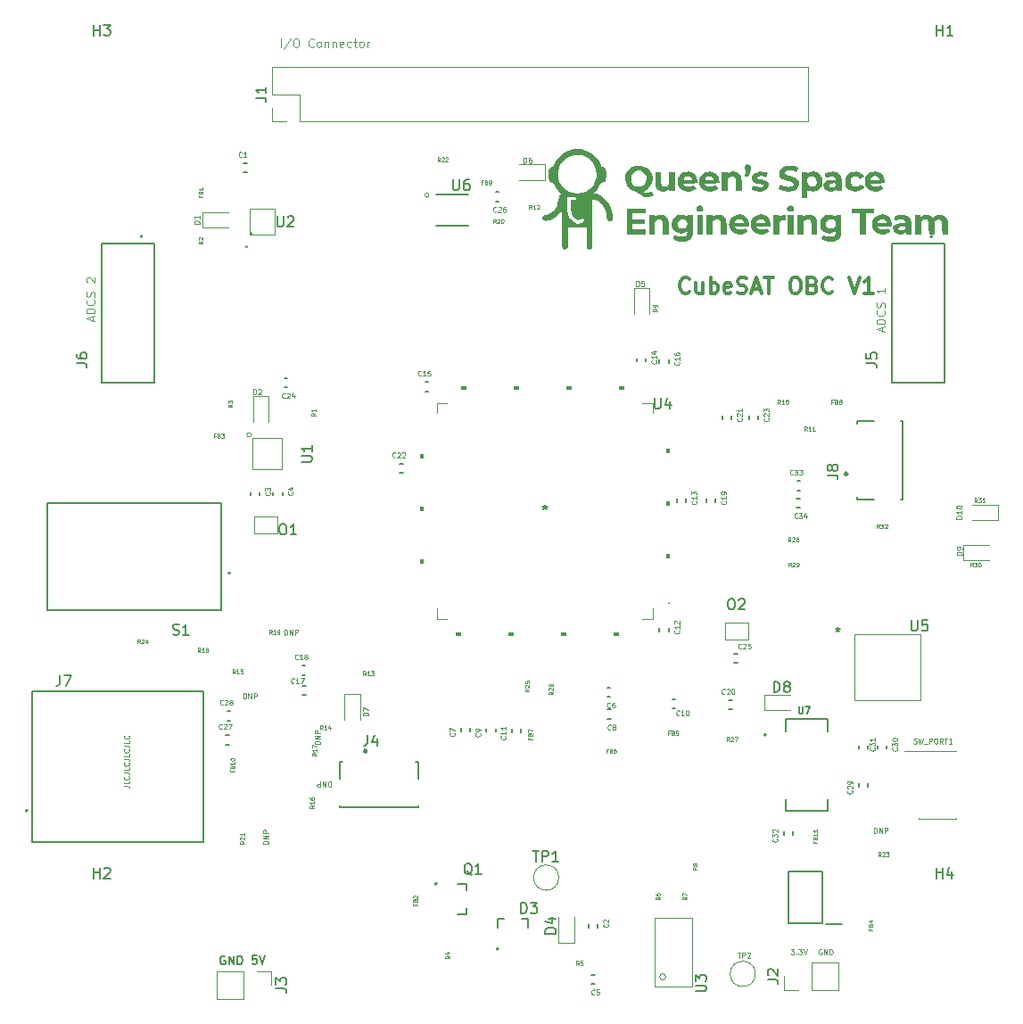
<source format=gbr>
%TF.GenerationSoftware,KiCad,Pcbnew,(6.0.1)*%
%TF.CreationDate,2022-02-13T11:40:04-05:00*%
%TF.ProjectId,STM32_Breakout,53544d33-325f-4427-9265-616b6f75742e,rev?*%
%TF.SameCoordinates,Original*%
%TF.FileFunction,Legend,Top*%
%TF.FilePolarity,Positive*%
%FSLAX46Y46*%
G04 Gerber Fmt 4.6, Leading zero omitted, Abs format (unit mm)*
G04 Created by KiCad (PCBNEW (6.0.1)) date 2022-02-13 11:40:04*
%MOMM*%
%LPD*%
G01*
G04 APERTURE LIST*
%ADD10C,0.300000*%
%ADD11C,0.125000*%
%ADD12C,0.200000*%
%ADD13C,0.150000*%
%ADD14C,0.098425*%
%ADD15C,0.118517*%
%ADD16C,0.075000*%
%ADD17C,0.100000*%
%ADD18C,0.127000*%
%ADD19C,0.120000*%
%ADD20C,0.080000*%
G04 APERTURE END LIST*
D10*
X113289000Y-76989714D02*
X113217571Y-77061142D01*
X113003285Y-77132571D01*
X112860428Y-77132571D01*
X112646142Y-77061142D01*
X112503285Y-76918285D01*
X112431857Y-76775428D01*
X112360428Y-76489714D01*
X112360428Y-76275428D01*
X112431857Y-75989714D01*
X112503285Y-75846857D01*
X112646142Y-75704000D01*
X112860428Y-75632571D01*
X113003285Y-75632571D01*
X113217571Y-75704000D01*
X113289000Y-75775428D01*
X114574714Y-76132571D02*
X114574714Y-77132571D01*
X113931857Y-76132571D02*
X113931857Y-76918285D01*
X114003285Y-77061142D01*
X114146142Y-77132571D01*
X114360428Y-77132571D01*
X114503285Y-77061142D01*
X114574714Y-76989714D01*
X115289000Y-77132571D02*
X115289000Y-75632571D01*
X115289000Y-76204000D02*
X115431857Y-76132571D01*
X115717571Y-76132571D01*
X115860428Y-76204000D01*
X115931857Y-76275428D01*
X116003285Y-76418285D01*
X116003285Y-76846857D01*
X115931857Y-76989714D01*
X115860428Y-77061142D01*
X115717571Y-77132571D01*
X115431857Y-77132571D01*
X115289000Y-77061142D01*
X117217571Y-77061142D02*
X117074714Y-77132571D01*
X116789000Y-77132571D01*
X116646142Y-77061142D01*
X116574714Y-76918285D01*
X116574714Y-76346857D01*
X116646142Y-76204000D01*
X116789000Y-76132571D01*
X117074714Y-76132571D01*
X117217571Y-76204000D01*
X117289000Y-76346857D01*
X117289000Y-76489714D01*
X116574714Y-76632571D01*
X117860428Y-77061142D02*
X118074714Y-77132571D01*
X118431857Y-77132571D01*
X118574714Y-77061142D01*
X118646142Y-76989714D01*
X118717571Y-76846857D01*
X118717571Y-76704000D01*
X118646142Y-76561142D01*
X118574714Y-76489714D01*
X118431857Y-76418285D01*
X118146142Y-76346857D01*
X118003285Y-76275428D01*
X117931857Y-76204000D01*
X117860428Y-76061142D01*
X117860428Y-75918285D01*
X117931857Y-75775428D01*
X118003285Y-75704000D01*
X118146142Y-75632571D01*
X118503285Y-75632571D01*
X118717571Y-75704000D01*
X119289000Y-76704000D02*
X120003285Y-76704000D01*
X119146142Y-77132571D02*
X119646142Y-75632571D01*
X120146142Y-77132571D01*
X120431857Y-75632571D02*
X121289000Y-75632571D01*
X120860428Y-77132571D02*
X120860428Y-75632571D01*
X123217571Y-75632571D02*
X123503285Y-75632571D01*
X123646142Y-75704000D01*
X123789000Y-75846857D01*
X123860428Y-76132571D01*
X123860428Y-76632571D01*
X123789000Y-76918285D01*
X123646142Y-77061142D01*
X123503285Y-77132571D01*
X123217571Y-77132571D01*
X123074714Y-77061142D01*
X122931857Y-76918285D01*
X122860428Y-76632571D01*
X122860428Y-76132571D01*
X122931857Y-75846857D01*
X123074714Y-75704000D01*
X123217571Y-75632571D01*
X125003285Y-76346857D02*
X125217571Y-76418285D01*
X125289000Y-76489714D01*
X125360428Y-76632571D01*
X125360428Y-76846857D01*
X125289000Y-76989714D01*
X125217571Y-77061142D01*
X125074714Y-77132571D01*
X124503285Y-77132571D01*
X124503285Y-75632571D01*
X125003285Y-75632571D01*
X125146142Y-75704000D01*
X125217571Y-75775428D01*
X125289000Y-75918285D01*
X125289000Y-76061142D01*
X125217571Y-76204000D01*
X125146142Y-76275428D01*
X125003285Y-76346857D01*
X124503285Y-76346857D01*
X126860428Y-76989714D02*
X126789000Y-77061142D01*
X126574714Y-77132571D01*
X126431857Y-77132571D01*
X126217571Y-77061142D01*
X126074714Y-76918285D01*
X126003285Y-76775428D01*
X125931857Y-76489714D01*
X125931857Y-76275428D01*
X126003285Y-75989714D01*
X126074714Y-75846857D01*
X126217571Y-75704000D01*
X126431857Y-75632571D01*
X126574714Y-75632571D01*
X126789000Y-75704000D01*
X126860428Y-75775428D01*
X128431857Y-75632571D02*
X128931857Y-77132571D01*
X129431857Y-75632571D01*
X130717571Y-77132571D02*
X129860428Y-77132571D01*
X130289000Y-77132571D02*
X130289000Y-75632571D01*
X130146142Y-75846857D01*
X130003285Y-75989714D01*
X129860428Y-76061142D01*
D11*
X70927142Y-115576190D02*
X70927142Y-115076190D01*
X71046190Y-115076190D01*
X71117619Y-115100000D01*
X71165238Y-115147619D01*
X71189047Y-115195238D01*
X71212857Y-115290476D01*
X71212857Y-115361904D01*
X71189047Y-115457142D01*
X71165238Y-115504761D01*
X71117619Y-115552380D01*
X71046190Y-115576190D01*
X70927142Y-115576190D01*
X71427142Y-115576190D02*
X71427142Y-115076190D01*
X71712857Y-115576190D01*
X71712857Y-115076190D01*
X71950952Y-115576190D02*
X71950952Y-115076190D01*
X72141428Y-115076190D01*
X72189047Y-115100000D01*
X72212857Y-115123809D01*
X72236666Y-115171428D01*
X72236666Y-115242857D01*
X72212857Y-115290476D01*
X72189047Y-115314285D01*
X72141428Y-115338095D01*
X71950952Y-115338095D01*
X122931904Y-139386190D02*
X123241428Y-139386190D01*
X123074761Y-139576666D01*
X123146190Y-139576666D01*
X123193809Y-139600476D01*
X123217619Y-139624285D01*
X123241428Y-139671904D01*
X123241428Y-139790952D01*
X123217619Y-139838571D01*
X123193809Y-139862380D01*
X123146190Y-139886190D01*
X123003333Y-139886190D01*
X122955714Y-139862380D01*
X122931904Y-139838571D01*
X123455714Y-139838571D02*
X123479523Y-139862380D01*
X123455714Y-139886190D01*
X123431904Y-139862380D01*
X123455714Y-139838571D01*
X123455714Y-139886190D01*
X123646190Y-139386190D02*
X123955714Y-139386190D01*
X123789047Y-139576666D01*
X123860476Y-139576666D01*
X123908095Y-139600476D01*
X123931904Y-139624285D01*
X123955714Y-139671904D01*
X123955714Y-139790952D01*
X123931904Y-139838571D01*
X123908095Y-139862380D01*
X123860476Y-139886190D01*
X123717619Y-139886190D01*
X123670000Y-139862380D01*
X123646190Y-139838571D01*
X124098571Y-139386190D02*
X124265238Y-139886190D01*
X124431904Y-139386190D01*
X131613333Y-80747142D02*
X131613333Y-80366190D01*
X131841904Y-80823333D02*
X131041904Y-80556666D01*
X131841904Y-80290000D01*
X131841904Y-80023333D02*
X131041904Y-80023333D01*
X131041904Y-79832857D01*
X131080000Y-79718571D01*
X131156190Y-79642380D01*
X131232380Y-79604285D01*
X131384761Y-79566190D01*
X131499047Y-79566190D01*
X131651428Y-79604285D01*
X131727619Y-79642380D01*
X131803809Y-79718571D01*
X131841904Y-79832857D01*
X131841904Y-80023333D01*
X131765714Y-78766190D02*
X131803809Y-78804285D01*
X131841904Y-78918571D01*
X131841904Y-78994761D01*
X131803809Y-79109047D01*
X131727619Y-79185238D01*
X131651428Y-79223333D01*
X131499047Y-79261428D01*
X131384761Y-79261428D01*
X131232380Y-79223333D01*
X131156190Y-79185238D01*
X131080000Y-79109047D01*
X131041904Y-78994761D01*
X131041904Y-78918571D01*
X131080000Y-78804285D01*
X131118095Y-78766190D01*
X131803809Y-78461428D02*
X131841904Y-78347142D01*
X131841904Y-78156666D01*
X131803809Y-78080476D01*
X131765714Y-78042380D01*
X131689523Y-78004285D01*
X131613333Y-78004285D01*
X131537142Y-78042380D01*
X131499047Y-78080476D01*
X131460952Y-78156666D01*
X131422857Y-78309047D01*
X131384761Y-78385238D01*
X131346666Y-78423333D01*
X131270476Y-78461428D01*
X131194285Y-78461428D01*
X131118095Y-78423333D01*
X131080000Y-78385238D01*
X131041904Y-78309047D01*
X131041904Y-78118571D01*
X131080000Y-78004285D01*
X131841904Y-76632857D02*
X131841904Y-77090000D01*
X131841904Y-76861428D02*
X131041904Y-76861428D01*
X131156190Y-76937619D01*
X131232380Y-77013809D01*
X131270476Y-77090000D01*
D12*
X72197619Y-140001904D02*
X71816666Y-140001904D01*
X71778571Y-140382857D01*
X71816666Y-140344761D01*
X71892857Y-140306666D01*
X72083333Y-140306666D01*
X72159523Y-140344761D01*
X72197619Y-140382857D01*
X72235714Y-140459047D01*
X72235714Y-140649523D01*
X72197619Y-140725714D01*
X72159523Y-140763809D01*
X72083333Y-140801904D01*
X71892857Y-140801904D01*
X71816666Y-140763809D01*
X71778571Y-140725714D01*
X72464285Y-140001904D02*
X72730952Y-140801904D01*
X72997619Y-140001904D01*
D11*
X74857142Y-109536190D02*
X74857142Y-109036190D01*
X74976190Y-109036190D01*
X75047619Y-109060000D01*
X75095238Y-109107619D01*
X75119047Y-109155238D01*
X75142857Y-109250476D01*
X75142857Y-109321904D01*
X75119047Y-109417142D01*
X75095238Y-109464761D01*
X75047619Y-109512380D01*
X74976190Y-109536190D01*
X74857142Y-109536190D01*
X75357142Y-109536190D02*
X75357142Y-109036190D01*
X75642857Y-109536190D01*
X75642857Y-109036190D01*
X75880952Y-109536190D02*
X75880952Y-109036190D01*
X76071428Y-109036190D01*
X76119047Y-109060000D01*
X76142857Y-109083809D01*
X76166666Y-109131428D01*
X76166666Y-109202857D01*
X76142857Y-109250476D01*
X76119047Y-109274285D01*
X76071428Y-109298095D01*
X75880952Y-109298095D01*
X125849047Y-139410000D02*
X125801428Y-139386190D01*
X125730000Y-139386190D01*
X125658571Y-139410000D01*
X125610952Y-139457619D01*
X125587142Y-139505238D01*
X125563333Y-139600476D01*
X125563333Y-139671904D01*
X125587142Y-139767142D01*
X125610952Y-139814761D01*
X125658571Y-139862380D01*
X125730000Y-139886190D01*
X125777619Y-139886190D01*
X125849047Y-139862380D01*
X125872857Y-139838571D01*
X125872857Y-139671904D01*
X125777619Y-139671904D01*
X126087142Y-139886190D02*
X126087142Y-139386190D01*
X126372857Y-139886190D01*
X126372857Y-139386190D01*
X126610952Y-139886190D02*
X126610952Y-139386190D01*
X126730000Y-139386190D01*
X126801428Y-139410000D01*
X126849047Y-139457619D01*
X126872857Y-139505238D01*
X126896666Y-139600476D01*
X126896666Y-139671904D01*
X126872857Y-139767142D01*
X126849047Y-139814761D01*
X126801428Y-139862380D01*
X126730000Y-139886190D01*
X126610952Y-139886190D01*
X56613333Y-79727142D02*
X56613333Y-79346190D01*
X56841904Y-79803333D02*
X56041904Y-79536666D01*
X56841904Y-79270000D01*
X56841904Y-79003333D02*
X56041904Y-79003333D01*
X56041904Y-78812857D01*
X56080000Y-78698571D01*
X56156190Y-78622380D01*
X56232380Y-78584285D01*
X56384761Y-78546190D01*
X56499047Y-78546190D01*
X56651428Y-78584285D01*
X56727619Y-78622380D01*
X56803809Y-78698571D01*
X56841904Y-78812857D01*
X56841904Y-79003333D01*
X56765714Y-77746190D02*
X56803809Y-77784285D01*
X56841904Y-77898571D01*
X56841904Y-77974761D01*
X56803809Y-78089047D01*
X56727619Y-78165238D01*
X56651428Y-78203333D01*
X56499047Y-78241428D01*
X56384761Y-78241428D01*
X56232380Y-78203333D01*
X56156190Y-78165238D01*
X56080000Y-78089047D01*
X56041904Y-77974761D01*
X56041904Y-77898571D01*
X56080000Y-77784285D01*
X56118095Y-77746190D01*
X56803809Y-77441428D02*
X56841904Y-77327142D01*
X56841904Y-77136666D01*
X56803809Y-77060476D01*
X56765714Y-77022380D01*
X56689523Y-76984285D01*
X56613333Y-76984285D01*
X56537142Y-77022380D01*
X56499047Y-77060476D01*
X56460952Y-77136666D01*
X56422857Y-77289047D01*
X56384761Y-77365238D01*
X56346666Y-77403333D01*
X56270476Y-77441428D01*
X56194285Y-77441428D01*
X56118095Y-77403333D01*
X56080000Y-77365238D01*
X56041904Y-77289047D01*
X56041904Y-77098571D01*
X56080000Y-76984285D01*
X56118095Y-76070000D02*
X56080000Y-76031904D01*
X56041904Y-75955714D01*
X56041904Y-75765238D01*
X56080000Y-75689047D01*
X56118095Y-75650952D01*
X56194285Y-75612857D01*
X56270476Y-75612857D01*
X56384761Y-75650952D01*
X56841904Y-76108095D01*
X56841904Y-75612857D01*
X74507619Y-53761904D02*
X74507619Y-52961904D01*
X75460000Y-52923809D02*
X74774285Y-53952380D01*
X75879047Y-52961904D02*
X76031428Y-52961904D01*
X76107619Y-53000000D01*
X76183809Y-53076190D01*
X76221904Y-53228571D01*
X76221904Y-53495238D01*
X76183809Y-53647619D01*
X76107619Y-53723809D01*
X76031428Y-53761904D01*
X75879047Y-53761904D01*
X75802857Y-53723809D01*
X75726666Y-53647619D01*
X75688571Y-53495238D01*
X75688571Y-53228571D01*
X75726666Y-53076190D01*
X75802857Y-53000000D01*
X75879047Y-52961904D01*
X77631428Y-53685714D02*
X77593333Y-53723809D01*
X77479047Y-53761904D01*
X77402857Y-53761904D01*
X77288571Y-53723809D01*
X77212380Y-53647619D01*
X77174285Y-53571428D01*
X77136190Y-53419047D01*
X77136190Y-53304761D01*
X77174285Y-53152380D01*
X77212380Y-53076190D01*
X77288571Y-53000000D01*
X77402857Y-52961904D01*
X77479047Y-52961904D01*
X77593333Y-53000000D01*
X77631428Y-53038095D01*
X78088571Y-53761904D02*
X78012380Y-53723809D01*
X77974285Y-53685714D01*
X77936190Y-53609523D01*
X77936190Y-53380952D01*
X77974285Y-53304761D01*
X78012380Y-53266666D01*
X78088571Y-53228571D01*
X78202857Y-53228571D01*
X78279047Y-53266666D01*
X78317142Y-53304761D01*
X78355238Y-53380952D01*
X78355238Y-53609523D01*
X78317142Y-53685714D01*
X78279047Y-53723809D01*
X78202857Y-53761904D01*
X78088571Y-53761904D01*
X78698095Y-53228571D02*
X78698095Y-53761904D01*
X78698095Y-53304761D02*
X78736190Y-53266666D01*
X78812380Y-53228571D01*
X78926666Y-53228571D01*
X79002857Y-53266666D01*
X79040952Y-53342857D01*
X79040952Y-53761904D01*
X79421904Y-53228571D02*
X79421904Y-53761904D01*
X79421904Y-53304761D02*
X79460000Y-53266666D01*
X79536190Y-53228571D01*
X79650476Y-53228571D01*
X79726666Y-53266666D01*
X79764761Y-53342857D01*
X79764761Y-53761904D01*
X80450476Y-53723809D02*
X80374285Y-53761904D01*
X80221904Y-53761904D01*
X80145714Y-53723809D01*
X80107619Y-53647619D01*
X80107619Y-53342857D01*
X80145714Y-53266666D01*
X80221904Y-53228571D01*
X80374285Y-53228571D01*
X80450476Y-53266666D01*
X80488571Y-53342857D01*
X80488571Y-53419047D01*
X80107619Y-53495238D01*
X81174285Y-53723809D02*
X81098095Y-53761904D01*
X80945714Y-53761904D01*
X80869523Y-53723809D01*
X80831428Y-53685714D01*
X80793333Y-53609523D01*
X80793333Y-53380952D01*
X80831428Y-53304761D01*
X80869523Y-53266666D01*
X80945714Y-53228571D01*
X81098095Y-53228571D01*
X81174285Y-53266666D01*
X81402857Y-53228571D02*
X81707619Y-53228571D01*
X81517142Y-52961904D02*
X81517142Y-53647619D01*
X81555238Y-53723809D01*
X81631428Y-53761904D01*
X81707619Y-53761904D01*
X82088571Y-53761904D02*
X82012380Y-53723809D01*
X81974285Y-53685714D01*
X81936190Y-53609523D01*
X81936190Y-53380952D01*
X81974285Y-53304761D01*
X82012380Y-53266666D01*
X82088571Y-53228571D01*
X82202857Y-53228571D01*
X82279047Y-53266666D01*
X82317142Y-53304761D01*
X82355238Y-53380952D01*
X82355238Y-53609523D01*
X82317142Y-53685714D01*
X82279047Y-53723809D01*
X82202857Y-53761904D01*
X82088571Y-53761904D01*
X82698095Y-53761904D02*
X82698095Y-53228571D01*
X82698095Y-53380952D02*
X82736190Y-53304761D01*
X82774285Y-53266666D01*
X82850476Y-53228571D01*
X82926666Y-53228571D01*
X78236190Y-119922857D02*
X77736190Y-119922857D01*
X77736190Y-119803809D01*
X77760000Y-119732380D01*
X77807619Y-119684761D01*
X77855238Y-119660952D01*
X77950476Y-119637142D01*
X78021904Y-119637142D01*
X78117142Y-119660952D01*
X78164761Y-119684761D01*
X78212380Y-119732380D01*
X78236190Y-119803809D01*
X78236190Y-119922857D01*
X78236190Y-119422857D02*
X77736190Y-119422857D01*
X78236190Y-119137142D01*
X77736190Y-119137142D01*
X78236190Y-118899047D02*
X77736190Y-118899047D01*
X77736190Y-118708571D01*
X77760000Y-118660952D01*
X77783809Y-118637142D01*
X77831428Y-118613333D01*
X77902857Y-118613333D01*
X77950476Y-118637142D01*
X77974285Y-118660952D01*
X77998095Y-118708571D01*
X77998095Y-118899047D01*
X79255857Y-123471809D02*
X79255857Y-123971809D01*
X79136809Y-123971809D01*
X79065380Y-123948000D01*
X79017761Y-123900380D01*
X78993952Y-123852761D01*
X78970142Y-123757523D01*
X78970142Y-123686095D01*
X78993952Y-123590857D01*
X79017761Y-123543238D01*
X79065380Y-123495619D01*
X79136809Y-123471809D01*
X79255857Y-123471809D01*
X78755857Y-123471809D02*
X78755857Y-123971809D01*
X78470142Y-123471809D01*
X78470142Y-123971809D01*
X78232047Y-123471809D02*
X78232047Y-123971809D01*
X78041571Y-123971809D01*
X77993952Y-123948000D01*
X77970142Y-123924190D01*
X77946333Y-123876571D01*
X77946333Y-123805142D01*
X77970142Y-123757523D01*
X77993952Y-123733714D01*
X78041571Y-123709904D01*
X78232047Y-123709904D01*
X130802142Y-128369190D02*
X130802142Y-127869190D01*
X130921190Y-127869190D01*
X130992619Y-127893000D01*
X131040238Y-127940619D01*
X131064047Y-127988238D01*
X131087857Y-128083476D01*
X131087857Y-128154904D01*
X131064047Y-128250142D01*
X131040238Y-128297761D01*
X130992619Y-128345380D01*
X130921190Y-128369190D01*
X130802142Y-128369190D01*
X131302142Y-128369190D02*
X131302142Y-127869190D01*
X131587857Y-128369190D01*
X131587857Y-127869190D01*
X131825952Y-128369190D02*
X131825952Y-127869190D01*
X132016428Y-127869190D01*
X132064047Y-127893000D01*
X132087857Y-127916809D01*
X132111666Y-127964428D01*
X132111666Y-128035857D01*
X132087857Y-128083476D01*
X132064047Y-128107285D01*
X132016428Y-128131095D01*
X131825952Y-128131095D01*
D12*
X69190476Y-140070000D02*
X69114285Y-140031904D01*
X69000000Y-140031904D01*
X68885714Y-140070000D01*
X68809523Y-140146190D01*
X68771428Y-140222380D01*
X68733333Y-140374761D01*
X68733333Y-140489047D01*
X68771428Y-140641428D01*
X68809523Y-140717619D01*
X68885714Y-140793809D01*
X69000000Y-140831904D01*
X69076190Y-140831904D01*
X69190476Y-140793809D01*
X69228571Y-140755714D01*
X69228571Y-140489047D01*
X69076190Y-140489047D01*
X69571428Y-140831904D02*
X69571428Y-140031904D01*
X70028571Y-140831904D01*
X70028571Y-140031904D01*
X70409523Y-140831904D02*
X70409523Y-140031904D01*
X70600000Y-140031904D01*
X70714285Y-140070000D01*
X70790476Y-140146190D01*
X70828571Y-140222380D01*
X70866666Y-140374761D01*
X70866666Y-140489047D01*
X70828571Y-140641428D01*
X70790476Y-140717619D01*
X70714285Y-140793809D01*
X70600000Y-140831904D01*
X70409523Y-140831904D01*
D11*
X59616190Y-123899523D02*
X59973333Y-123899523D01*
X60044761Y-123923333D01*
X60092380Y-123970952D01*
X60116190Y-124042380D01*
X60116190Y-124090000D01*
X60116190Y-123423333D02*
X60116190Y-123661428D01*
X59616190Y-123661428D01*
X60068571Y-122970952D02*
X60092380Y-122994761D01*
X60116190Y-123066190D01*
X60116190Y-123113809D01*
X60092380Y-123185238D01*
X60044761Y-123232857D01*
X59997142Y-123256666D01*
X59901904Y-123280476D01*
X59830476Y-123280476D01*
X59735238Y-123256666D01*
X59687619Y-123232857D01*
X59640000Y-123185238D01*
X59616190Y-123113809D01*
X59616190Y-123066190D01*
X59640000Y-122994761D01*
X59663809Y-122970952D01*
X59616190Y-122613809D02*
X59973333Y-122613809D01*
X60044761Y-122637619D01*
X60092380Y-122685238D01*
X60116190Y-122756666D01*
X60116190Y-122804285D01*
X60116190Y-122137619D02*
X60116190Y-122375714D01*
X59616190Y-122375714D01*
X60068571Y-121685238D02*
X60092380Y-121709047D01*
X60116190Y-121780476D01*
X60116190Y-121828095D01*
X60092380Y-121899523D01*
X60044761Y-121947142D01*
X59997142Y-121970952D01*
X59901904Y-121994761D01*
X59830476Y-121994761D01*
X59735238Y-121970952D01*
X59687619Y-121947142D01*
X59640000Y-121899523D01*
X59616190Y-121828095D01*
X59616190Y-121780476D01*
X59640000Y-121709047D01*
X59663809Y-121685238D01*
X59616190Y-121328095D02*
X59973333Y-121328095D01*
X60044761Y-121351904D01*
X60092380Y-121399523D01*
X60116190Y-121470952D01*
X60116190Y-121518571D01*
X60116190Y-120851904D02*
X60116190Y-121090000D01*
X59616190Y-121090000D01*
X60068571Y-120399523D02*
X60092380Y-120423333D01*
X60116190Y-120494761D01*
X60116190Y-120542380D01*
X60092380Y-120613809D01*
X60044761Y-120661428D01*
X59997142Y-120685238D01*
X59901904Y-120709047D01*
X59830476Y-120709047D01*
X59735238Y-120685238D01*
X59687619Y-120661428D01*
X59640000Y-120613809D01*
X59616190Y-120542380D01*
X59616190Y-120494761D01*
X59640000Y-120423333D01*
X59663809Y-120399523D01*
X59616190Y-120042380D02*
X59973333Y-120042380D01*
X60044761Y-120066190D01*
X60092380Y-120113809D01*
X60116190Y-120185238D01*
X60116190Y-120232857D01*
X60116190Y-119566190D02*
X60116190Y-119804285D01*
X59616190Y-119804285D01*
X60068571Y-119113809D02*
X60092380Y-119137619D01*
X60116190Y-119209047D01*
X60116190Y-119256666D01*
X60092380Y-119328095D01*
X60044761Y-119375714D01*
X59997142Y-119399523D01*
X59901904Y-119423333D01*
X59830476Y-119423333D01*
X59735238Y-119399523D01*
X59687619Y-119375714D01*
X59640000Y-119328095D01*
X59616190Y-119256666D01*
X59616190Y-119209047D01*
X59640000Y-119137619D01*
X59663809Y-119113809D01*
X73306190Y-129372857D02*
X72806190Y-129372857D01*
X72806190Y-129253809D01*
X72830000Y-129182380D01*
X72877619Y-129134761D01*
X72925238Y-129110952D01*
X73020476Y-129087142D01*
X73091904Y-129087142D01*
X73187142Y-129110952D01*
X73234761Y-129134761D01*
X73282380Y-129182380D01*
X73306190Y-129253809D01*
X73306190Y-129372857D01*
X73306190Y-128872857D02*
X72806190Y-128872857D01*
X73306190Y-128587142D01*
X72806190Y-128587142D01*
X73306190Y-128349047D02*
X72806190Y-128349047D01*
X72806190Y-128158571D01*
X72830000Y-128110952D01*
X72853809Y-128087142D01*
X72901428Y-128063333D01*
X72972857Y-128063333D01*
X73020476Y-128087142D01*
X73044285Y-128110952D01*
X73068095Y-128158571D01*
X73068095Y-128349047D01*
D13*
%TO.C,U7*%
X123704296Y-116362498D02*
X123704296Y-116880651D01*
X123734775Y-116941611D01*
X123765255Y-116972090D01*
X123826214Y-117002570D01*
X123948133Y-117002570D01*
X124009092Y-116972090D01*
X124039571Y-116941611D01*
X124070051Y-116880651D01*
X124070051Y-116362498D01*
X124313888Y-116362498D02*
X124740603Y-116362498D01*
X124466286Y-117002570D01*
%TO.C,S1*%
X64262095Y-109497761D02*
X64404952Y-109545380D01*
X64643047Y-109545380D01*
X64738285Y-109497761D01*
X64785904Y-109450142D01*
X64833523Y-109354904D01*
X64833523Y-109259666D01*
X64785904Y-109164428D01*
X64738285Y-109116809D01*
X64643047Y-109069190D01*
X64452571Y-109021571D01*
X64357333Y-108973952D01*
X64309714Y-108926333D01*
X64262095Y-108831095D01*
X64262095Y-108735857D01*
X64309714Y-108640619D01*
X64357333Y-108593000D01*
X64452571Y-108545380D01*
X64690666Y-108545380D01*
X64833523Y-108593000D01*
X65785904Y-109545380D02*
X65214476Y-109545380D01*
X65500190Y-109545380D02*
X65500190Y-108545380D01*
X65404952Y-108688238D01*
X65309714Y-108783476D01*
X65214476Y-108831095D01*
D14*
%TO.C,R32*%
X131324906Y-99449102D02*
X131193672Y-99261626D01*
X131099934Y-99449102D02*
X131099934Y-99055401D01*
X131249915Y-99055401D01*
X131287411Y-99074149D01*
X131306158Y-99092897D01*
X131324906Y-99130392D01*
X131324906Y-99186635D01*
X131306158Y-99224130D01*
X131287411Y-99242878D01*
X131249915Y-99261626D01*
X131099934Y-99261626D01*
X131456140Y-99055401D02*
X131699859Y-99055401D01*
X131568626Y-99205383D01*
X131624869Y-99205383D01*
X131662364Y-99224130D01*
X131681112Y-99242878D01*
X131699859Y-99280373D01*
X131699859Y-99374112D01*
X131681112Y-99411607D01*
X131662364Y-99430355D01*
X131624869Y-99449102D01*
X131512383Y-99449102D01*
X131474887Y-99430355D01*
X131456140Y-99411607D01*
X131849841Y-99092897D02*
X131868588Y-99074149D01*
X131906084Y-99055401D01*
X131999822Y-99055401D01*
X132037317Y-99074149D01*
X132056065Y-99092897D01*
X132074813Y-99130392D01*
X132074813Y-99167887D01*
X132056065Y-99224130D01*
X131831093Y-99449102D01*
X132074813Y-99449102D01*
%TO.C,R31*%
X140589906Y-96952102D02*
X140458672Y-96764626D01*
X140364934Y-96952102D02*
X140364934Y-96558401D01*
X140514915Y-96558401D01*
X140552411Y-96577149D01*
X140571158Y-96595897D01*
X140589906Y-96633392D01*
X140589906Y-96689635D01*
X140571158Y-96727130D01*
X140552411Y-96745878D01*
X140514915Y-96764626D01*
X140364934Y-96764626D01*
X140721140Y-96558401D02*
X140964859Y-96558401D01*
X140833626Y-96708383D01*
X140889869Y-96708383D01*
X140927364Y-96727130D01*
X140946112Y-96745878D01*
X140964859Y-96783373D01*
X140964859Y-96877112D01*
X140946112Y-96914607D01*
X140927364Y-96933355D01*
X140889869Y-96952102D01*
X140777383Y-96952102D01*
X140739887Y-96933355D01*
X140721140Y-96914607D01*
X141339813Y-96952102D02*
X141114841Y-96952102D01*
X141227327Y-96952102D02*
X141227327Y-96558401D01*
X141189831Y-96614644D01*
X141152336Y-96652140D01*
X141114841Y-96670887D01*
%TO.C,R30*%
X140202906Y-103091102D02*
X140071672Y-102903626D01*
X139977934Y-103091102D02*
X139977934Y-102697401D01*
X140127915Y-102697401D01*
X140165411Y-102716149D01*
X140184158Y-102734897D01*
X140202906Y-102772392D01*
X140202906Y-102828635D01*
X140184158Y-102866130D01*
X140165411Y-102884878D01*
X140127915Y-102903626D01*
X139977934Y-102903626D01*
X140334140Y-102697401D02*
X140577859Y-102697401D01*
X140446626Y-102847383D01*
X140502869Y-102847383D01*
X140540364Y-102866130D01*
X140559112Y-102884878D01*
X140577859Y-102922373D01*
X140577859Y-103016112D01*
X140559112Y-103053607D01*
X140540364Y-103072355D01*
X140502869Y-103091102D01*
X140390383Y-103091102D01*
X140352887Y-103072355D01*
X140334140Y-103053607D01*
X140821579Y-102697401D02*
X140859074Y-102697401D01*
X140896570Y-102716149D01*
X140915317Y-102734897D01*
X140934065Y-102772392D01*
X140952813Y-102847383D01*
X140952813Y-102941121D01*
X140934065Y-103016112D01*
X140915317Y-103053607D01*
X140896570Y-103072355D01*
X140859074Y-103091102D01*
X140821579Y-103091102D01*
X140784084Y-103072355D01*
X140765336Y-103053607D01*
X140746588Y-103016112D01*
X140727841Y-102941121D01*
X140727841Y-102847383D01*
X140746588Y-102772392D01*
X140765336Y-102734897D01*
X140784084Y-102716149D01*
X140821579Y-102697401D01*
%TO.C,R29*%
X122930906Y-103091102D02*
X122799672Y-102903626D01*
X122705934Y-103091102D02*
X122705934Y-102697401D01*
X122855915Y-102697401D01*
X122893411Y-102716149D01*
X122912158Y-102734897D01*
X122930906Y-102772392D01*
X122930906Y-102828635D01*
X122912158Y-102866130D01*
X122893411Y-102884878D01*
X122855915Y-102903626D01*
X122705934Y-102903626D01*
X123080887Y-102734897D02*
X123099635Y-102716149D01*
X123137130Y-102697401D01*
X123230869Y-102697401D01*
X123268364Y-102716149D01*
X123287112Y-102734897D01*
X123305859Y-102772392D01*
X123305859Y-102809887D01*
X123287112Y-102866130D01*
X123062140Y-103091102D01*
X123305859Y-103091102D01*
X123493336Y-103091102D02*
X123568327Y-103091102D01*
X123605822Y-103072355D01*
X123624570Y-103053607D01*
X123662065Y-102997364D01*
X123680813Y-102922373D01*
X123680813Y-102772392D01*
X123662065Y-102734897D01*
X123643317Y-102716149D01*
X123605822Y-102697401D01*
X123530831Y-102697401D01*
X123493336Y-102716149D01*
X123474588Y-102734897D01*
X123455841Y-102772392D01*
X123455841Y-102866130D01*
X123474588Y-102903626D01*
X123493336Y-102922373D01*
X123530831Y-102941121D01*
X123605822Y-102941121D01*
X123643317Y-102922373D01*
X123662065Y-102903626D01*
X123680813Y-102866130D01*
%TO.C,R28*%
X122903906Y-100678102D02*
X122772672Y-100490626D01*
X122678934Y-100678102D02*
X122678934Y-100284401D01*
X122828915Y-100284401D01*
X122866411Y-100303149D01*
X122885158Y-100321897D01*
X122903906Y-100359392D01*
X122903906Y-100415635D01*
X122885158Y-100453130D01*
X122866411Y-100471878D01*
X122828915Y-100490626D01*
X122678934Y-100490626D01*
X123053887Y-100321897D02*
X123072635Y-100303149D01*
X123110130Y-100284401D01*
X123203869Y-100284401D01*
X123241364Y-100303149D01*
X123260112Y-100321897D01*
X123278859Y-100359392D01*
X123278859Y-100396887D01*
X123260112Y-100453130D01*
X123035140Y-100678102D01*
X123278859Y-100678102D01*
X123503831Y-100453130D02*
X123466336Y-100434383D01*
X123447588Y-100415635D01*
X123428841Y-100378140D01*
X123428841Y-100359392D01*
X123447588Y-100321897D01*
X123466336Y-100303149D01*
X123503831Y-100284401D01*
X123578822Y-100284401D01*
X123616317Y-100303149D01*
X123635065Y-100321897D01*
X123653813Y-100359392D01*
X123653813Y-100378140D01*
X123635065Y-100415635D01*
X123616317Y-100434383D01*
X123578822Y-100453130D01*
X123503831Y-100453130D01*
X123466336Y-100471878D01*
X123447588Y-100490626D01*
X123428841Y-100528121D01*
X123428841Y-100603112D01*
X123447588Y-100640607D01*
X123466336Y-100659355D01*
X123503831Y-100678102D01*
X123578822Y-100678102D01*
X123616317Y-100659355D01*
X123635065Y-100640607D01*
X123653813Y-100603112D01*
X123653813Y-100528121D01*
X123635065Y-100490626D01*
X123616317Y-100471878D01*
X123578822Y-100453130D01*
%TO.C,R27*%
X117100906Y-119642102D02*
X116969672Y-119454626D01*
X116875934Y-119642102D02*
X116875934Y-119248401D01*
X117025915Y-119248401D01*
X117063411Y-119267149D01*
X117082158Y-119285897D01*
X117100906Y-119323392D01*
X117100906Y-119379635D01*
X117082158Y-119417130D01*
X117063411Y-119435878D01*
X117025915Y-119454626D01*
X116875934Y-119454626D01*
X117250887Y-119285897D02*
X117269635Y-119267149D01*
X117307130Y-119248401D01*
X117400869Y-119248401D01*
X117438364Y-119267149D01*
X117457112Y-119285897D01*
X117475859Y-119323392D01*
X117475859Y-119360887D01*
X117457112Y-119417130D01*
X117232140Y-119642102D01*
X117475859Y-119642102D01*
X117607093Y-119248401D02*
X117869560Y-119248401D01*
X117700831Y-119642102D01*
%TO.C,R24*%
X61120906Y-110371102D02*
X60989672Y-110183626D01*
X60895934Y-110371102D02*
X60895934Y-109977401D01*
X61045915Y-109977401D01*
X61083411Y-109996149D01*
X61102158Y-110014897D01*
X61120906Y-110052392D01*
X61120906Y-110108635D01*
X61102158Y-110146130D01*
X61083411Y-110164878D01*
X61045915Y-110183626D01*
X60895934Y-110183626D01*
X61270887Y-110014897D02*
X61289635Y-109996149D01*
X61327130Y-109977401D01*
X61420869Y-109977401D01*
X61458364Y-109996149D01*
X61477112Y-110014897D01*
X61495859Y-110052392D01*
X61495859Y-110089887D01*
X61477112Y-110146130D01*
X61252140Y-110371102D01*
X61495859Y-110371102D01*
X61833317Y-110108635D02*
X61833317Y-110371102D01*
X61739579Y-109958654D02*
X61645841Y-110239869D01*
X61889560Y-110239869D01*
%TO.C,R23*%
X131451906Y-130564102D02*
X131320672Y-130376626D01*
X131226934Y-130564102D02*
X131226934Y-130170401D01*
X131376915Y-130170401D01*
X131414411Y-130189149D01*
X131433158Y-130207897D01*
X131451906Y-130245392D01*
X131451906Y-130301635D01*
X131433158Y-130339130D01*
X131414411Y-130357878D01*
X131376915Y-130376626D01*
X131226934Y-130376626D01*
X131601887Y-130207897D02*
X131620635Y-130189149D01*
X131658130Y-130170401D01*
X131751869Y-130170401D01*
X131789364Y-130189149D01*
X131808112Y-130207897D01*
X131826859Y-130245392D01*
X131826859Y-130282887D01*
X131808112Y-130339130D01*
X131583140Y-130564102D01*
X131826859Y-130564102D01*
X131958093Y-130170401D02*
X132201813Y-130170401D01*
X132070579Y-130320383D01*
X132126822Y-130320383D01*
X132164317Y-130339130D01*
X132183065Y-130357878D01*
X132201813Y-130395373D01*
X132201813Y-130489112D01*
X132183065Y-130526607D01*
X132164317Y-130545355D01*
X132126822Y-130564102D01*
X132014336Y-130564102D01*
X131976841Y-130545355D01*
X131958093Y-130526607D01*
%TO.C,R9*%
X110248352Y-78584616D02*
X110060876Y-78715850D01*
X110248352Y-78809588D02*
X109854651Y-78809588D01*
X109854651Y-78659607D01*
X109873399Y-78622112D01*
X109892147Y-78603364D01*
X109929642Y-78584616D01*
X109985885Y-78584616D01*
X110023380Y-78603364D01*
X110042128Y-78622112D01*
X110060876Y-78659607D01*
X110060876Y-78809588D01*
X110248352Y-78397140D02*
X110248352Y-78322149D01*
X110229605Y-78284654D01*
X110210857Y-78265906D01*
X110154614Y-78228411D01*
X110079623Y-78209663D01*
X109929642Y-78209663D01*
X109892147Y-78228411D01*
X109873399Y-78247158D01*
X109854651Y-78284654D01*
X109854651Y-78359644D01*
X109873399Y-78397140D01*
X109892147Y-78415887D01*
X109929642Y-78434635D01*
X110023380Y-78434635D01*
X110060876Y-78415887D01*
X110079623Y-78397140D01*
X110098371Y-78359644D01*
X110098371Y-78284654D01*
X110079623Y-78247158D01*
X110060876Y-78228411D01*
X110023380Y-78209663D01*
D15*
%TO.C,C34*%
X123541050Y-98436562D02*
X123518476Y-98459137D01*
X123450752Y-98481711D01*
X123405602Y-98481711D01*
X123337879Y-98459137D01*
X123292729Y-98413988D01*
X123270155Y-98368838D01*
X123247580Y-98278540D01*
X123247580Y-98210816D01*
X123270155Y-98120517D01*
X123292729Y-98075368D01*
X123337879Y-98030219D01*
X123405602Y-98007644D01*
X123450752Y-98007644D01*
X123518476Y-98030219D01*
X123541050Y-98052794D01*
X123699072Y-98007644D02*
X123992543Y-98007644D01*
X123834520Y-98188241D01*
X123902244Y-98188241D01*
X123947393Y-98210816D01*
X123969968Y-98233391D01*
X123992543Y-98278540D01*
X123992543Y-98391413D01*
X123969968Y-98436562D01*
X123947393Y-98459137D01*
X123902244Y-98481711D01*
X123766796Y-98481711D01*
X123721647Y-98459137D01*
X123699072Y-98436562D01*
X124398886Y-98165667D02*
X124398886Y-98481711D01*
X124286013Y-97985070D02*
X124173139Y-98323689D01*
X124466610Y-98323689D01*
%TO.C,C33*%
X123118434Y-94307056D02*
X123095860Y-94329631D01*
X123028136Y-94352205D01*
X122982986Y-94352205D01*
X122915263Y-94329631D01*
X122870113Y-94284482D01*
X122847539Y-94239332D01*
X122824964Y-94149034D01*
X122824964Y-94081310D01*
X122847539Y-93991011D01*
X122870113Y-93945862D01*
X122915263Y-93900713D01*
X122982986Y-93878138D01*
X123028136Y-93878138D01*
X123095860Y-93900713D01*
X123118434Y-93923288D01*
X123276456Y-93878138D02*
X123569927Y-93878138D01*
X123411904Y-94058735D01*
X123479628Y-94058735D01*
X123524777Y-94081310D01*
X123547352Y-94103885D01*
X123569927Y-94149034D01*
X123569927Y-94261907D01*
X123547352Y-94307056D01*
X123524777Y-94329631D01*
X123479628Y-94352205D01*
X123344180Y-94352205D01*
X123299031Y-94329631D01*
X123276456Y-94307056D01*
X123727949Y-93878138D02*
X124021419Y-93878138D01*
X123863397Y-94058735D01*
X123931120Y-94058735D01*
X123976270Y-94081310D01*
X123998844Y-94103885D01*
X124021419Y-94149034D01*
X124021419Y-94261907D01*
X123998844Y-94307056D01*
X123976270Y-94329631D01*
X123931120Y-94352205D01*
X123795673Y-94352205D01*
X123750523Y-94329631D01*
X123727949Y-94307056D01*
%TO.C,C32*%
X121612056Y-128898565D02*
X121634631Y-128921139D01*
X121657205Y-128988863D01*
X121657205Y-129034013D01*
X121634631Y-129101736D01*
X121589482Y-129146886D01*
X121544332Y-129169460D01*
X121454034Y-129192035D01*
X121386310Y-129192035D01*
X121296011Y-129169460D01*
X121250862Y-129146886D01*
X121205713Y-129101736D01*
X121183138Y-129034013D01*
X121183138Y-128988863D01*
X121205713Y-128921139D01*
X121228288Y-128898565D01*
X121183138Y-128740543D02*
X121183138Y-128447072D01*
X121363735Y-128605095D01*
X121363735Y-128537371D01*
X121386310Y-128492222D01*
X121408885Y-128469647D01*
X121454034Y-128447072D01*
X121566907Y-128447072D01*
X121612056Y-128469647D01*
X121634631Y-128492222D01*
X121657205Y-128537371D01*
X121657205Y-128672819D01*
X121634631Y-128717968D01*
X121612056Y-128740543D01*
X121228288Y-128266476D02*
X121205713Y-128243901D01*
X121183138Y-128198752D01*
X121183138Y-128085879D01*
X121205713Y-128040729D01*
X121228288Y-128018155D01*
X121273437Y-127995580D01*
X121318586Y-127995580D01*
X121386310Y-128018155D01*
X121657205Y-128289050D01*
X121657205Y-127995580D01*
%TO.C,C31*%
X130852309Y-120249949D02*
X130874884Y-120272523D01*
X130897458Y-120340247D01*
X130897458Y-120385397D01*
X130874884Y-120453120D01*
X130829735Y-120498270D01*
X130784585Y-120520844D01*
X130694287Y-120543419D01*
X130626563Y-120543419D01*
X130536264Y-120520844D01*
X130491115Y-120498270D01*
X130445966Y-120453120D01*
X130423391Y-120385397D01*
X130423391Y-120340247D01*
X130445966Y-120272523D01*
X130468541Y-120249949D01*
X130423391Y-120091927D02*
X130423391Y-119798456D01*
X130603988Y-119956479D01*
X130603988Y-119888755D01*
X130626563Y-119843606D01*
X130649138Y-119821031D01*
X130694287Y-119798456D01*
X130807160Y-119798456D01*
X130852309Y-119821031D01*
X130874884Y-119843606D01*
X130897458Y-119888755D01*
X130897458Y-120024203D01*
X130874884Y-120069352D01*
X130852309Y-120091927D01*
X130897458Y-119346964D02*
X130897458Y-119617860D01*
X130897458Y-119482412D02*
X130423391Y-119482412D01*
X130491115Y-119527561D01*
X130536264Y-119572710D01*
X130558839Y-119617860D01*
%TO.C,C30*%
X132980562Y-120249949D02*
X133003137Y-120272523D01*
X133025711Y-120340247D01*
X133025711Y-120385397D01*
X133003137Y-120453120D01*
X132957988Y-120498270D01*
X132912838Y-120520844D01*
X132822540Y-120543419D01*
X132754816Y-120543419D01*
X132664517Y-120520844D01*
X132619368Y-120498270D01*
X132574219Y-120453120D01*
X132551644Y-120385397D01*
X132551644Y-120340247D01*
X132574219Y-120272523D01*
X132596794Y-120249949D01*
X132551644Y-120091927D02*
X132551644Y-119798456D01*
X132732241Y-119956479D01*
X132732241Y-119888755D01*
X132754816Y-119843606D01*
X132777391Y-119821031D01*
X132822540Y-119798456D01*
X132935413Y-119798456D01*
X132980562Y-119821031D01*
X133003137Y-119843606D01*
X133025711Y-119888755D01*
X133025711Y-120024203D01*
X133003137Y-120069352D01*
X132980562Y-120091927D01*
X132551644Y-119504986D02*
X132551644Y-119459837D01*
X132574219Y-119414688D01*
X132596794Y-119392113D01*
X132641943Y-119369539D01*
X132732241Y-119346964D01*
X132845114Y-119346964D01*
X132935413Y-119369539D01*
X132980562Y-119392113D01*
X133003137Y-119414688D01*
X133025711Y-119459837D01*
X133025711Y-119504986D01*
X133003137Y-119550136D01*
X132980562Y-119572710D01*
X132935413Y-119595285D01*
X132845114Y-119617860D01*
X132732241Y-119617860D01*
X132641943Y-119595285D01*
X132596794Y-119572710D01*
X132574219Y-119550136D01*
X132551644Y-119504986D01*
%TO.C,C29*%
X128724056Y-124326565D02*
X128746631Y-124349139D01*
X128769205Y-124416863D01*
X128769205Y-124462013D01*
X128746631Y-124529736D01*
X128701482Y-124574886D01*
X128656332Y-124597460D01*
X128566034Y-124620035D01*
X128498310Y-124620035D01*
X128408011Y-124597460D01*
X128362862Y-124574886D01*
X128317713Y-124529736D01*
X128295138Y-124462013D01*
X128295138Y-124416863D01*
X128317713Y-124349139D01*
X128340288Y-124326565D01*
X128340288Y-124145968D02*
X128317713Y-124123393D01*
X128295138Y-124078244D01*
X128295138Y-123965371D01*
X128317713Y-123920222D01*
X128340288Y-123897647D01*
X128385437Y-123875072D01*
X128430586Y-123875072D01*
X128498310Y-123897647D01*
X128769205Y-124168543D01*
X128769205Y-123875072D01*
X128769205Y-123649326D02*
X128769205Y-123559028D01*
X128746631Y-123513879D01*
X128724056Y-123491304D01*
X128656332Y-123446155D01*
X128566034Y-123423580D01*
X128385437Y-123423580D01*
X128340288Y-123446155D01*
X128317713Y-123468729D01*
X128295138Y-123513879D01*
X128295138Y-123604177D01*
X128317713Y-123649326D01*
X128340288Y-123671901D01*
X128385437Y-123694476D01*
X128498310Y-123694476D01*
X128543459Y-123671901D01*
X128566034Y-123649326D01*
X128588608Y-123604177D01*
X128588608Y-123513879D01*
X128566034Y-123468729D01*
X128543459Y-123446155D01*
X128498310Y-123423580D01*
%TO.C,C22*%
X85399434Y-92656056D02*
X85376860Y-92678631D01*
X85309136Y-92701205D01*
X85263986Y-92701205D01*
X85196263Y-92678631D01*
X85151113Y-92633482D01*
X85128539Y-92588332D01*
X85105964Y-92498034D01*
X85105964Y-92430310D01*
X85128539Y-92340011D01*
X85151113Y-92294862D01*
X85196263Y-92249713D01*
X85263986Y-92227138D01*
X85309136Y-92227138D01*
X85376860Y-92249713D01*
X85399434Y-92272288D01*
X85580031Y-92272288D02*
X85602606Y-92249713D01*
X85647755Y-92227138D01*
X85760628Y-92227138D01*
X85805777Y-92249713D01*
X85828352Y-92272288D01*
X85850927Y-92317437D01*
X85850927Y-92362586D01*
X85828352Y-92430310D01*
X85557456Y-92701205D01*
X85850927Y-92701205D01*
X86031523Y-92272288D02*
X86054098Y-92249713D01*
X86099247Y-92227138D01*
X86212120Y-92227138D01*
X86257270Y-92249713D01*
X86279844Y-92272288D01*
X86302419Y-92317437D01*
X86302419Y-92362586D01*
X86279844Y-92430310D01*
X86008949Y-92701205D01*
X86302419Y-92701205D01*
%TO.C,C19*%
X116724562Y-96842949D02*
X116747137Y-96865523D01*
X116769711Y-96933247D01*
X116769711Y-96978397D01*
X116747137Y-97046120D01*
X116701988Y-97091270D01*
X116656838Y-97113844D01*
X116566540Y-97136419D01*
X116498816Y-97136419D01*
X116408517Y-97113844D01*
X116363368Y-97091270D01*
X116318219Y-97046120D01*
X116295644Y-96978397D01*
X116295644Y-96933247D01*
X116318219Y-96865523D01*
X116340794Y-96842949D01*
X116769711Y-96391456D02*
X116769711Y-96662352D01*
X116769711Y-96526904D02*
X116295644Y-96526904D01*
X116363368Y-96572053D01*
X116408517Y-96617203D01*
X116431092Y-96662352D01*
X116769711Y-96165710D02*
X116769711Y-96075412D01*
X116747137Y-96030263D01*
X116724562Y-96007688D01*
X116656838Y-95962539D01*
X116566540Y-95939964D01*
X116385943Y-95939964D01*
X116340794Y-95962539D01*
X116318219Y-95985113D01*
X116295644Y-96030263D01*
X116295644Y-96120561D01*
X116318219Y-96165710D01*
X116340794Y-96188285D01*
X116385943Y-96210860D01*
X116498816Y-96210860D01*
X116543965Y-96188285D01*
X116566540Y-96165710D01*
X116589114Y-96120561D01*
X116589114Y-96030263D01*
X116566540Y-95985113D01*
X116543965Y-95962539D01*
X116498816Y-95939964D01*
%TO.C,C18*%
X76128434Y-111833056D02*
X76105860Y-111855631D01*
X76038136Y-111878205D01*
X75992986Y-111878205D01*
X75925263Y-111855631D01*
X75880113Y-111810482D01*
X75857539Y-111765332D01*
X75834964Y-111675034D01*
X75834964Y-111607310D01*
X75857539Y-111517011D01*
X75880113Y-111471862D01*
X75925263Y-111426713D01*
X75992986Y-111404138D01*
X76038136Y-111404138D01*
X76105860Y-111426713D01*
X76128434Y-111449288D01*
X76579927Y-111878205D02*
X76309031Y-111878205D01*
X76444479Y-111878205D02*
X76444479Y-111404138D01*
X76399330Y-111471862D01*
X76354180Y-111517011D01*
X76309031Y-111539586D01*
X76850822Y-111607310D02*
X76805673Y-111584735D01*
X76783098Y-111562161D01*
X76760523Y-111517011D01*
X76760523Y-111494437D01*
X76783098Y-111449288D01*
X76805673Y-111426713D01*
X76850822Y-111404138D01*
X76941120Y-111404138D01*
X76986270Y-111426713D01*
X77008844Y-111449288D01*
X77031419Y-111494437D01*
X77031419Y-111517011D01*
X77008844Y-111562161D01*
X76986270Y-111584735D01*
X76941120Y-111607310D01*
X76850822Y-111607310D01*
X76805673Y-111629885D01*
X76783098Y-111652459D01*
X76760523Y-111697608D01*
X76760523Y-111787907D01*
X76783098Y-111833056D01*
X76805673Y-111855631D01*
X76850822Y-111878205D01*
X76941120Y-111878205D01*
X76986270Y-111855631D01*
X77008844Y-111833056D01*
X77031419Y-111787907D01*
X77031419Y-111697608D01*
X77008844Y-111652459D01*
X76986270Y-111629885D01*
X76941120Y-111607310D01*
%TO.C,C17*%
X75768242Y-114088309D02*
X75745668Y-114110884D01*
X75677944Y-114133458D01*
X75632794Y-114133458D01*
X75565071Y-114110884D01*
X75519921Y-114065735D01*
X75497347Y-114020585D01*
X75474772Y-113930287D01*
X75474772Y-113862563D01*
X75497347Y-113772264D01*
X75519921Y-113727115D01*
X75565071Y-113681966D01*
X75632794Y-113659391D01*
X75677944Y-113659391D01*
X75745668Y-113681966D01*
X75768242Y-113704541D01*
X76219735Y-114133458D02*
X75948839Y-114133458D01*
X76084287Y-114133458D02*
X76084287Y-113659391D01*
X76039138Y-113727115D01*
X75993988Y-113772264D01*
X75948839Y-113794839D01*
X76377757Y-113659391D02*
X76693802Y-113659391D01*
X76490630Y-114133458D01*
%TO.C,C16*%
X112279562Y-83634949D02*
X112302137Y-83657523D01*
X112324711Y-83725247D01*
X112324711Y-83770397D01*
X112302137Y-83838120D01*
X112256988Y-83883270D01*
X112211838Y-83905844D01*
X112121540Y-83928419D01*
X112053816Y-83928419D01*
X111963517Y-83905844D01*
X111918368Y-83883270D01*
X111873219Y-83838120D01*
X111850644Y-83770397D01*
X111850644Y-83725247D01*
X111873219Y-83657523D01*
X111895794Y-83634949D01*
X112324711Y-83183456D02*
X112324711Y-83454352D01*
X112324711Y-83318904D02*
X111850644Y-83318904D01*
X111918368Y-83364053D01*
X111963517Y-83409203D01*
X111986092Y-83454352D01*
X111850644Y-82777113D02*
X111850644Y-82867412D01*
X111873219Y-82912561D01*
X111895794Y-82935136D01*
X111963517Y-82980285D01*
X112053816Y-83002860D01*
X112234413Y-83002860D01*
X112279562Y-82980285D01*
X112302137Y-82957710D01*
X112324711Y-82912561D01*
X112324711Y-82822263D01*
X112302137Y-82777113D01*
X112279562Y-82754539D01*
X112234413Y-82731964D01*
X112121540Y-82731964D01*
X112076391Y-82754539D01*
X112053816Y-82777113D01*
X112031241Y-82822263D01*
X112031241Y-82912561D01*
X112053816Y-82957710D01*
X112076391Y-82980285D01*
X112121540Y-83002860D01*
%TO.C,C15*%
X87812434Y-84909056D02*
X87789860Y-84931631D01*
X87722136Y-84954205D01*
X87676986Y-84954205D01*
X87609263Y-84931631D01*
X87564113Y-84886482D01*
X87541539Y-84841332D01*
X87518964Y-84751034D01*
X87518964Y-84683310D01*
X87541539Y-84593011D01*
X87564113Y-84547862D01*
X87609263Y-84502713D01*
X87676986Y-84480138D01*
X87722136Y-84480138D01*
X87789860Y-84502713D01*
X87812434Y-84525288D01*
X88263927Y-84954205D02*
X87993031Y-84954205D01*
X88128479Y-84954205D02*
X88128479Y-84480138D01*
X88083330Y-84547862D01*
X88038180Y-84593011D01*
X87993031Y-84615586D01*
X88692844Y-84480138D02*
X88467098Y-84480138D01*
X88444523Y-84705885D01*
X88467098Y-84683310D01*
X88512247Y-84660735D01*
X88625120Y-84660735D01*
X88670270Y-84683310D01*
X88692844Y-84705885D01*
X88715419Y-84751034D01*
X88715419Y-84863907D01*
X88692844Y-84909056D01*
X88670270Y-84931631D01*
X88625120Y-84954205D01*
X88512247Y-84954205D01*
X88467098Y-84931631D01*
X88444523Y-84909056D01*
%TO.C,C14*%
X110120562Y-83507949D02*
X110143137Y-83530523D01*
X110165711Y-83598247D01*
X110165711Y-83643397D01*
X110143137Y-83711120D01*
X110097988Y-83756270D01*
X110052838Y-83778844D01*
X109962540Y-83801419D01*
X109894816Y-83801419D01*
X109804517Y-83778844D01*
X109759368Y-83756270D01*
X109714219Y-83711120D01*
X109691644Y-83643397D01*
X109691644Y-83598247D01*
X109714219Y-83530523D01*
X109736794Y-83507949D01*
X110165711Y-83056456D02*
X110165711Y-83327352D01*
X110165711Y-83191904D02*
X109691644Y-83191904D01*
X109759368Y-83237053D01*
X109804517Y-83282203D01*
X109827092Y-83327352D01*
X109849667Y-82650113D02*
X110165711Y-82650113D01*
X109669070Y-82762986D02*
X110007689Y-82875860D01*
X110007689Y-82582389D01*
%TO.C,C13*%
X113930562Y-96842949D02*
X113953137Y-96865523D01*
X113975711Y-96933247D01*
X113975711Y-96978397D01*
X113953137Y-97046120D01*
X113907988Y-97091270D01*
X113862838Y-97113844D01*
X113772540Y-97136419D01*
X113704816Y-97136419D01*
X113614517Y-97113844D01*
X113569368Y-97091270D01*
X113524219Y-97046120D01*
X113501644Y-96978397D01*
X113501644Y-96933247D01*
X113524219Y-96865523D01*
X113546794Y-96842949D01*
X113975711Y-96391456D02*
X113975711Y-96662352D01*
X113975711Y-96526904D02*
X113501644Y-96526904D01*
X113569368Y-96572053D01*
X113614517Y-96617203D01*
X113637092Y-96662352D01*
X113501644Y-96233434D02*
X113501644Y-95939964D01*
X113682241Y-96097986D01*
X113682241Y-96030263D01*
X113704816Y-95985113D01*
X113727391Y-95962539D01*
X113772540Y-95939964D01*
X113885413Y-95939964D01*
X113930562Y-95962539D01*
X113953137Y-95985113D01*
X113975711Y-96030263D01*
X113975711Y-96165710D01*
X113953137Y-96210860D01*
X113930562Y-96233434D01*
%TO.C,C12*%
X112279562Y-109122949D02*
X112302137Y-109145523D01*
X112324711Y-109213247D01*
X112324711Y-109258397D01*
X112302137Y-109326120D01*
X112256988Y-109371270D01*
X112211838Y-109393844D01*
X112121540Y-109416419D01*
X112053816Y-109416419D01*
X111963517Y-109393844D01*
X111918368Y-109371270D01*
X111873219Y-109326120D01*
X111850644Y-109258397D01*
X111850644Y-109213247D01*
X111873219Y-109145523D01*
X111895794Y-109122949D01*
X112324711Y-108671456D02*
X112324711Y-108942352D01*
X112324711Y-108806904D02*
X111850644Y-108806904D01*
X111918368Y-108852053D01*
X111963517Y-108897203D01*
X111986092Y-108942352D01*
X111895794Y-108490860D02*
X111873219Y-108468285D01*
X111850644Y-108423136D01*
X111850644Y-108310263D01*
X111873219Y-108265113D01*
X111895794Y-108242539D01*
X111940943Y-108219964D01*
X111986092Y-108219964D01*
X112053816Y-108242539D01*
X112324711Y-108513434D01*
X112324711Y-108219964D01*
%TO.C,C10*%
X112344242Y-117136309D02*
X112321668Y-117158884D01*
X112253944Y-117181458D01*
X112208794Y-117181458D01*
X112141071Y-117158884D01*
X112095921Y-117113735D01*
X112073347Y-117068585D01*
X112050772Y-116978287D01*
X112050772Y-116910563D01*
X112073347Y-116820264D01*
X112095921Y-116775115D01*
X112141071Y-116729966D01*
X112208794Y-116707391D01*
X112253944Y-116707391D01*
X112321668Y-116729966D01*
X112344242Y-116752541D01*
X112795735Y-117181458D02*
X112524839Y-117181458D01*
X112660287Y-117181458D02*
X112660287Y-116707391D01*
X112615138Y-116775115D01*
X112569988Y-116820264D01*
X112524839Y-116842839D01*
X113089205Y-116707391D02*
X113134354Y-116707391D01*
X113179503Y-116729966D01*
X113202078Y-116752541D01*
X113224652Y-116797690D01*
X113247227Y-116887988D01*
X113247227Y-117000861D01*
X113224652Y-117091160D01*
X113202078Y-117136309D01*
X113179503Y-117158884D01*
X113134354Y-117181458D01*
X113089205Y-117181458D01*
X113044055Y-117158884D01*
X113021481Y-117136309D01*
X112998906Y-117091160D01*
X112976331Y-117000861D01*
X112976331Y-116887988D01*
X112998906Y-116797690D01*
X113021481Y-116752541D01*
X113044055Y-116729966D01*
X113089205Y-116707391D01*
D13*
%TO.C,H1*%
X136738095Y-52652380D02*
X136738095Y-51652380D01*
X136738095Y-52128571D02*
X137309523Y-52128571D01*
X137309523Y-52652380D02*
X137309523Y-51652380D01*
X138309523Y-52652380D02*
X137738095Y-52652380D01*
X138023809Y-52652380D02*
X138023809Y-51652380D01*
X137928571Y-51795238D01*
X137833333Y-51890476D01*
X137738095Y-51938095D01*
%TO.C,H2*%
X56738095Y-132652380D02*
X56738095Y-131652380D01*
X56738095Y-132128571D02*
X57309523Y-132128571D01*
X57309523Y-132652380D02*
X57309523Y-131652380D01*
X57738095Y-131747619D02*
X57785714Y-131700000D01*
X57880952Y-131652380D01*
X58119047Y-131652380D01*
X58214285Y-131700000D01*
X58261904Y-131747619D01*
X58309523Y-131842857D01*
X58309523Y-131938095D01*
X58261904Y-132080952D01*
X57690476Y-132652380D01*
X58309523Y-132652380D01*
%TO.C,H3*%
X56738095Y-52652380D02*
X56738095Y-51652380D01*
X56738095Y-52128571D02*
X57309523Y-52128571D01*
X57309523Y-52652380D02*
X57309523Y-51652380D01*
X57690476Y-51652380D02*
X58309523Y-51652380D01*
X57976190Y-52033333D01*
X58119047Y-52033333D01*
X58214285Y-52080952D01*
X58261904Y-52128571D01*
X58309523Y-52223809D01*
X58309523Y-52461904D01*
X58261904Y-52557142D01*
X58214285Y-52604761D01*
X58119047Y-52652380D01*
X57833333Y-52652380D01*
X57738095Y-52604761D01*
X57690476Y-52557142D01*
%TO.C,H4*%
X136738095Y-132652380D02*
X136738095Y-131652380D01*
X136738095Y-132128571D02*
X137309523Y-132128571D01*
X137309523Y-132652380D02*
X137309523Y-131652380D01*
X138214285Y-131985714D02*
X138214285Y-132652380D01*
X137976190Y-131604761D02*
X137738095Y-132319047D01*
X138357142Y-132319047D01*
%TO.C,O2*%
X117173371Y-106132380D02*
X117363847Y-106132380D01*
X117459085Y-106180000D01*
X117554323Y-106275238D01*
X117601942Y-106465714D01*
X117601942Y-106799047D01*
X117554323Y-106989523D01*
X117459085Y-107084761D01*
X117363847Y-107132380D01*
X117173371Y-107132380D01*
X117078133Y-107084761D01*
X116982895Y-106989523D01*
X116935276Y-106799047D01*
X116935276Y-106465714D01*
X116982895Y-106275238D01*
X117078133Y-106180000D01*
X117173371Y-106132380D01*
X117982895Y-106227619D02*
X118030514Y-106180000D01*
X118125752Y-106132380D01*
X118363847Y-106132380D01*
X118459085Y-106180000D01*
X118506704Y-106227619D01*
X118554323Y-106322857D01*
X118554323Y-106418095D01*
X118506704Y-106560952D01*
X117935276Y-107132380D01*
X118554323Y-107132380D01*
D15*
%TO.C,C2*%
X105548562Y-137003203D02*
X105571137Y-137025777D01*
X105593711Y-137093501D01*
X105593711Y-137138650D01*
X105571137Y-137206374D01*
X105525988Y-137251523D01*
X105480838Y-137274098D01*
X105390540Y-137296673D01*
X105322816Y-137296673D01*
X105232517Y-137274098D01*
X105187368Y-137251523D01*
X105142219Y-137206374D01*
X105119644Y-137138650D01*
X105119644Y-137093501D01*
X105142219Y-137025777D01*
X105164794Y-137003203D01*
X105164794Y-136822606D02*
X105142219Y-136800031D01*
X105119644Y-136754882D01*
X105119644Y-136642009D01*
X105142219Y-136596860D01*
X105164794Y-136574285D01*
X105209943Y-136551710D01*
X105255092Y-136551710D01*
X105322816Y-136574285D01*
X105593711Y-136845180D01*
X105593711Y-136551710D01*
%TO.C,C5*%
X104296796Y-143648562D02*
X104274222Y-143671137D01*
X104206498Y-143693711D01*
X104161349Y-143693711D01*
X104093625Y-143671137D01*
X104048476Y-143625988D01*
X104025901Y-143580838D01*
X104003326Y-143490540D01*
X104003326Y-143422816D01*
X104025901Y-143332517D01*
X104048476Y-143287368D01*
X104093625Y-143242219D01*
X104161349Y-143219644D01*
X104206498Y-143219644D01*
X104274222Y-143242219D01*
X104296796Y-143264794D01*
X104725714Y-143219644D02*
X104499968Y-143219644D01*
X104477393Y-143445391D01*
X104499968Y-143422816D01*
X104545117Y-143400241D01*
X104657990Y-143400241D01*
X104703139Y-143422816D01*
X104725714Y-143445391D01*
X104748289Y-143490540D01*
X104748289Y-143603413D01*
X104725714Y-143648562D01*
X104703139Y-143671137D01*
X104657990Y-143693711D01*
X104545117Y-143693711D01*
X104499968Y-143671137D01*
X104477393Y-143648562D01*
%TO.C,C7*%
X90970056Y-118874819D02*
X90992631Y-118897393D01*
X91015205Y-118965117D01*
X91015205Y-119010266D01*
X90992631Y-119077990D01*
X90947482Y-119123139D01*
X90902332Y-119145714D01*
X90812034Y-119168289D01*
X90744310Y-119168289D01*
X90654011Y-119145714D01*
X90608862Y-119123139D01*
X90563713Y-119077990D01*
X90541138Y-119010266D01*
X90541138Y-118965117D01*
X90563713Y-118897393D01*
X90586288Y-118874819D01*
X90541138Y-118716796D02*
X90541138Y-118400752D01*
X91015205Y-118603923D01*
%TO.C,C9*%
X93410056Y-118894819D02*
X93432631Y-118917393D01*
X93455205Y-118985117D01*
X93455205Y-119030266D01*
X93432631Y-119097990D01*
X93387482Y-119143139D01*
X93342332Y-119165714D01*
X93252034Y-119188289D01*
X93184310Y-119188289D01*
X93094011Y-119165714D01*
X93048862Y-119143139D01*
X93003713Y-119097990D01*
X92981138Y-119030266D01*
X92981138Y-118985117D01*
X93003713Y-118917393D01*
X93026288Y-118894819D01*
X93455205Y-118669072D02*
X93455205Y-118578774D01*
X93432631Y-118533625D01*
X93410056Y-118511050D01*
X93342332Y-118465901D01*
X93252034Y-118443326D01*
X93071437Y-118443326D01*
X93026288Y-118465901D01*
X93003713Y-118488476D01*
X92981138Y-118533625D01*
X92981138Y-118623923D01*
X93003713Y-118669072D01*
X93026288Y-118691647D01*
X93071437Y-118714222D01*
X93184310Y-118714222D01*
X93229459Y-118691647D01*
X93252034Y-118669072D01*
X93274608Y-118623923D01*
X93274608Y-118533625D01*
X93252034Y-118488476D01*
X93229459Y-118465901D01*
X93184310Y-118443326D01*
%TO.C,C6*%
X105776796Y-116408562D02*
X105754222Y-116431137D01*
X105686498Y-116453711D01*
X105641349Y-116453711D01*
X105573625Y-116431137D01*
X105528476Y-116385988D01*
X105505901Y-116340838D01*
X105483326Y-116250540D01*
X105483326Y-116182816D01*
X105505901Y-116092517D01*
X105528476Y-116047368D01*
X105573625Y-116002219D01*
X105641349Y-115979644D01*
X105686498Y-115979644D01*
X105754222Y-116002219D01*
X105776796Y-116024794D01*
X106183139Y-115979644D02*
X106092841Y-115979644D01*
X106047692Y-116002219D01*
X106025117Y-116024794D01*
X105979968Y-116092517D01*
X105957393Y-116182816D01*
X105957393Y-116363413D01*
X105979968Y-116408562D01*
X106002543Y-116431137D01*
X106047692Y-116453711D01*
X106137990Y-116453711D01*
X106183139Y-116431137D01*
X106205714Y-116408562D01*
X106228289Y-116363413D01*
X106228289Y-116250540D01*
X106205714Y-116205391D01*
X106183139Y-116182816D01*
X106137990Y-116160241D01*
X106047692Y-116160241D01*
X106002543Y-116182816D01*
X105979968Y-116205391D01*
X105957393Y-116250540D01*
%TO.C,C8*%
X105826796Y-118498562D02*
X105804222Y-118521137D01*
X105736498Y-118543711D01*
X105691349Y-118543711D01*
X105623625Y-118521137D01*
X105578476Y-118475988D01*
X105555901Y-118430838D01*
X105533326Y-118340540D01*
X105533326Y-118272816D01*
X105555901Y-118182517D01*
X105578476Y-118137368D01*
X105623625Y-118092219D01*
X105691349Y-118069644D01*
X105736498Y-118069644D01*
X105804222Y-118092219D01*
X105826796Y-118114794D01*
X106097692Y-118272816D02*
X106052543Y-118250241D01*
X106029968Y-118227667D01*
X106007393Y-118182517D01*
X106007393Y-118159943D01*
X106029968Y-118114794D01*
X106052543Y-118092219D01*
X106097692Y-118069644D01*
X106187990Y-118069644D01*
X106233139Y-118092219D01*
X106255714Y-118114794D01*
X106278289Y-118159943D01*
X106278289Y-118182517D01*
X106255714Y-118227667D01*
X106233139Y-118250241D01*
X106187990Y-118272816D01*
X106097692Y-118272816D01*
X106052543Y-118295391D01*
X106029968Y-118317965D01*
X106007393Y-118363114D01*
X106007393Y-118453413D01*
X106029968Y-118498562D01*
X106052543Y-118521137D01*
X106097692Y-118543711D01*
X106187990Y-118543711D01*
X106233139Y-118521137D01*
X106255714Y-118498562D01*
X106278289Y-118453413D01*
X106278289Y-118363114D01*
X106255714Y-118317965D01*
X106233139Y-118295391D01*
X106187990Y-118272816D01*
%TO.C,C11*%
X95800056Y-119170565D02*
X95822631Y-119193139D01*
X95845205Y-119260863D01*
X95845205Y-119306013D01*
X95822631Y-119373736D01*
X95777482Y-119418886D01*
X95732332Y-119441460D01*
X95642034Y-119464035D01*
X95574310Y-119464035D01*
X95484011Y-119441460D01*
X95438862Y-119418886D01*
X95393713Y-119373736D01*
X95371138Y-119306013D01*
X95371138Y-119260863D01*
X95393713Y-119193139D01*
X95416288Y-119170565D01*
X95845205Y-118719072D02*
X95845205Y-118989968D01*
X95845205Y-118854520D02*
X95371138Y-118854520D01*
X95438862Y-118899669D01*
X95484011Y-118944819D01*
X95506586Y-118989968D01*
X95845205Y-118267580D02*
X95845205Y-118538476D01*
X95845205Y-118403028D02*
X95371138Y-118403028D01*
X95438862Y-118448177D01*
X95484011Y-118493326D01*
X95506586Y-118538476D01*
%TO.C,C21*%
X118248562Y-88968949D02*
X118271137Y-88991523D01*
X118293711Y-89059247D01*
X118293711Y-89104397D01*
X118271137Y-89172120D01*
X118225988Y-89217270D01*
X118180838Y-89239844D01*
X118090540Y-89262419D01*
X118022816Y-89262419D01*
X117932517Y-89239844D01*
X117887368Y-89217270D01*
X117842219Y-89172120D01*
X117819644Y-89104397D01*
X117819644Y-89059247D01*
X117842219Y-88991523D01*
X117864794Y-88968949D01*
X117864794Y-88788352D02*
X117842219Y-88765777D01*
X117819644Y-88720628D01*
X117819644Y-88607755D01*
X117842219Y-88562606D01*
X117864794Y-88540031D01*
X117909943Y-88517456D01*
X117955092Y-88517456D01*
X118022816Y-88540031D01*
X118293711Y-88810927D01*
X118293711Y-88517456D01*
X118293711Y-88065964D02*
X118293711Y-88336860D01*
X118293711Y-88201412D02*
X117819644Y-88201412D01*
X117887368Y-88246561D01*
X117932517Y-88291710D01*
X117955092Y-88336860D01*
%TO.C,C23*%
X120788562Y-88968949D02*
X120811137Y-88991523D01*
X120833711Y-89059247D01*
X120833711Y-89104397D01*
X120811137Y-89172120D01*
X120765988Y-89217270D01*
X120720838Y-89239844D01*
X120630540Y-89262419D01*
X120562816Y-89262419D01*
X120472517Y-89239844D01*
X120427368Y-89217270D01*
X120382219Y-89172120D01*
X120359644Y-89104397D01*
X120359644Y-89059247D01*
X120382219Y-88991523D01*
X120404794Y-88968949D01*
X120404794Y-88788352D02*
X120382219Y-88765777D01*
X120359644Y-88720628D01*
X120359644Y-88607755D01*
X120382219Y-88562606D01*
X120404794Y-88540031D01*
X120449943Y-88517456D01*
X120495092Y-88517456D01*
X120562816Y-88540031D01*
X120833711Y-88810927D01*
X120833711Y-88517456D01*
X120359644Y-88359434D02*
X120359644Y-88065964D01*
X120540241Y-88223986D01*
X120540241Y-88156263D01*
X120562816Y-88111113D01*
X120585391Y-88088539D01*
X120630540Y-88065964D01*
X120743413Y-88065964D01*
X120788562Y-88088539D01*
X120811137Y-88111113D01*
X120833711Y-88156263D01*
X120833711Y-88291710D01*
X120811137Y-88336860D01*
X120788562Y-88359434D01*
%TO.C,C27*%
X68919434Y-118440056D02*
X68896860Y-118462631D01*
X68829136Y-118485205D01*
X68783986Y-118485205D01*
X68716263Y-118462631D01*
X68671113Y-118417482D01*
X68648539Y-118372332D01*
X68625964Y-118282034D01*
X68625964Y-118214310D01*
X68648539Y-118124011D01*
X68671113Y-118078862D01*
X68716263Y-118033713D01*
X68783986Y-118011138D01*
X68829136Y-118011138D01*
X68896860Y-118033713D01*
X68919434Y-118056288D01*
X69100031Y-118056288D02*
X69122606Y-118033713D01*
X69167755Y-118011138D01*
X69280628Y-118011138D01*
X69325777Y-118033713D01*
X69348352Y-118056288D01*
X69370927Y-118101437D01*
X69370927Y-118146586D01*
X69348352Y-118214310D01*
X69077456Y-118485205D01*
X69370927Y-118485205D01*
X69528949Y-118011138D02*
X69844994Y-118011138D01*
X69641822Y-118485205D01*
%TO.C,C28*%
X69016434Y-116151056D02*
X68993860Y-116173631D01*
X68926136Y-116196205D01*
X68880986Y-116196205D01*
X68813263Y-116173631D01*
X68768113Y-116128482D01*
X68745539Y-116083332D01*
X68722964Y-115993034D01*
X68722964Y-115925310D01*
X68745539Y-115835011D01*
X68768113Y-115789862D01*
X68813263Y-115744713D01*
X68880986Y-115722138D01*
X68926136Y-115722138D01*
X68993860Y-115744713D01*
X69016434Y-115767288D01*
X69197031Y-115767288D02*
X69219606Y-115744713D01*
X69264755Y-115722138D01*
X69377628Y-115722138D01*
X69422777Y-115744713D01*
X69445352Y-115767288D01*
X69467927Y-115812437D01*
X69467927Y-115857586D01*
X69445352Y-115925310D01*
X69174456Y-116196205D01*
X69467927Y-116196205D01*
X69738822Y-115925310D02*
X69693673Y-115902735D01*
X69671098Y-115880161D01*
X69648523Y-115835011D01*
X69648523Y-115812437D01*
X69671098Y-115767288D01*
X69693673Y-115744713D01*
X69738822Y-115722138D01*
X69829120Y-115722138D01*
X69874270Y-115744713D01*
X69896844Y-115767288D01*
X69919419Y-115812437D01*
X69919419Y-115835011D01*
X69896844Y-115880161D01*
X69874270Y-115902735D01*
X69829120Y-115925310D01*
X69738822Y-115925310D01*
X69693673Y-115947885D01*
X69671098Y-115970459D01*
X69648523Y-116015608D01*
X69648523Y-116105907D01*
X69671098Y-116151056D01*
X69693673Y-116173631D01*
X69738822Y-116196205D01*
X69829120Y-116196205D01*
X69874270Y-116173631D01*
X69896844Y-116151056D01*
X69919419Y-116105907D01*
X69919419Y-116015608D01*
X69896844Y-115970459D01*
X69874270Y-115947885D01*
X69829120Y-115925310D01*
%TO.C,C20*%
X116655034Y-115109656D02*
X116632460Y-115132231D01*
X116564736Y-115154805D01*
X116519586Y-115154805D01*
X116451863Y-115132231D01*
X116406713Y-115087082D01*
X116384139Y-115041932D01*
X116361564Y-114951634D01*
X116361564Y-114883910D01*
X116384139Y-114793611D01*
X116406713Y-114748462D01*
X116451863Y-114703313D01*
X116519586Y-114680738D01*
X116564736Y-114680738D01*
X116632460Y-114703313D01*
X116655034Y-114725888D01*
X116835631Y-114725888D02*
X116858206Y-114703313D01*
X116903355Y-114680738D01*
X117016228Y-114680738D01*
X117061377Y-114703313D01*
X117083952Y-114725888D01*
X117106527Y-114771037D01*
X117106527Y-114816186D01*
X117083952Y-114883910D01*
X116813056Y-115154805D01*
X117106527Y-115154805D01*
X117399997Y-114680738D02*
X117445146Y-114680738D01*
X117490295Y-114703313D01*
X117512870Y-114725888D01*
X117535444Y-114771037D01*
X117558019Y-114861335D01*
X117558019Y-114974208D01*
X117535444Y-115064507D01*
X117512870Y-115109656D01*
X117490295Y-115132231D01*
X117445146Y-115154805D01*
X117399997Y-115154805D01*
X117354847Y-115132231D01*
X117332273Y-115109656D01*
X117309698Y-115064507D01*
X117287123Y-114974208D01*
X117287123Y-114861335D01*
X117309698Y-114771037D01*
X117332273Y-114725888D01*
X117354847Y-114703313D01*
X117399997Y-114680738D01*
%TO.C,C26*%
X94966050Y-69353562D02*
X94943476Y-69376137D01*
X94875752Y-69398711D01*
X94830602Y-69398711D01*
X94762879Y-69376137D01*
X94717729Y-69330988D01*
X94695155Y-69285838D01*
X94672580Y-69195540D01*
X94672580Y-69127816D01*
X94695155Y-69037517D01*
X94717729Y-68992368D01*
X94762879Y-68947219D01*
X94830602Y-68924644D01*
X94875752Y-68924644D01*
X94943476Y-68947219D01*
X94966050Y-68969794D01*
X95146647Y-68969794D02*
X95169222Y-68947219D01*
X95214371Y-68924644D01*
X95327244Y-68924644D01*
X95372393Y-68947219D01*
X95394968Y-68969794D01*
X95417543Y-69014943D01*
X95417543Y-69060092D01*
X95394968Y-69127816D01*
X95124072Y-69398711D01*
X95417543Y-69398711D01*
X95823886Y-68924644D02*
X95733587Y-68924644D01*
X95688438Y-68947219D01*
X95665863Y-68969794D01*
X95620714Y-69037517D01*
X95598139Y-69127816D01*
X95598139Y-69308413D01*
X95620714Y-69353562D01*
X95643289Y-69376137D01*
X95688438Y-69398711D01*
X95778736Y-69398711D01*
X95823886Y-69376137D01*
X95846460Y-69353562D01*
X95869035Y-69308413D01*
X95869035Y-69195540D01*
X95846460Y-69150391D01*
X95823886Y-69127816D01*
X95778736Y-69105241D01*
X95688438Y-69105241D01*
X95643289Y-69127816D01*
X95620714Y-69150391D01*
X95598139Y-69195540D01*
%TO.C,C24*%
X74911050Y-87026062D02*
X74888476Y-87048637D01*
X74820752Y-87071211D01*
X74775602Y-87071211D01*
X74707879Y-87048637D01*
X74662729Y-87003488D01*
X74640155Y-86958338D01*
X74617580Y-86868040D01*
X74617580Y-86800316D01*
X74640155Y-86710017D01*
X74662729Y-86664868D01*
X74707879Y-86619719D01*
X74775602Y-86597144D01*
X74820752Y-86597144D01*
X74888476Y-86619719D01*
X74911050Y-86642294D01*
X75091647Y-86642294D02*
X75114222Y-86619719D01*
X75159371Y-86597144D01*
X75272244Y-86597144D01*
X75317393Y-86619719D01*
X75339968Y-86642294D01*
X75362543Y-86687443D01*
X75362543Y-86732592D01*
X75339968Y-86800316D01*
X75069072Y-87071211D01*
X75362543Y-87071211D01*
X75768886Y-86755167D02*
X75768886Y-87071211D01*
X75656013Y-86574570D02*
X75543139Y-86913189D01*
X75836610Y-86913189D01*
%TO.C,C25*%
X118215242Y-110809309D02*
X118192668Y-110831884D01*
X118124944Y-110854458D01*
X118079794Y-110854458D01*
X118012071Y-110831884D01*
X117966921Y-110786735D01*
X117944347Y-110741585D01*
X117921772Y-110651287D01*
X117921772Y-110583563D01*
X117944347Y-110493264D01*
X117966921Y-110448115D01*
X118012071Y-110402966D01*
X118079794Y-110380391D01*
X118124944Y-110380391D01*
X118192668Y-110402966D01*
X118215242Y-110425541D01*
X118395839Y-110425541D02*
X118418414Y-110402966D01*
X118463563Y-110380391D01*
X118576436Y-110380391D01*
X118621585Y-110402966D01*
X118644160Y-110425541D01*
X118666735Y-110470690D01*
X118666735Y-110515839D01*
X118644160Y-110583563D01*
X118373264Y-110854458D01*
X118666735Y-110854458D01*
X119095652Y-110380391D02*
X118869906Y-110380391D01*
X118847331Y-110606138D01*
X118869906Y-110583563D01*
X118915055Y-110560988D01*
X119027928Y-110560988D01*
X119073078Y-110583563D01*
X119095652Y-110606138D01*
X119118227Y-110651287D01*
X119118227Y-110764160D01*
X119095652Y-110809309D01*
X119073078Y-110831884D01*
X119027928Y-110854458D01*
X118915055Y-110854458D01*
X118869906Y-110831884D01*
X118847331Y-110809309D01*
%TO.C,C4*%
X75608562Y-95980703D02*
X75631137Y-96003277D01*
X75653711Y-96071001D01*
X75653711Y-96116150D01*
X75631137Y-96183874D01*
X75585988Y-96229023D01*
X75540838Y-96251598D01*
X75450540Y-96274173D01*
X75382816Y-96274173D01*
X75292517Y-96251598D01*
X75247368Y-96229023D01*
X75202219Y-96183874D01*
X75179644Y-96116150D01*
X75179644Y-96071001D01*
X75202219Y-96003277D01*
X75224794Y-95980703D01*
X75337667Y-95574360D02*
X75653711Y-95574360D01*
X75157070Y-95687233D02*
X75495689Y-95800106D01*
X75495689Y-95506636D01*
%TO.C,C3*%
X73458562Y-96010703D02*
X73481137Y-96033277D01*
X73503711Y-96101001D01*
X73503711Y-96146150D01*
X73481137Y-96213874D01*
X73435988Y-96259023D01*
X73390838Y-96281598D01*
X73300540Y-96304173D01*
X73232816Y-96304173D01*
X73142517Y-96281598D01*
X73097368Y-96259023D01*
X73052219Y-96213874D01*
X73029644Y-96146150D01*
X73029644Y-96101001D01*
X73052219Y-96033277D01*
X73074794Y-96010703D01*
X73029644Y-95852680D02*
X73029644Y-95559210D01*
X73210241Y-95717233D01*
X73210241Y-95649509D01*
X73232816Y-95604360D01*
X73255391Y-95581785D01*
X73300540Y-95559210D01*
X73413413Y-95559210D01*
X73458562Y-95581785D01*
X73481137Y-95604360D01*
X73503711Y-95649509D01*
X73503711Y-95784956D01*
X73481137Y-95830106D01*
X73458562Y-95852680D01*
%TO.C,C1*%
X70800180Y-64150056D02*
X70777606Y-64172631D01*
X70709882Y-64195205D01*
X70664733Y-64195205D01*
X70597009Y-64172631D01*
X70551860Y-64127482D01*
X70529285Y-64082332D01*
X70506710Y-63992034D01*
X70506710Y-63924310D01*
X70529285Y-63834011D01*
X70551860Y-63788862D01*
X70597009Y-63743713D01*
X70664733Y-63721138D01*
X70709882Y-63721138D01*
X70777606Y-63743713D01*
X70800180Y-63766288D01*
X71251673Y-64195205D02*
X70980777Y-64195205D01*
X71116225Y-64195205D02*
X71116225Y-63721138D01*
X71071076Y-63788862D01*
X71025927Y-63834011D01*
X70980777Y-63856586D01*
D13*
%TO.C,D3*%
X97305904Y-135961380D02*
X97305904Y-134961380D01*
X97544000Y-134961380D01*
X97686857Y-135009000D01*
X97782095Y-135104238D01*
X97829714Y-135199476D01*
X97877333Y-135389952D01*
X97877333Y-135532809D01*
X97829714Y-135723285D01*
X97782095Y-135818523D01*
X97686857Y-135913761D01*
X97544000Y-135961380D01*
X97305904Y-135961380D01*
X98210666Y-134961380D02*
X98829714Y-134961380D01*
X98496380Y-135342333D01*
X98639238Y-135342333D01*
X98734476Y-135389952D01*
X98782095Y-135437571D01*
X98829714Y-135532809D01*
X98829714Y-135770904D01*
X98782095Y-135866142D01*
X98734476Y-135913761D01*
X98639238Y-135961380D01*
X98353523Y-135961380D01*
X98258285Y-135913761D01*
X98210666Y-135866142D01*
%TO.C,D4*%
X100622380Y-137898095D02*
X99622380Y-137898095D01*
X99622380Y-137660000D01*
X99670000Y-137517142D01*
X99765238Y-137421904D01*
X99860476Y-137374285D01*
X100050952Y-137326666D01*
X100193809Y-137326666D01*
X100384285Y-137374285D01*
X100479523Y-137421904D01*
X100574761Y-137517142D01*
X100622380Y-137660000D01*
X100622380Y-137898095D01*
X99955714Y-136469523D02*
X100622380Y-136469523D01*
X99574761Y-136707619D02*
X100289047Y-136945714D01*
X100289047Y-136326666D01*
D11*
%TO.C,D6*%
X97547952Y-64742190D02*
X97547952Y-64242190D01*
X97667000Y-64242190D01*
X97738428Y-64266000D01*
X97786047Y-64313619D01*
X97809857Y-64361238D01*
X97833666Y-64456476D01*
X97833666Y-64527904D01*
X97809857Y-64623142D01*
X97786047Y-64670761D01*
X97738428Y-64718380D01*
X97667000Y-64742190D01*
X97547952Y-64742190D01*
X98262238Y-64242190D02*
X98167000Y-64242190D01*
X98119380Y-64266000D01*
X98095571Y-64289809D01*
X98047952Y-64361238D01*
X98024142Y-64456476D01*
X98024142Y-64646952D01*
X98047952Y-64694571D01*
X98071761Y-64718380D01*
X98119380Y-64742190D01*
X98214619Y-64742190D01*
X98262238Y-64718380D01*
X98286047Y-64694571D01*
X98309857Y-64646952D01*
X98309857Y-64527904D01*
X98286047Y-64480285D01*
X98262238Y-64456476D01*
X98214619Y-64432666D01*
X98119380Y-64432666D01*
X98071761Y-64456476D01*
X98047952Y-64480285D01*
X98024142Y-64527904D01*
%TO.C,D7*%
X82816190Y-117219047D02*
X82316190Y-117219047D01*
X82316190Y-117100000D01*
X82340000Y-117028571D01*
X82387619Y-116980952D01*
X82435238Y-116957142D01*
X82530476Y-116933333D01*
X82601904Y-116933333D01*
X82697142Y-116957142D01*
X82744761Y-116980952D01*
X82792380Y-117028571D01*
X82816190Y-117100000D01*
X82816190Y-117219047D01*
X82316190Y-116766666D02*
X82316190Y-116433333D01*
X82816190Y-116647619D01*
%TO.C,D2*%
X71893952Y-86713190D02*
X71893952Y-86213190D01*
X72013000Y-86213190D01*
X72084428Y-86237000D01*
X72132047Y-86284619D01*
X72155857Y-86332238D01*
X72179666Y-86427476D01*
X72179666Y-86498904D01*
X72155857Y-86594142D01*
X72132047Y-86641761D01*
X72084428Y-86689380D01*
X72013000Y-86713190D01*
X71893952Y-86713190D01*
X72370142Y-86260809D02*
X72393952Y-86237000D01*
X72441571Y-86213190D01*
X72560619Y-86213190D01*
X72608238Y-86237000D01*
X72632047Y-86260809D01*
X72655857Y-86308428D01*
X72655857Y-86356047D01*
X72632047Y-86427476D01*
X72346333Y-86713190D01*
X72655857Y-86713190D01*
%TO.C,D1*%
X66774190Y-70519047D02*
X66274190Y-70519047D01*
X66274190Y-70400000D01*
X66298000Y-70328571D01*
X66345619Y-70280952D01*
X66393238Y-70257142D01*
X66488476Y-70233333D01*
X66559904Y-70233333D01*
X66655142Y-70257142D01*
X66702761Y-70280952D01*
X66750380Y-70328571D01*
X66774190Y-70400000D01*
X66774190Y-70519047D01*
X66774190Y-69757142D02*
X66774190Y-70042857D01*
X66774190Y-69900000D02*
X66274190Y-69900000D01*
X66345619Y-69947619D01*
X66393238Y-69995238D01*
X66417047Y-70042857D01*
D14*
%TO.C,FB2*%
X87263878Y-135081084D02*
X87263878Y-135212317D01*
X87470102Y-135212317D02*
X87076401Y-135212317D01*
X87076401Y-135024841D01*
X87263878Y-134743626D02*
X87282626Y-134687383D01*
X87301373Y-134668635D01*
X87338869Y-134649887D01*
X87395112Y-134649887D01*
X87432607Y-134668635D01*
X87451355Y-134687383D01*
X87470102Y-134724878D01*
X87470102Y-134874859D01*
X87076401Y-134874859D01*
X87076401Y-134743626D01*
X87095149Y-134706130D01*
X87113897Y-134687383D01*
X87151392Y-134668635D01*
X87188887Y-134668635D01*
X87226383Y-134687383D01*
X87245130Y-134706130D01*
X87263878Y-134743626D01*
X87263878Y-134874859D01*
X87113897Y-134499906D02*
X87095149Y-134481158D01*
X87076401Y-134443663D01*
X87076401Y-134349925D01*
X87095149Y-134312429D01*
X87113897Y-134293682D01*
X87151392Y-134274934D01*
X87188887Y-134274934D01*
X87245130Y-134293682D01*
X87470102Y-134518654D01*
X87470102Y-134274934D01*
%TO.C,FB6*%
X105521915Y-120571878D02*
X105390682Y-120571878D01*
X105390682Y-120778102D02*
X105390682Y-120384401D01*
X105578158Y-120384401D01*
X105859373Y-120571878D02*
X105915616Y-120590626D01*
X105934364Y-120609373D01*
X105953112Y-120646869D01*
X105953112Y-120703112D01*
X105934364Y-120740607D01*
X105915616Y-120759355D01*
X105878121Y-120778102D01*
X105728140Y-120778102D01*
X105728140Y-120384401D01*
X105859373Y-120384401D01*
X105896869Y-120403149D01*
X105915616Y-120421897D01*
X105934364Y-120459392D01*
X105934364Y-120496887D01*
X105915616Y-120534383D01*
X105896869Y-120553130D01*
X105859373Y-120571878D01*
X105728140Y-120571878D01*
X106290570Y-120384401D02*
X106215579Y-120384401D01*
X106178084Y-120403149D01*
X106159336Y-120421897D01*
X106121841Y-120478140D01*
X106103093Y-120553130D01*
X106103093Y-120703112D01*
X106121841Y-120740607D01*
X106140588Y-120759355D01*
X106178084Y-120778102D01*
X106253074Y-120778102D01*
X106290570Y-120759355D01*
X106309317Y-120740607D01*
X106328065Y-120703112D01*
X106328065Y-120609373D01*
X106309317Y-120571878D01*
X106290570Y-120553130D01*
X106253074Y-120534383D01*
X106178084Y-120534383D01*
X106140588Y-120553130D01*
X106121841Y-120571878D01*
X106103093Y-120609373D01*
%TO.C,FB7*%
X98181878Y-119328084D02*
X98181878Y-119459317D01*
X98388102Y-119459317D02*
X97994401Y-119459317D01*
X97994401Y-119271841D01*
X98181878Y-118990626D02*
X98200626Y-118934383D01*
X98219373Y-118915635D01*
X98256869Y-118896887D01*
X98313112Y-118896887D01*
X98350607Y-118915635D01*
X98369355Y-118934383D01*
X98388102Y-118971878D01*
X98388102Y-119121859D01*
X97994401Y-119121859D01*
X97994401Y-118990626D01*
X98013149Y-118953130D01*
X98031897Y-118934383D01*
X98069392Y-118915635D01*
X98106887Y-118915635D01*
X98144383Y-118934383D01*
X98163130Y-118953130D01*
X98181878Y-118990626D01*
X98181878Y-119121859D01*
X97994401Y-118765654D02*
X97994401Y-118503186D01*
X98388102Y-118671915D01*
%TO.C,FB8*%
X126931915Y-87431878D02*
X126800682Y-87431878D01*
X126800682Y-87638102D02*
X126800682Y-87244401D01*
X126988158Y-87244401D01*
X127269373Y-87431878D02*
X127325616Y-87450626D01*
X127344364Y-87469373D01*
X127363112Y-87506869D01*
X127363112Y-87563112D01*
X127344364Y-87600607D01*
X127325616Y-87619355D01*
X127288121Y-87638102D01*
X127138140Y-87638102D01*
X127138140Y-87244401D01*
X127269373Y-87244401D01*
X127306869Y-87263149D01*
X127325616Y-87281897D01*
X127344364Y-87319392D01*
X127344364Y-87356887D01*
X127325616Y-87394383D01*
X127306869Y-87413130D01*
X127269373Y-87431878D01*
X127138140Y-87431878D01*
X127588084Y-87413130D02*
X127550588Y-87394383D01*
X127531841Y-87375635D01*
X127513093Y-87338140D01*
X127513093Y-87319392D01*
X127531841Y-87281897D01*
X127550588Y-87263149D01*
X127588084Y-87244401D01*
X127663074Y-87244401D01*
X127700570Y-87263149D01*
X127719317Y-87281897D01*
X127738065Y-87319392D01*
X127738065Y-87338140D01*
X127719317Y-87375635D01*
X127700570Y-87394383D01*
X127663074Y-87413130D01*
X127588084Y-87413130D01*
X127550588Y-87431878D01*
X127531841Y-87450626D01*
X127513093Y-87488121D01*
X127513093Y-87563112D01*
X127531841Y-87600607D01*
X127550588Y-87619355D01*
X127588084Y-87638102D01*
X127663074Y-87638102D01*
X127700570Y-87619355D01*
X127719317Y-87600607D01*
X127738065Y-87563112D01*
X127738065Y-87488121D01*
X127719317Y-87450626D01*
X127700570Y-87431878D01*
X127663074Y-87413130D01*
%TO.C,FB3*%
X68302915Y-90661378D02*
X68171682Y-90661378D01*
X68171682Y-90867602D02*
X68171682Y-90473901D01*
X68359158Y-90473901D01*
X68640373Y-90661378D02*
X68696616Y-90680126D01*
X68715364Y-90698873D01*
X68734112Y-90736369D01*
X68734112Y-90792612D01*
X68715364Y-90830107D01*
X68696616Y-90848855D01*
X68659121Y-90867602D01*
X68509140Y-90867602D01*
X68509140Y-90473901D01*
X68640373Y-90473901D01*
X68677869Y-90492649D01*
X68696616Y-90511397D01*
X68715364Y-90548892D01*
X68715364Y-90586387D01*
X68696616Y-90623883D01*
X68677869Y-90642630D01*
X68640373Y-90661378D01*
X68509140Y-90661378D01*
X68865345Y-90473901D02*
X69109065Y-90473901D01*
X68977831Y-90623883D01*
X69034074Y-90623883D01*
X69071570Y-90642630D01*
X69090317Y-90661378D01*
X69109065Y-90698873D01*
X69109065Y-90792612D01*
X69090317Y-90830107D01*
X69071570Y-90848855D01*
X69034074Y-90867602D01*
X68921588Y-90867602D01*
X68884093Y-90848855D01*
X68865345Y-90830107D01*
%TO.C,FB10*%
X69905878Y-122429560D02*
X69905878Y-122560794D01*
X70112102Y-122560794D02*
X69718401Y-122560794D01*
X69718401Y-122373317D01*
X69905878Y-122092102D02*
X69924626Y-122035859D01*
X69943373Y-122017112D01*
X69980869Y-121998364D01*
X70037112Y-121998364D01*
X70074607Y-122017112D01*
X70093355Y-122035859D01*
X70112102Y-122073355D01*
X70112102Y-122223336D01*
X69718401Y-122223336D01*
X69718401Y-122092102D01*
X69737149Y-122054607D01*
X69755897Y-122035859D01*
X69793392Y-122017112D01*
X69830887Y-122017112D01*
X69868383Y-122035859D01*
X69887130Y-122054607D01*
X69905878Y-122092102D01*
X69905878Y-122223336D01*
X70112102Y-121623411D02*
X70112102Y-121848383D01*
X70112102Y-121735897D02*
X69718401Y-121735897D01*
X69774644Y-121773392D01*
X69812140Y-121810887D01*
X69830887Y-121848383D01*
X69718401Y-121379691D02*
X69718401Y-121342196D01*
X69737149Y-121304700D01*
X69755897Y-121285953D01*
X69793392Y-121267205D01*
X69868383Y-121248457D01*
X69962121Y-121248457D01*
X70037112Y-121267205D01*
X70074607Y-121285953D01*
X70093355Y-121304700D01*
X70112102Y-121342196D01*
X70112102Y-121379691D01*
X70093355Y-121417186D01*
X70074607Y-121435934D01*
X70037112Y-121454682D01*
X69962121Y-121473429D01*
X69868383Y-121473429D01*
X69793392Y-121454682D01*
X69755897Y-121435934D01*
X69737149Y-121417186D01*
X69718401Y-121379691D01*
%TO.C,FB5*%
X111431915Y-118843878D02*
X111300682Y-118843878D01*
X111300682Y-119050102D02*
X111300682Y-118656401D01*
X111488158Y-118656401D01*
X111769373Y-118843878D02*
X111825616Y-118862626D01*
X111844364Y-118881373D01*
X111863112Y-118918869D01*
X111863112Y-118975112D01*
X111844364Y-119012607D01*
X111825616Y-119031355D01*
X111788121Y-119050102D01*
X111638140Y-119050102D01*
X111638140Y-118656401D01*
X111769373Y-118656401D01*
X111806869Y-118675149D01*
X111825616Y-118693897D01*
X111844364Y-118731392D01*
X111844364Y-118768887D01*
X111825616Y-118806383D01*
X111806869Y-118825130D01*
X111769373Y-118843878D01*
X111638140Y-118843878D01*
X112219317Y-118656401D02*
X112031841Y-118656401D01*
X112013093Y-118843878D01*
X112031841Y-118825130D01*
X112069336Y-118806383D01*
X112163074Y-118806383D01*
X112200570Y-118825130D01*
X112219317Y-118843878D01*
X112238065Y-118881373D01*
X112238065Y-118975112D01*
X112219317Y-119012607D01*
X112200570Y-119031355D01*
X112163074Y-119050102D01*
X112069336Y-119050102D01*
X112031841Y-119031355D01*
X112013093Y-119012607D01*
%TO.C,FB9*%
X93661915Y-66601878D02*
X93530682Y-66601878D01*
X93530682Y-66808102D02*
X93530682Y-66414401D01*
X93718158Y-66414401D01*
X93999373Y-66601878D02*
X94055616Y-66620626D01*
X94074364Y-66639373D01*
X94093112Y-66676869D01*
X94093112Y-66733112D01*
X94074364Y-66770607D01*
X94055616Y-66789355D01*
X94018121Y-66808102D01*
X93868140Y-66808102D01*
X93868140Y-66414401D01*
X93999373Y-66414401D01*
X94036869Y-66433149D01*
X94055616Y-66451897D01*
X94074364Y-66489392D01*
X94074364Y-66526887D01*
X94055616Y-66564383D01*
X94036869Y-66583130D01*
X93999373Y-66601878D01*
X93868140Y-66601878D01*
X94280588Y-66808102D02*
X94355579Y-66808102D01*
X94393074Y-66789355D01*
X94411822Y-66770607D01*
X94449317Y-66714364D01*
X94468065Y-66639373D01*
X94468065Y-66489392D01*
X94449317Y-66451897D01*
X94430570Y-66433149D01*
X94393074Y-66414401D01*
X94318084Y-66414401D01*
X94280588Y-66433149D01*
X94261841Y-66451897D01*
X94243093Y-66489392D01*
X94243093Y-66583130D01*
X94261841Y-66620626D01*
X94280588Y-66639373D01*
X94318084Y-66658121D01*
X94393074Y-66658121D01*
X94430570Y-66639373D01*
X94449317Y-66620626D01*
X94468065Y-66583130D01*
%TO.C,FB4*%
X130484878Y-137455084D02*
X130484878Y-137586317D01*
X130691102Y-137586317D02*
X130297401Y-137586317D01*
X130297401Y-137398841D01*
X130484878Y-137117626D02*
X130503626Y-137061383D01*
X130522373Y-137042635D01*
X130559869Y-137023887D01*
X130616112Y-137023887D01*
X130653607Y-137042635D01*
X130672355Y-137061383D01*
X130691102Y-137098878D01*
X130691102Y-137248859D01*
X130297401Y-137248859D01*
X130297401Y-137117626D01*
X130316149Y-137080130D01*
X130334897Y-137061383D01*
X130372392Y-137042635D01*
X130409887Y-137042635D01*
X130447383Y-137061383D01*
X130466130Y-137080130D01*
X130484878Y-137117626D01*
X130484878Y-137248859D01*
X130428635Y-136686429D02*
X130691102Y-136686429D01*
X130278654Y-136780168D02*
X130559869Y-136873906D01*
X130559869Y-136630186D01*
%TO.C,FB1*%
X66900878Y-67892084D02*
X66900878Y-68023317D01*
X67107102Y-68023317D02*
X66713401Y-68023317D01*
X66713401Y-67835841D01*
X66900878Y-67554626D02*
X66919626Y-67498383D01*
X66938373Y-67479635D01*
X66975869Y-67460887D01*
X67032112Y-67460887D01*
X67069607Y-67479635D01*
X67088355Y-67498383D01*
X67107102Y-67535878D01*
X67107102Y-67685859D01*
X66713401Y-67685859D01*
X66713401Y-67554626D01*
X66732149Y-67517130D01*
X66750897Y-67498383D01*
X66788392Y-67479635D01*
X66825887Y-67479635D01*
X66863383Y-67498383D01*
X66882130Y-67517130D01*
X66900878Y-67554626D01*
X66900878Y-67685859D01*
X67107102Y-67085934D02*
X67107102Y-67310906D01*
X67107102Y-67198420D02*
X66713401Y-67198420D01*
X66769644Y-67235915D01*
X66807140Y-67273411D01*
X66825887Y-67310906D01*
D13*
%TO.C,J1*%
X72122380Y-58563333D02*
X72836666Y-58563333D01*
X72979523Y-58610952D01*
X73074761Y-58706190D01*
X73122380Y-58849047D01*
X73122380Y-58944285D01*
X73122380Y-57563333D02*
X73122380Y-58134761D01*
X73122380Y-57849047D02*
X72122380Y-57849047D01*
X72265238Y-57944285D01*
X72360476Y-58039523D01*
X72408095Y-58134761D01*
%TO.C,J7*%
X53537666Y-113379380D02*
X53537666Y-114093666D01*
X53490047Y-114236523D01*
X53394809Y-114331761D01*
X53251952Y-114379380D01*
X53156714Y-114379380D01*
X53918619Y-113379380D02*
X54585285Y-113379380D01*
X54156714Y-114379380D01*
%TO.C,J2*%
X120717380Y-142273333D02*
X121431666Y-142273333D01*
X121574523Y-142320952D01*
X121669761Y-142416190D01*
X121717380Y-142559047D01*
X121717380Y-142654285D01*
X120812619Y-141844761D02*
X120765000Y-141797142D01*
X120717380Y-141701904D01*
X120717380Y-141463809D01*
X120765000Y-141368571D01*
X120812619Y-141320952D01*
X120907857Y-141273333D01*
X121003095Y-141273333D01*
X121145952Y-141320952D01*
X121717380Y-141892380D01*
X121717380Y-141273333D01*
%TO.C,J4*%
X82736362Y-119061880D02*
X82736362Y-119776818D01*
X82688699Y-119919806D01*
X82593374Y-120015131D01*
X82450387Y-120062793D01*
X82355062Y-120062793D01*
X83641950Y-119395518D02*
X83641950Y-120062793D01*
X83403637Y-119014218D02*
X83165325Y-119729156D01*
X83784937Y-119729156D01*
%TO.C,J3*%
X74047380Y-143113333D02*
X74761666Y-143113333D01*
X74904523Y-143160952D01*
X74999761Y-143256190D01*
X75047380Y-143399047D01*
X75047380Y-143494285D01*
X74047380Y-142732380D02*
X74047380Y-142113333D01*
X74428333Y-142446666D01*
X74428333Y-142303809D01*
X74475952Y-142208571D01*
X74523571Y-142160952D01*
X74618809Y-142113333D01*
X74856904Y-142113333D01*
X74952142Y-142160952D01*
X74999761Y-142208571D01*
X75047380Y-142303809D01*
X75047380Y-142589523D01*
X74999761Y-142684761D01*
X74952142Y-142732380D01*
%TO.C,J5*%
X130092380Y-83763333D02*
X130806666Y-83763333D01*
X130949523Y-83810952D01*
X131044761Y-83906190D01*
X131092380Y-84049047D01*
X131092380Y-84144285D01*
X130092380Y-82810952D02*
X130092380Y-83287142D01*
X130568571Y-83334761D01*
X130520952Y-83287142D01*
X130473333Y-83191904D01*
X130473333Y-82953809D01*
X130520952Y-82858571D01*
X130568571Y-82810952D01*
X130663809Y-82763333D01*
X130901904Y-82763333D01*
X130997142Y-82810952D01*
X131044761Y-82858571D01*
X131092380Y-82953809D01*
X131092380Y-83191904D01*
X131044761Y-83287142D01*
X130997142Y-83334761D01*
%TO.C,J6*%
X55092380Y-83763333D02*
X55806666Y-83763333D01*
X55949523Y-83810952D01*
X56044761Y-83906190D01*
X56092380Y-84049047D01*
X56092380Y-84144285D01*
X55092380Y-82858571D02*
X55092380Y-83049047D01*
X55140000Y-83144285D01*
X55187619Y-83191904D01*
X55330476Y-83287142D01*
X55520952Y-83334761D01*
X55901904Y-83334761D01*
X55997142Y-83287142D01*
X56044761Y-83239523D01*
X56092380Y-83144285D01*
X56092380Y-82953809D01*
X56044761Y-82858571D01*
X55997142Y-82810952D01*
X55901904Y-82763333D01*
X55663809Y-82763333D01*
X55568571Y-82810952D01*
X55520952Y-82858571D01*
X55473333Y-82953809D01*
X55473333Y-83144285D01*
X55520952Y-83239523D01*
X55568571Y-83287142D01*
X55663809Y-83334761D01*
%TO.C,O1*%
X74612571Y-99020380D02*
X74803047Y-99020380D01*
X74898285Y-99068000D01*
X74993523Y-99163238D01*
X75041142Y-99353714D01*
X75041142Y-99687047D01*
X74993523Y-99877523D01*
X74898285Y-99972761D01*
X74803047Y-100020380D01*
X74612571Y-100020380D01*
X74517333Y-99972761D01*
X74422095Y-99877523D01*
X74374476Y-99687047D01*
X74374476Y-99353714D01*
X74422095Y-99163238D01*
X74517333Y-99068000D01*
X74612571Y-99020380D01*
X75993523Y-100020380D02*
X75422095Y-100020380D01*
X75707809Y-100020380D02*
X75707809Y-99020380D01*
X75612571Y-99163238D01*
X75517333Y-99258476D01*
X75422095Y-99306095D01*
%TO.C,Q1*%
X92649761Y-132341799D02*
X92554523Y-132294180D01*
X92459285Y-132198941D01*
X92316428Y-132056084D01*
X92221190Y-132008465D01*
X92125952Y-132008465D01*
X92173571Y-132246560D02*
X92078333Y-132198941D01*
X91983095Y-132103703D01*
X91935476Y-131913227D01*
X91935476Y-131579894D01*
X91983095Y-131389418D01*
X92078333Y-131294180D01*
X92173571Y-131246560D01*
X92364047Y-131246560D01*
X92459285Y-131294180D01*
X92554523Y-131389418D01*
X92602142Y-131579894D01*
X92602142Y-131913227D01*
X92554523Y-132103703D01*
X92459285Y-132198941D01*
X92364047Y-132246560D01*
X92173571Y-132246560D01*
X93554523Y-132246560D02*
X92983095Y-132246560D01*
X93268809Y-132246560D02*
X93268809Y-131246560D01*
X93173571Y-131389418D01*
X93078333Y-131484656D01*
X92983095Y-131532275D01*
D14*
%TO.C,R26*%
X100348102Y-114958093D02*
X100160626Y-115089327D01*
X100348102Y-115183065D02*
X99954401Y-115183065D01*
X99954401Y-115033084D01*
X99973149Y-114995588D01*
X99991897Y-114976841D01*
X100029392Y-114958093D01*
X100085635Y-114958093D01*
X100123130Y-114976841D01*
X100141878Y-114995588D01*
X100160626Y-115033084D01*
X100160626Y-115183065D01*
X99991897Y-114808112D02*
X99973149Y-114789364D01*
X99954401Y-114751869D01*
X99954401Y-114658130D01*
X99973149Y-114620635D01*
X99991897Y-114601887D01*
X100029392Y-114583140D01*
X100066887Y-114583140D01*
X100123130Y-114601887D01*
X100348102Y-114826859D01*
X100348102Y-114583140D01*
X99954401Y-114245682D02*
X99954401Y-114320672D01*
X99973149Y-114358168D01*
X99991897Y-114376915D01*
X100048140Y-114414411D01*
X100123130Y-114433158D01*
X100273112Y-114433158D01*
X100310607Y-114414411D01*
X100329355Y-114395663D01*
X100348102Y-114358168D01*
X100348102Y-114283177D01*
X100329355Y-114245682D01*
X100310607Y-114226934D01*
X100273112Y-114208186D01*
X100179373Y-114208186D01*
X100141878Y-114226934D01*
X100123130Y-114245682D01*
X100104383Y-114283177D01*
X100104383Y-114358168D01*
X100123130Y-114395663D01*
X100141878Y-114414411D01*
X100179373Y-114433158D01*
%TO.C,R10*%
X121926906Y-87638102D02*
X121795672Y-87450626D01*
X121701934Y-87638102D02*
X121701934Y-87244401D01*
X121851915Y-87244401D01*
X121889411Y-87263149D01*
X121908158Y-87281897D01*
X121926906Y-87319392D01*
X121926906Y-87375635D01*
X121908158Y-87413130D01*
X121889411Y-87431878D01*
X121851915Y-87450626D01*
X121701934Y-87450626D01*
X122301859Y-87638102D02*
X122076887Y-87638102D01*
X122189373Y-87638102D02*
X122189373Y-87244401D01*
X122151878Y-87300644D01*
X122114383Y-87338140D01*
X122076887Y-87356887D01*
X122545579Y-87244401D02*
X122583074Y-87244401D01*
X122620570Y-87263149D01*
X122639317Y-87281897D01*
X122658065Y-87319392D01*
X122676813Y-87394383D01*
X122676813Y-87488121D01*
X122658065Y-87563112D01*
X122639317Y-87600607D01*
X122620570Y-87619355D01*
X122583074Y-87638102D01*
X122545579Y-87638102D01*
X122508084Y-87619355D01*
X122489336Y-87600607D01*
X122470588Y-87563112D01*
X122451841Y-87488121D01*
X122451841Y-87394383D01*
X122470588Y-87319392D01*
X122489336Y-87281897D01*
X122508084Y-87263149D01*
X122545579Y-87244401D01*
%TO.C,R11*%
X124466906Y-90178102D02*
X124335672Y-89990626D01*
X124241934Y-90178102D02*
X124241934Y-89784401D01*
X124391915Y-89784401D01*
X124429411Y-89803149D01*
X124448158Y-89821897D01*
X124466906Y-89859392D01*
X124466906Y-89915635D01*
X124448158Y-89953130D01*
X124429411Y-89971878D01*
X124391915Y-89990626D01*
X124241934Y-89990626D01*
X124841859Y-90178102D02*
X124616887Y-90178102D01*
X124729373Y-90178102D02*
X124729373Y-89784401D01*
X124691878Y-89840644D01*
X124654383Y-89878140D01*
X124616887Y-89896887D01*
X125216813Y-90178102D02*
X124991841Y-90178102D01*
X125104327Y-90178102D02*
X125104327Y-89784401D01*
X125066831Y-89840644D01*
X125029336Y-89878140D01*
X124991841Y-89896887D01*
%TO.C,R8*%
X114013102Y-131616616D02*
X113825626Y-131747850D01*
X114013102Y-131841588D02*
X113619401Y-131841588D01*
X113619401Y-131691607D01*
X113638149Y-131654112D01*
X113656897Y-131635364D01*
X113694392Y-131616616D01*
X113750635Y-131616616D01*
X113788130Y-131635364D01*
X113806878Y-131654112D01*
X113825626Y-131691607D01*
X113825626Y-131841588D01*
X113788130Y-131391644D02*
X113769383Y-131429140D01*
X113750635Y-131447887D01*
X113713140Y-131466635D01*
X113694392Y-131466635D01*
X113656897Y-131447887D01*
X113638149Y-131429140D01*
X113619401Y-131391644D01*
X113619401Y-131316654D01*
X113638149Y-131279158D01*
X113656897Y-131260411D01*
X113694392Y-131241663D01*
X113713140Y-131241663D01*
X113750635Y-131260411D01*
X113769383Y-131279158D01*
X113788130Y-131316654D01*
X113788130Y-131391644D01*
X113806878Y-131429140D01*
X113825626Y-131447887D01*
X113863121Y-131466635D01*
X113938112Y-131466635D01*
X113975607Y-131447887D01*
X113994355Y-131429140D01*
X114013102Y-131391644D01*
X114013102Y-131316654D01*
X113994355Y-131279158D01*
X113975607Y-131260411D01*
X113938112Y-131241663D01*
X113863121Y-131241663D01*
X113825626Y-131260411D01*
X113806878Y-131279158D01*
X113788130Y-131316654D01*
%TO.C,R4*%
X90518102Y-140025616D02*
X90330626Y-140156850D01*
X90518102Y-140250588D02*
X90124401Y-140250588D01*
X90124401Y-140100607D01*
X90143149Y-140063112D01*
X90161897Y-140044364D01*
X90199392Y-140025616D01*
X90255635Y-140025616D01*
X90293130Y-140044364D01*
X90311878Y-140063112D01*
X90330626Y-140100607D01*
X90330626Y-140250588D01*
X90255635Y-139688158D02*
X90518102Y-139688158D01*
X90105654Y-139781897D02*
X90386869Y-139875635D01*
X90386869Y-139631915D01*
%TO.C,R25*%
X98095102Y-114680093D02*
X97907626Y-114811327D01*
X98095102Y-114905065D02*
X97701401Y-114905065D01*
X97701401Y-114755084D01*
X97720149Y-114717588D01*
X97738897Y-114698841D01*
X97776392Y-114680093D01*
X97832635Y-114680093D01*
X97870130Y-114698841D01*
X97888878Y-114717588D01*
X97907626Y-114755084D01*
X97907626Y-114905065D01*
X97738897Y-114530112D02*
X97720149Y-114511364D01*
X97701401Y-114473869D01*
X97701401Y-114380130D01*
X97720149Y-114342635D01*
X97738897Y-114323887D01*
X97776392Y-114305140D01*
X97813887Y-114305140D01*
X97870130Y-114323887D01*
X98095102Y-114548859D01*
X98095102Y-114305140D01*
X97701401Y-113948934D02*
X97701401Y-114136411D01*
X97888878Y-114155158D01*
X97870130Y-114136411D01*
X97851383Y-114098915D01*
X97851383Y-114005177D01*
X97870130Y-113967682D01*
X97888878Y-113948934D01*
X97926373Y-113930186D01*
X98020112Y-113930186D01*
X98057607Y-113948934D01*
X98076355Y-113967682D01*
X98095102Y-114005177D01*
X98095102Y-114098915D01*
X98076355Y-114136411D01*
X98057607Y-114155158D01*
%TO.C,R1*%
X77798102Y-88503116D02*
X77610626Y-88634350D01*
X77798102Y-88728088D02*
X77404401Y-88728088D01*
X77404401Y-88578107D01*
X77423149Y-88540612D01*
X77441897Y-88521864D01*
X77479392Y-88503116D01*
X77535635Y-88503116D01*
X77573130Y-88521864D01*
X77591878Y-88540612D01*
X77610626Y-88578107D01*
X77610626Y-88728088D01*
X77798102Y-88128163D02*
X77798102Y-88353135D01*
X77798102Y-88240649D02*
X77404401Y-88240649D01*
X77460644Y-88278144D01*
X77498140Y-88315640D01*
X77516887Y-88353135D01*
%TO.C,R14*%
X78486906Y-118542102D02*
X78355672Y-118354626D01*
X78261934Y-118542102D02*
X78261934Y-118148401D01*
X78411915Y-118148401D01*
X78449411Y-118167149D01*
X78468158Y-118185897D01*
X78486906Y-118223392D01*
X78486906Y-118279635D01*
X78468158Y-118317130D01*
X78449411Y-118335878D01*
X78411915Y-118354626D01*
X78261934Y-118354626D01*
X78861859Y-118542102D02*
X78636887Y-118542102D01*
X78749373Y-118542102D02*
X78749373Y-118148401D01*
X78711878Y-118204644D01*
X78674383Y-118242140D01*
X78636887Y-118260887D01*
X79199317Y-118279635D02*
X79199317Y-118542102D01*
X79105579Y-118129654D02*
X79011841Y-118410869D01*
X79255560Y-118410869D01*
%TO.C,R15*%
X70146906Y-113218102D02*
X70015672Y-113030626D01*
X69921934Y-113218102D02*
X69921934Y-112824401D01*
X70071915Y-112824401D01*
X70109411Y-112843149D01*
X70128158Y-112861897D01*
X70146906Y-112899392D01*
X70146906Y-112955635D01*
X70128158Y-112993130D01*
X70109411Y-113011878D01*
X70071915Y-113030626D01*
X69921934Y-113030626D01*
X70521859Y-113218102D02*
X70296887Y-113218102D01*
X70409373Y-113218102D02*
X70409373Y-112824401D01*
X70371878Y-112880644D01*
X70334383Y-112918140D01*
X70296887Y-112936887D01*
X70878065Y-112824401D02*
X70690588Y-112824401D01*
X70671841Y-113011878D01*
X70690588Y-112993130D01*
X70728084Y-112974383D01*
X70821822Y-112974383D01*
X70859317Y-112993130D01*
X70878065Y-113011878D01*
X70896813Y-113049373D01*
X70896813Y-113143112D01*
X70878065Y-113180607D01*
X70859317Y-113199355D01*
X70821822Y-113218102D01*
X70728084Y-113218102D01*
X70690588Y-113199355D01*
X70671841Y-113180607D01*
%TO.C,R17*%
X77902102Y-120776093D02*
X77714626Y-120907327D01*
X77902102Y-121001065D02*
X77508401Y-121001065D01*
X77508401Y-120851084D01*
X77527149Y-120813588D01*
X77545897Y-120794841D01*
X77583392Y-120776093D01*
X77639635Y-120776093D01*
X77677130Y-120794841D01*
X77695878Y-120813588D01*
X77714626Y-120851084D01*
X77714626Y-121001065D01*
X77902102Y-120401140D02*
X77902102Y-120626112D01*
X77902102Y-120513626D02*
X77508401Y-120513626D01*
X77564644Y-120551121D01*
X77602140Y-120588616D01*
X77620887Y-120626112D01*
X77508401Y-120269906D02*
X77508401Y-120007439D01*
X77902102Y-120176168D01*
%TO.C,R18*%
X66856906Y-111188102D02*
X66725672Y-111000626D01*
X66631934Y-111188102D02*
X66631934Y-110794401D01*
X66781915Y-110794401D01*
X66819411Y-110813149D01*
X66838158Y-110831897D01*
X66856906Y-110869392D01*
X66856906Y-110925635D01*
X66838158Y-110963130D01*
X66819411Y-110981878D01*
X66781915Y-111000626D01*
X66631934Y-111000626D01*
X67231859Y-111188102D02*
X67006887Y-111188102D01*
X67119373Y-111188102D02*
X67119373Y-110794401D01*
X67081878Y-110850644D01*
X67044383Y-110888140D01*
X67006887Y-110906887D01*
X67456831Y-110963130D02*
X67419336Y-110944383D01*
X67400588Y-110925635D01*
X67381841Y-110888140D01*
X67381841Y-110869392D01*
X67400588Y-110831897D01*
X67419336Y-110813149D01*
X67456831Y-110794401D01*
X67531822Y-110794401D01*
X67569317Y-110813149D01*
X67588065Y-110831897D01*
X67606813Y-110869392D01*
X67606813Y-110888140D01*
X67588065Y-110925635D01*
X67569317Y-110944383D01*
X67531822Y-110963130D01*
X67456831Y-110963130D01*
X67419336Y-110981878D01*
X67400588Y-111000626D01*
X67381841Y-111038121D01*
X67381841Y-111113112D01*
X67400588Y-111150607D01*
X67419336Y-111169355D01*
X67456831Y-111188102D01*
X67531822Y-111188102D01*
X67569317Y-111169355D01*
X67588065Y-111150607D01*
X67606813Y-111113112D01*
X67606813Y-111038121D01*
X67588065Y-111000626D01*
X67569317Y-110981878D01*
X67531822Y-110963130D01*
%TO.C,R19*%
X73636906Y-109488102D02*
X73505672Y-109300626D01*
X73411934Y-109488102D02*
X73411934Y-109094401D01*
X73561915Y-109094401D01*
X73599411Y-109113149D01*
X73618158Y-109131897D01*
X73636906Y-109169392D01*
X73636906Y-109225635D01*
X73618158Y-109263130D01*
X73599411Y-109281878D01*
X73561915Y-109300626D01*
X73411934Y-109300626D01*
X74011859Y-109488102D02*
X73786887Y-109488102D01*
X73899373Y-109488102D02*
X73899373Y-109094401D01*
X73861878Y-109150644D01*
X73824383Y-109188140D01*
X73786887Y-109206887D01*
X74199336Y-109488102D02*
X74274327Y-109488102D01*
X74311822Y-109469355D01*
X74330570Y-109450607D01*
X74368065Y-109394364D01*
X74386813Y-109319373D01*
X74386813Y-109169392D01*
X74368065Y-109131897D01*
X74349317Y-109113149D01*
X74311822Y-109094401D01*
X74236831Y-109094401D01*
X74199336Y-109113149D01*
X74180588Y-109131897D01*
X74161841Y-109169392D01*
X74161841Y-109263130D01*
X74180588Y-109300626D01*
X74199336Y-109319373D01*
X74236831Y-109338121D01*
X74311822Y-109338121D01*
X74349317Y-109319373D01*
X74368065Y-109300626D01*
X74386813Y-109263130D01*
%TO.C,R21*%
X71044102Y-129131093D02*
X70856626Y-129262327D01*
X71044102Y-129356065D02*
X70650401Y-129356065D01*
X70650401Y-129206084D01*
X70669149Y-129168588D01*
X70687897Y-129149841D01*
X70725392Y-129131093D01*
X70781635Y-129131093D01*
X70819130Y-129149841D01*
X70837878Y-129168588D01*
X70856626Y-129206084D01*
X70856626Y-129356065D01*
X70687897Y-128981112D02*
X70669149Y-128962364D01*
X70650401Y-128924869D01*
X70650401Y-128831130D01*
X70669149Y-128793635D01*
X70687897Y-128774887D01*
X70725392Y-128756140D01*
X70762887Y-128756140D01*
X70819130Y-128774887D01*
X71044102Y-128999859D01*
X71044102Y-128756140D01*
X71044102Y-128381186D02*
X71044102Y-128606158D01*
X71044102Y-128493672D02*
X70650401Y-128493672D01*
X70706644Y-128531168D01*
X70744140Y-128568663D01*
X70762887Y-128606158D01*
%TO.C,R16*%
X77648102Y-125729093D02*
X77460626Y-125860327D01*
X77648102Y-125954065D02*
X77254401Y-125954065D01*
X77254401Y-125804084D01*
X77273149Y-125766588D01*
X77291897Y-125747841D01*
X77329392Y-125729093D01*
X77385635Y-125729093D01*
X77423130Y-125747841D01*
X77441878Y-125766588D01*
X77460626Y-125804084D01*
X77460626Y-125954065D01*
X77648102Y-125354140D02*
X77648102Y-125579112D01*
X77648102Y-125466626D02*
X77254401Y-125466626D01*
X77310644Y-125504121D01*
X77348140Y-125541616D01*
X77366887Y-125579112D01*
X77254401Y-125016682D02*
X77254401Y-125091672D01*
X77273149Y-125129168D01*
X77291897Y-125147915D01*
X77348140Y-125185411D01*
X77423130Y-125204158D01*
X77573112Y-125204158D01*
X77610607Y-125185411D01*
X77629355Y-125166663D01*
X77648102Y-125129168D01*
X77648102Y-125054177D01*
X77629355Y-125016682D01*
X77610607Y-124997934D01*
X77573112Y-124979186D01*
X77479373Y-124979186D01*
X77441878Y-124997934D01*
X77423130Y-125016682D01*
X77404383Y-125054177D01*
X77404383Y-125129168D01*
X77423130Y-125166663D01*
X77441878Y-125185411D01*
X77479373Y-125204158D01*
%TO.C,R5*%
X102804383Y-140894102D02*
X102673149Y-140706626D01*
X102579411Y-140894102D02*
X102579411Y-140500401D01*
X102729392Y-140500401D01*
X102766887Y-140519149D01*
X102785635Y-140537897D01*
X102804383Y-140575392D01*
X102804383Y-140631635D01*
X102785635Y-140669130D01*
X102766887Y-140687878D01*
X102729392Y-140706626D01*
X102579411Y-140706626D01*
X103160588Y-140500401D02*
X102973112Y-140500401D01*
X102954364Y-140687878D01*
X102973112Y-140669130D01*
X103010607Y-140650383D01*
X103104345Y-140650383D01*
X103141841Y-140669130D01*
X103160588Y-140687878D01*
X103179336Y-140725373D01*
X103179336Y-140819112D01*
X103160588Y-140856607D01*
X103141841Y-140875355D01*
X103104345Y-140894102D01*
X103010607Y-140894102D01*
X102973112Y-140875355D01*
X102954364Y-140856607D01*
%TO.C,R12*%
X98298906Y-69139102D02*
X98167672Y-68951626D01*
X98073934Y-69139102D02*
X98073934Y-68745401D01*
X98223915Y-68745401D01*
X98261411Y-68764149D01*
X98280158Y-68782897D01*
X98298906Y-68820392D01*
X98298906Y-68876635D01*
X98280158Y-68914130D01*
X98261411Y-68932878D01*
X98223915Y-68951626D01*
X98073934Y-68951626D01*
X98673859Y-69139102D02*
X98448887Y-69139102D01*
X98561373Y-69139102D02*
X98561373Y-68745401D01*
X98523878Y-68801644D01*
X98486383Y-68839140D01*
X98448887Y-68857887D01*
X98823841Y-68782897D02*
X98842588Y-68764149D01*
X98880084Y-68745401D01*
X98973822Y-68745401D01*
X99011317Y-68764149D01*
X99030065Y-68782897D01*
X99048813Y-68820392D01*
X99048813Y-68857887D01*
X99030065Y-68914130D01*
X98805093Y-69139102D01*
X99048813Y-69139102D01*
%TO.C,R13*%
X82571906Y-113378102D02*
X82440672Y-113190626D01*
X82346934Y-113378102D02*
X82346934Y-112984401D01*
X82496915Y-112984401D01*
X82534411Y-113003149D01*
X82553158Y-113021897D01*
X82571906Y-113059392D01*
X82571906Y-113115635D01*
X82553158Y-113153130D01*
X82534411Y-113171878D01*
X82496915Y-113190626D01*
X82346934Y-113190626D01*
X82946859Y-113378102D02*
X82721887Y-113378102D01*
X82834373Y-113378102D02*
X82834373Y-112984401D01*
X82796878Y-113040644D01*
X82759383Y-113078140D01*
X82721887Y-113096887D01*
X83078093Y-112984401D02*
X83321813Y-112984401D01*
X83190579Y-113134383D01*
X83246822Y-113134383D01*
X83284317Y-113153130D01*
X83303065Y-113171878D01*
X83321813Y-113209373D01*
X83321813Y-113303112D01*
X83303065Y-113340607D01*
X83284317Y-113359355D01*
X83246822Y-113378102D01*
X83134336Y-113378102D01*
X83096841Y-113359355D01*
X83078093Y-113340607D01*
%TO.C,R20*%
X94901906Y-70468102D02*
X94770672Y-70280626D01*
X94676934Y-70468102D02*
X94676934Y-70074401D01*
X94826915Y-70074401D01*
X94864411Y-70093149D01*
X94883158Y-70111897D01*
X94901906Y-70149392D01*
X94901906Y-70205635D01*
X94883158Y-70243130D01*
X94864411Y-70261878D01*
X94826915Y-70280626D01*
X94676934Y-70280626D01*
X95051887Y-70111897D02*
X95070635Y-70093149D01*
X95108130Y-70074401D01*
X95201869Y-70074401D01*
X95239364Y-70093149D01*
X95258112Y-70111897D01*
X95276859Y-70149392D01*
X95276859Y-70186887D01*
X95258112Y-70243130D01*
X95033140Y-70468102D01*
X95276859Y-70468102D01*
X95520579Y-70074401D02*
X95558074Y-70074401D01*
X95595570Y-70093149D01*
X95614317Y-70111897D01*
X95633065Y-70149392D01*
X95651813Y-70224383D01*
X95651813Y-70318121D01*
X95633065Y-70393112D01*
X95614317Y-70430607D01*
X95595570Y-70449355D01*
X95558074Y-70468102D01*
X95520579Y-70468102D01*
X95483084Y-70449355D01*
X95464336Y-70430607D01*
X95445588Y-70393112D01*
X95426841Y-70318121D01*
X95426841Y-70224383D01*
X95445588Y-70149392D01*
X95464336Y-70111897D01*
X95483084Y-70093149D01*
X95520579Y-70074401D01*
%TO.C,R22*%
X89621906Y-64608102D02*
X89490672Y-64420626D01*
X89396934Y-64608102D02*
X89396934Y-64214401D01*
X89546915Y-64214401D01*
X89584411Y-64233149D01*
X89603158Y-64251897D01*
X89621906Y-64289392D01*
X89621906Y-64345635D01*
X89603158Y-64383130D01*
X89584411Y-64401878D01*
X89546915Y-64420626D01*
X89396934Y-64420626D01*
X89771887Y-64251897D02*
X89790635Y-64233149D01*
X89828130Y-64214401D01*
X89921869Y-64214401D01*
X89959364Y-64233149D01*
X89978112Y-64251897D01*
X89996859Y-64289392D01*
X89996859Y-64326887D01*
X89978112Y-64383130D01*
X89753140Y-64608102D01*
X89996859Y-64608102D01*
X90146841Y-64251897D02*
X90165588Y-64233149D01*
X90203084Y-64214401D01*
X90296822Y-64214401D01*
X90334317Y-64233149D01*
X90353065Y-64251897D01*
X90371813Y-64289392D01*
X90371813Y-64326887D01*
X90353065Y-64383130D01*
X90128093Y-64608102D01*
X90371813Y-64608102D01*
%TO.C,R3*%
X69901102Y-87695616D02*
X69713626Y-87826850D01*
X69901102Y-87920588D02*
X69507401Y-87920588D01*
X69507401Y-87770607D01*
X69526149Y-87733112D01*
X69544897Y-87714364D01*
X69582392Y-87695616D01*
X69638635Y-87695616D01*
X69676130Y-87714364D01*
X69694878Y-87733112D01*
X69713626Y-87770607D01*
X69713626Y-87920588D01*
X69507401Y-87564383D02*
X69507401Y-87320663D01*
X69657383Y-87451897D01*
X69657383Y-87395654D01*
X69676130Y-87358158D01*
X69694878Y-87339411D01*
X69732373Y-87320663D01*
X69826112Y-87320663D01*
X69863607Y-87339411D01*
X69882355Y-87358158D01*
X69901102Y-87395654D01*
X69901102Y-87508140D01*
X69882355Y-87545635D01*
X69863607Y-87564383D01*
%TO.C,R2*%
X67107102Y-72201616D02*
X66919626Y-72332850D01*
X67107102Y-72426588D02*
X66713401Y-72426588D01*
X66713401Y-72276607D01*
X66732149Y-72239112D01*
X66750897Y-72220364D01*
X66788392Y-72201616D01*
X66844635Y-72201616D01*
X66882130Y-72220364D01*
X66900878Y-72239112D01*
X66919626Y-72276607D01*
X66919626Y-72426588D01*
X66750897Y-72051635D02*
X66732149Y-72032887D01*
X66713401Y-71995392D01*
X66713401Y-71901654D01*
X66732149Y-71864158D01*
X66750897Y-71845411D01*
X66788392Y-71826663D01*
X66825887Y-71826663D01*
X66882130Y-71845411D01*
X67107102Y-72070383D01*
X67107102Y-71826663D01*
%TO.C,R6*%
X110498102Y-134425616D02*
X110310626Y-134556850D01*
X110498102Y-134650588D02*
X110104401Y-134650588D01*
X110104401Y-134500607D01*
X110123149Y-134463112D01*
X110141897Y-134444364D01*
X110179392Y-134425616D01*
X110235635Y-134425616D01*
X110273130Y-134444364D01*
X110291878Y-134463112D01*
X110310626Y-134500607D01*
X110310626Y-134650588D01*
X110104401Y-134088158D02*
X110104401Y-134163149D01*
X110123149Y-134200644D01*
X110141897Y-134219392D01*
X110198140Y-134256887D01*
X110273130Y-134275635D01*
X110423112Y-134275635D01*
X110460607Y-134256887D01*
X110479355Y-134238140D01*
X110498102Y-134200644D01*
X110498102Y-134125654D01*
X110479355Y-134088158D01*
X110460607Y-134069411D01*
X110423112Y-134050663D01*
X110329373Y-134050663D01*
X110291878Y-134069411D01*
X110273130Y-134088158D01*
X110254383Y-134125654D01*
X110254383Y-134200644D01*
X110273130Y-134238140D01*
X110291878Y-134256887D01*
X110329373Y-134275635D01*
%TO.C,R7*%
X113038102Y-134425616D02*
X112850626Y-134556850D01*
X113038102Y-134650588D02*
X112644401Y-134650588D01*
X112644401Y-134500607D01*
X112663149Y-134463112D01*
X112681897Y-134444364D01*
X112719392Y-134425616D01*
X112775635Y-134425616D01*
X112813130Y-134444364D01*
X112831878Y-134463112D01*
X112850626Y-134500607D01*
X112850626Y-134650588D01*
X112644401Y-134294383D02*
X112644401Y-134031915D01*
X113038102Y-134200644D01*
D11*
%TO.C,SW_PORT1*%
X134588476Y-119836380D02*
X134659904Y-119860190D01*
X134778952Y-119860190D01*
X134826571Y-119836380D01*
X134850380Y-119812571D01*
X134874190Y-119764952D01*
X134874190Y-119717333D01*
X134850380Y-119669714D01*
X134826571Y-119645904D01*
X134778952Y-119622095D01*
X134683714Y-119598285D01*
X134636095Y-119574476D01*
X134612285Y-119550666D01*
X134588476Y-119503047D01*
X134588476Y-119455428D01*
X134612285Y-119407809D01*
X134636095Y-119384000D01*
X134683714Y-119360190D01*
X134802761Y-119360190D01*
X134874190Y-119384000D01*
X135040857Y-119360190D02*
X135159904Y-119860190D01*
X135255142Y-119503047D01*
X135350380Y-119860190D01*
X135469428Y-119360190D01*
X135540857Y-119907809D02*
X135921809Y-119907809D01*
X136040857Y-119860190D02*
X136040857Y-119360190D01*
X136231333Y-119360190D01*
X136278952Y-119384000D01*
X136302761Y-119407809D01*
X136326571Y-119455428D01*
X136326571Y-119526857D01*
X136302761Y-119574476D01*
X136278952Y-119598285D01*
X136231333Y-119622095D01*
X136040857Y-119622095D01*
X136636095Y-119360190D02*
X136731333Y-119360190D01*
X136778952Y-119384000D01*
X136826571Y-119431619D01*
X136850380Y-119526857D01*
X136850380Y-119693523D01*
X136826571Y-119788761D01*
X136778952Y-119836380D01*
X136731333Y-119860190D01*
X136636095Y-119860190D01*
X136588476Y-119836380D01*
X136540857Y-119788761D01*
X136517047Y-119693523D01*
X136517047Y-119526857D01*
X136540857Y-119431619D01*
X136588476Y-119384000D01*
X136636095Y-119360190D01*
X137350380Y-119860190D02*
X137183714Y-119622095D01*
X137064666Y-119860190D02*
X137064666Y-119360190D01*
X137255142Y-119360190D01*
X137302761Y-119384000D01*
X137326571Y-119407809D01*
X137350380Y-119455428D01*
X137350380Y-119526857D01*
X137326571Y-119574476D01*
X137302761Y-119598285D01*
X137255142Y-119622095D01*
X137064666Y-119622095D01*
X137493238Y-119360190D02*
X137778952Y-119360190D01*
X137636095Y-119860190D02*
X137636095Y-119360190D01*
X138207523Y-119860190D02*
X137921809Y-119860190D01*
X138064666Y-119860190D02*
X138064666Y-119360190D01*
X138017047Y-119431619D01*
X137969428Y-119479238D01*
X137921809Y-119503047D01*
D13*
%TO.C,TP1*%
X98433095Y-130042380D02*
X99004523Y-130042380D01*
X98718809Y-131042380D02*
X98718809Y-130042380D01*
X99337857Y-131042380D02*
X99337857Y-130042380D01*
X99718809Y-130042380D01*
X99814047Y-130090000D01*
X99861666Y-130137619D01*
X99909285Y-130232857D01*
X99909285Y-130375714D01*
X99861666Y-130470952D01*
X99814047Y-130518571D01*
X99718809Y-130566190D01*
X99337857Y-130566190D01*
X100861666Y-131042380D02*
X100290238Y-131042380D01*
X100575952Y-131042380D02*
X100575952Y-130042380D01*
X100480714Y-130185238D01*
X100385476Y-130280476D01*
X100290238Y-130328095D01*
D16*
%TO.C,TP2*%
X117860047Y-139680190D02*
X118145761Y-139680190D01*
X118002904Y-140180190D02*
X118002904Y-139680190D01*
X118312428Y-140180190D02*
X118312428Y-139680190D01*
X118502904Y-139680190D01*
X118550523Y-139704000D01*
X118574333Y-139727809D01*
X118598142Y-139775428D01*
X118598142Y-139846857D01*
X118574333Y-139894476D01*
X118550523Y-139918285D01*
X118502904Y-139942095D01*
X118312428Y-139942095D01*
X118788619Y-139727809D02*
X118812428Y-139704000D01*
X118860047Y-139680190D01*
X118979095Y-139680190D01*
X119026714Y-139704000D01*
X119050523Y-139727809D01*
X119074333Y-139775428D01*
X119074333Y-139823047D01*
X119050523Y-139894476D01*
X118764809Y-140180190D01*
X119074333Y-140180190D01*
D13*
%TO.C,U6*%
X90829640Y-66309172D02*
X90829640Y-67141688D01*
X90878612Y-67239631D01*
X90927583Y-67288602D01*
X91025526Y-67337574D01*
X91221412Y-67337574D01*
X91319355Y-67288602D01*
X91368327Y-67239631D01*
X91417298Y-67141688D01*
X91417298Y-66309172D01*
X92347757Y-66309172D02*
X92151871Y-66309172D01*
X92053928Y-66358144D01*
X92004957Y-66407115D01*
X91907014Y-66554030D01*
X91858042Y-66749916D01*
X91858042Y-67141688D01*
X91907014Y-67239631D01*
X91955985Y-67288602D01*
X92053928Y-67337574D01*
X92249814Y-67337574D01*
X92347757Y-67288602D01*
X92396729Y-67239631D01*
X92445700Y-67141688D01*
X92445700Y-66896830D01*
X92396729Y-66798887D01*
X92347757Y-66749916D01*
X92249814Y-66700944D01*
X92053928Y-66700944D01*
X91955985Y-66749916D01*
X91907014Y-66798887D01*
X91858042Y-66896830D01*
%TO.C,U3*%
X113879380Y-143382904D02*
X114688904Y-143382904D01*
X114784142Y-143335285D01*
X114831761Y-143287666D01*
X114879380Y-143192428D01*
X114879380Y-143001952D01*
X114831761Y-142906714D01*
X114784142Y-142859095D01*
X114688904Y-142811476D01*
X113879380Y-142811476D01*
X113879380Y-142430523D02*
X113879380Y-141811476D01*
X114260333Y-142144809D01*
X114260333Y-142001952D01*
X114307952Y-141906714D01*
X114355571Y-141859095D01*
X114450809Y-141811476D01*
X114688904Y-141811476D01*
X114784142Y-141859095D01*
X114831761Y-141906714D01*
X114879380Y-142001952D01*
X114879380Y-142287666D01*
X114831761Y-142382904D01*
X114784142Y-142430523D01*
%TO.C,U4*%
X109982095Y-87082380D02*
X109982095Y-87891904D01*
X110029714Y-87987142D01*
X110077333Y-88034761D01*
X110172571Y-88082380D01*
X110363047Y-88082380D01*
X110458285Y-88034761D01*
X110505904Y-87987142D01*
X110553523Y-87891904D01*
X110553523Y-87082380D01*
X111458285Y-87415714D02*
X111458285Y-88082380D01*
X111220190Y-87034761D02*
X110982095Y-87749047D01*
X111601142Y-87749047D01*
X99568000Y-97242380D02*
X99568000Y-97480476D01*
X99329904Y-97385238D02*
X99568000Y-97480476D01*
X99806095Y-97385238D01*
X99425142Y-97670952D02*
X99568000Y-97480476D01*
X99710857Y-97670952D01*
%TO.C,U1*%
X76462380Y-93119404D02*
X77271904Y-93119404D01*
X77367142Y-93071785D01*
X77414761Y-93024166D01*
X77462380Y-92928928D01*
X77462380Y-92738452D01*
X77414761Y-92643214D01*
X77367142Y-92595595D01*
X77271904Y-92547976D01*
X76462380Y-92547976D01*
X77462380Y-91547976D02*
X77462380Y-92119404D01*
X77462380Y-91833690D02*
X76462380Y-91833690D01*
X76605238Y-91928928D01*
X76700476Y-92024166D01*
X76748095Y-92119404D01*
%TO.C,U5*%
X134366095Y-108164380D02*
X134366095Y-108973904D01*
X134413714Y-109069142D01*
X134461333Y-109116761D01*
X134556571Y-109164380D01*
X134747047Y-109164380D01*
X134842285Y-109116761D01*
X134889904Y-109069142D01*
X134937523Y-108973904D01*
X134937523Y-108164380D01*
X135889904Y-108164380D02*
X135413714Y-108164380D01*
X135366095Y-108640571D01*
X135413714Y-108592952D01*
X135508952Y-108545333D01*
X135747047Y-108545333D01*
X135842285Y-108592952D01*
X135889904Y-108640571D01*
X135937523Y-108735809D01*
X135937523Y-108973904D01*
X135889904Y-109069142D01*
X135842285Y-109116761D01*
X135747047Y-109164380D01*
X135508952Y-109164380D01*
X135413714Y-109116761D01*
X135366095Y-109069142D01*
X127381000Y-108799380D02*
X127381000Y-109037476D01*
X127142904Y-108942238D02*
X127381000Y-109037476D01*
X127619095Y-108942238D01*
X127238142Y-109227952D02*
X127381000Y-109037476D01*
X127523857Y-109227952D01*
%TO.C,U2*%
X74168095Y-69810380D02*
X74168095Y-70619904D01*
X74215714Y-70715142D01*
X74263333Y-70762761D01*
X74358571Y-70810380D01*
X74549047Y-70810380D01*
X74644285Y-70762761D01*
X74691904Y-70715142D01*
X74739523Y-70619904D01*
X74739523Y-69810380D01*
X75168095Y-69905619D02*
X75215714Y-69858000D01*
X75310952Y-69810380D01*
X75549047Y-69810380D01*
X75644285Y-69858000D01*
X75691904Y-69905619D01*
X75739523Y-70000857D01*
X75739523Y-70096095D01*
X75691904Y-70238952D01*
X75120476Y-70810380D01*
X75739523Y-70810380D01*
D17*
X71225000Y-72556190D02*
X71225000Y-72675238D01*
X71105952Y-72627619D02*
X71225000Y-72675238D01*
X71344047Y-72627619D01*
X71153571Y-72770476D02*
X71225000Y-72675238D01*
X71296428Y-72770476D01*
D16*
%TO.C,D5*%
X108257202Y-76452190D02*
X108257202Y-75952190D01*
X108376250Y-75952190D01*
X108447678Y-75976000D01*
X108495297Y-76023619D01*
X108519107Y-76071238D01*
X108542916Y-76166476D01*
X108542916Y-76237904D01*
X108519107Y-76333142D01*
X108495297Y-76380761D01*
X108447678Y-76428380D01*
X108376250Y-76452190D01*
X108257202Y-76452190D01*
X108995297Y-75952190D02*
X108757202Y-75952190D01*
X108733392Y-76190285D01*
X108757202Y-76166476D01*
X108804821Y-76142666D01*
X108923869Y-76142666D01*
X108971488Y-76166476D01*
X108995297Y-76190285D01*
X109019107Y-76237904D01*
X109019107Y-76356952D01*
X108995297Y-76404571D01*
X108971488Y-76428380D01*
X108923869Y-76452190D01*
X108804821Y-76452190D01*
X108757202Y-76428380D01*
X108733392Y-76404571D01*
D11*
%TO.C,D10*%
X139150190Y-98524142D02*
X138650190Y-98524142D01*
X138650190Y-98405095D01*
X138674000Y-98333666D01*
X138721619Y-98286047D01*
X138769238Y-98262238D01*
X138864476Y-98238428D01*
X138935904Y-98238428D01*
X139031142Y-98262238D01*
X139078761Y-98286047D01*
X139126380Y-98333666D01*
X139150190Y-98405095D01*
X139150190Y-98524142D01*
X139150190Y-97762238D02*
X139150190Y-98047952D01*
X139150190Y-97905095D02*
X138650190Y-97905095D01*
X138721619Y-97952714D01*
X138769238Y-98000333D01*
X138793047Y-98047952D01*
X138650190Y-97452714D02*
X138650190Y-97405095D01*
X138674000Y-97357476D01*
X138697809Y-97333666D01*
X138745428Y-97309857D01*
X138840666Y-97286047D01*
X138959714Y-97286047D01*
X139054952Y-97309857D01*
X139102571Y-97333666D01*
X139126380Y-97357476D01*
X139150190Y-97405095D01*
X139150190Y-97452714D01*
X139126380Y-97500333D01*
X139102571Y-97524142D01*
X139054952Y-97547952D01*
X138959714Y-97571761D01*
X138840666Y-97571761D01*
X138745428Y-97547952D01*
X138697809Y-97524142D01*
X138674000Y-97500333D01*
X138650190Y-97452714D01*
D13*
%TO.C,J8*%
X126380170Y-94389627D02*
X127095108Y-94389627D01*
X127238096Y-94437290D01*
X127333421Y-94532615D01*
X127381083Y-94675602D01*
X127381083Y-94770927D01*
X126809133Y-93770014D02*
X126761471Y-93865339D01*
X126713808Y-93913002D01*
X126618483Y-93960664D01*
X126570821Y-93960664D01*
X126475496Y-93913002D01*
X126427833Y-93865339D01*
X126380170Y-93770014D01*
X126380170Y-93579364D01*
X126427833Y-93484039D01*
X126475496Y-93436377D01*
X126570821Y-93388714D01*
X126618483Y-93388714D01*
X126713808Y-93436377D01*
X126761471Y-93484039D01*
X126809133Y-93579364D01*
X126809133Y-93770014D01*
X126856796Y-93865339D01*
X126904458Y-93913002D01*
X126999783Y-93960664D01*
X127190433Y-93960664D01*
X127285758Y-93913002D01*
X127333421Y-93865339D01*
X127381083Y-93770014D01*
X127381083Y-93579364D01*
X127333421Y-93484039D01*
X127285758Y-93436377D01*
X127190433Y-93388714D01*
X126999783Y-93388714D01*
X126904458Y-93436377D01*
X126856796Y-93484039D01*
X126809133Y-93579364D01*
%TO.C,D8*%
X121308904Y-114973380D02*
X121308904Y-113973380D01*
X121547000Y-113973380D01*
X121689857Y-114021000D01*
X121785095Y-114116238D01*
X121832714Y-114211476D01*
X121880333Y-114401952D01*
X121880333Y-114544809D01*
X121832714Y-114735285D01*
X121785095Y-114830523D01*
X121689857Y-114925761D01*
X121547000Y-114973380D01*
X121308904Y-114973380D01*
X122451761Y-114401952D02*
X122356523Y-114354333D01*
X122308904Y-114306714D01*
X122261285Y-114211476D01*
X122261285Y-114163857D01*
X122308904Y-114068619D01*
X122356523Y-114021000D01*
X122451761Y-113973380D01*
X122642238Y-113973380D01*
X122737476Y-114021000D01*
X122785095Y-114068619D01*
X122832714Y-114163857D01*
X122832714Y-114211476D01*
X122785095Y-114306714D01*
X122737476Y-114354333D01*
X122642238Y-114401952D01*
X122451761Y-114401952D01*
X122356523Y-114449571D01*
X122308904Y-114497190D01*
X122261285Y-114592428D01*
X122261285Y-114782904D01*
X122308904Y-114878142D01*
X122356523Y-114925761D01*
X122451761Y-114973380D01*
X122642238Y-114973380D01*
X122737476Y-114925761D01*
X122785095Y-114878142D01*
X122832714Y-114782904D01*
X122832714Y-114592428D01*
X122785095Y-114497190D01*
X122737476Y-114449571D01*
X122642238Y-114401952D01*
D11*
%TO.C,D9*%
X139164190Y-101969047D02*
X138664190Y-101969047D01*
X138664190Y-101850000D01*
X138688000Y-101778571D01*
X138735619Y-101730952D01*
X138783238Y-101707142D01*
X138878476Y-101683333D01*
X138949904Y-101683333D01*
X139045142Y-101707142D01*
X139092761Y-101730952D01*
X139140380Y-101778571D01*
X139164190Y-101850000D01*
X139164190Y-101969047D01*
X139164190Y-101445238D02*
X139164190Y-101350000D01*
X139140380Y-101302380D01*
X139116571Y-101278571D01*
X139045142Y-101230952D01*
X138949904Y-101207142D01*
X138759428Y-101207142D01*
X138711809Y-101230952D01*
X138688000Y-101254761D01*
X138664190Y-101302380D01*
X138664190Y-101397619D01*
X138688000Y-101445238D01*
X138711809Y-101469047D01*
X138759428Y-101492857D01*
X138878476Y-101492857D01*
X138926095Y-101469047D01*
X138949904Y-101445238D01*
X138973714Y-101397619D01*
X138973714Y-101302380D01*
X138949904Y-101254761D01*
X138926095Y-101230952D01*
X138878476Y-101207142D01*
D14*
%TO.C,FB11*%
X125236878Y-129199560D02*
X125236878Y-129330794D01*
X125443102Y-129330794D02*
X125049401Y-129330794D01*
X125049401Y-129143317D01*
X125236878Y-128862102D02*
X125255626Y-128805859D01*
X125274373Y-128787112D01*
X125311869Y-128768364D01*
X125368112Y-128768364D01*
X125405607Y-128787112D01*
X125424355Y-128805859D01*
X125443102Y-128843355D01*
X125443102Y-128993336D01*
X125049401Y-128993336D01*
X125049401Y-128862102D01*
X125068149Y-128824607D01*
X125086897Y-128805859D01*
X125124392Y-128787112D01*
X125161887Y-128787112D01*
X125199383Y-128805859D01*
X125218130Y-128824607D01*
X125236878Y-128862102D01*
X125236878Y-128993336D01*
X125443102Y-128393411D02*
X125443102Y-128618383D01*
X125443102Y-128505897D02*
X125049401Y-128505897D01*
X125105644Y-128543392D01*
X125143140Y-128580887D01*
X125161887Y-128618383D01*
X125443102Y-128018457D02*
X125443102Y-128243429D01*
X125443102Y-128130943D02*
X125049401Y-128130943D01*
X125105644Y-128168439D01*
X125143140Y-128205934D01*
X125161887Y-128243429D01*
D18*
%TO.C,U7*%
X122470000Y-125160000D02*
X122470000Y-126290000D01*
X122470000Y-118680000D02*
X122470000Y-117550000D01*
X126450000Y-117550000D02*
X126450000Y-118680000D01*
X126450000Y-126290000D02*
X126450000Y-125160000D01*
X122470000Y-126290000D02*
X126450000Y-126290000D01*
X122470000Y-117550000D02*
X126450000Y-117550000D01*
D12*
X120560000Y-119020000D02*
G75*
G03*
X120560000Y-119020000I-100000J0D01*
G01*
D18*
%TO.C,S1*%
X52349000Y-97028000D02*
X68809000Y-97028000D01*
X68809000Y-97028000D02*
X68809000Y-107188000D01*
X52349000Y-105408000D02*
X52349000Y-103858000D01*
X52349000Y-107188000D02*
X52349000Y-97028000D01*
D12*
X69719000Y-103678000D02*
G75*
G03*
X69719000Y-103678000I-100000J0D01*
G01*
D18*
X52349000Y-107188000D02*
X68809000Y-107188000D01*
%TO.C,C34*%
X123760000Y-96578000D02*
X123460000Y-96578000D01*
X123760000Y-97478000D02*
X123460000Y-97478000D01*
%TO.C,C33*%
X123509000Y-95827000D02*
X123809000Y-95827000D01*
X123509000Y-94927000D02*
X123809000Y-94927000D01*
%TO.C,C32*%
X123132000Y-128508000D02*
X123132000Y-128208000D01*
X122232000Y-128508000D02*
X122232000Y-128208000D01*
%TO.C,C31*%
X129344000Y-120031000D02*
X129344000Y-120331000D01*
X130244000Y-120031000D02*
X130244000Y-120331000D01*
%TO.C,C30*%
X132022000Y-120031000D02*
X132022000Y-120331000D01*
X131122000Y-120031000D02*
X131122000Y-120331000D01*
%TO.C,C29*%
X130244000Y-123936000D02*
X130244000Y-123636000D01*
X129344000Y-123936000D02*
X129344000Y-123636000D01*
%TO.C,C22*%
X85790000Y-94176000D02*
X86090000Y-94176000D01*
X85790000Y-93276000D02*
X86090000Y-93276000D01*
%TO.C,C19*%
X114866000Y-96624000D02*
X114866000Y-96924000D01*
X115766000Y-96624000D02*
X115766000Y-96924000D01*
%TO.C,C18*%
X76519000Y-113353000D02*
X76819000Y-113353000D01*
X76519000Y-112453000D02*
X76819000Y-112453000D01*
%TO.C,C17*%
X76558000Y-115258000D02*
X76858000Y-115258000D01*
X76558000Y-114358000D02*
X76858000Y-114358000D01*
%TO.C,C16*%
X110421000Y-83416000D02*
X110421000Y-83716000D01*
X111321000Y-83416000D02*
X111321000Y-83716000D01*
%TO.C,C15*%
X88203000Y-86429000D02*
X88503000Y-86429000D01*
X88203000Y-85529000D02*
X88503000Y-85529000D01*
%TO.C,C14*%
X108262000Y-83289000D02*
X108262000Y-83589000D01*
X109162000Y-83289000D02*
X109162000Y-83589000D01*
%TO.C,C13*%
X112072000Y-96624000D02*
X112072000Y-96924000D01*
X112972000Y-96624000D02*
X112972000Y-96924000D01*
%TO.C,C12*%
X110421000Y-108904000D02*
X110421000Y-109204000D01*
X111321000Y-108904000D02*
X111321000Y-109204000D01*
%TO.C,C10*%
X111949000Y-115628000D02*
X111649000Y-115628000D01*
X111949000Y-116528000D02*
X111649000Y-116528000D01*
D19*
%TO.C,O2*%
X118844800Y-110020000D02*
X118844800Y-108520000D01*
X116644800Y-110020000D02*
X118844800Y-110020000D01*
X118844800Y-108520000D02*
X118844800Y-108420000D01*
X118844800Y-108420000D02*
X116644800Y-108420000D01*
X116644800Y-109320000D02*
X116644800Y-110020000D01*
X116644800Y-108420000D02*
X116644800Y-109320000D01*
D18*
%TO.C,C2*%
X103690000Y-137010000D02*
X103690000Y-137310000D01*
X104590000Y-137010000D02*
X104590000Y-137310000D01*
%TO.C,C5*%
X104290000Y-142690000D02*
X103990000Y-142690000D01*
X104290000Y-141790000D02*
X103990000Y-141790000D01*
%TO.C,C7*%
X91590000Y-118710000D02*
X91590000Y-118410000D01*
X92490000Y-118710000D02*
X92490000Y-118410000D01*
%TO.C,C9*%
X94030000Y-118730000D02*
X94030000Y-118430000D01*
X94930000Y-118730000D02*
X94930000Y-118430000D01*
%TO.C,C6*%
X105770000Y-114550000D02*
X105470000Y-114550000D01*
X105770000Y-115450000D02*
X105470000Y-115450000D01*
%TO.C,C8*%
X105820000Y-117540000D02*
X105520000Y-117540000D01*
X105820000Y-116640000D02*
X105520000Y-116640000D01*
%TO.C,C11*%
X96420000Y-118780000D02*
X96420000Y-118480000D01*
X97320000Y-118780000D02*
X97320000Y-118480000D01*
%TO.C,C21*%
X117290000Y-88750000D02*
X117290000Y-89050000D01*
X116390000Y-88750000D02*
X116390000Y-89050000D01*
%TO.C,C23*%
X118930000Y-88750000D02*
X118930000Y-89050000D01*
X119830000Y-88750000D02*
X119830000Y-89050000D01*
%TO.C,C27*%
X69310000Y-119960000D02*
X69610000Y-119960000D01*
X69310000Y-119060000D02*
X69610000Y-119060000D01*
%TO.C,C28*%
X69407000Y-116771000D02*
X69707000Y-116771000D01*
X69407000Y-117671000D02*
X69707000Y-117671000D01*
%TO.C,C20*%
X117045600Y-116629600D02*
X117345600Y-116629600D01*
X117045600Y-115729600D02*
X117345600Y-115729600D01*
%TO.C,C26*%
X95185000Y-67495000D02*
X94885000Y-67495000D01*
X95185000Y-68395000D02*
X94885000Y-68395000D01*
%TO.C,C24*%
X75130000Y-86067500D02*
X74830000Y-86067500D01*
X75130000Y-85167500D02*
X74830000Y-85167500D01*
%TO.C,C25*%
X117540000Y-111310000D02*
X117840000Y-111310000D01*
X117540000Y-112210000D02*
X117840000Y-112210000D01*
%TO.C,C4*%
X74650000Y-95987500D02*
X74650000Y-96287500D01*
X73750000Y-95987500D02*
X73750000Y-96287500D01*
%TO.C,C3*%
X72500000Y-96017500D02*
X72500000Y-96317500D01*
X71600000Y-96017500D02*
X71600000Y-96317500D01*
%TO.C,C1*%
X70965000Y-65670000D02*
X71265000Y-65670000D01*
X70965000Y-64770000D02*
X71265000Y-64770000D01*
%TO.C,D3*%
X97383600Y-136510000D02*
X97970000Y-136510000D01*
X97970000Y-136510000D02*
X97970000Y-137312400D01*
X95070000Y-136510000D02*
X95656400Y-136510000D01*
X95070000Y-137312400D02*
X95070000Y-136510000D01*
D12*
X95170000Y-139360000D02*
G75*
G03*
X95170000Y-139360000I-100000J0D01*
G01*
D19*
%TO.C,D4*%
X100865000Y-136360000D02*
X100865000Y-138820000D01*
X100865000Y-138820000D02*
X102335000Y-138820000D01*
X102335000Y-138820000D02*
X102335000Y-136360000D01*
%TO.C,D6*%
X99575000Y-66355000D02*
X99575000Y-64885000D01*
X97115000Y-66355000D02*
X99575000Y-66355000D01*
X99575000Y-64885000D02*
X97115000Y-64885000D01*
%TO.C,D7*%
X82015000Y-117640000D02*
X82015000Y-115180000D01*
X82015000Y-115180000D02*
X80545000Y-115180000D01*
X80545000Y-115180000D02*
X80545000Y-117640000D01*
%TO.C,D2*%
X73355000Y-86847500D02*
X71885000Y-86847500D01*
X73355000Y-89307500D02*
X73355000Y-86847500D01*
X71885000Y-86847500D02*
X71885000Y-89307500D01*
%TO.C,D1*%
X69495000Y-69415000D02*
X67035000Y-69415000D01*
X67035000Y-70885000D02*
X69495000Y-70885000D01*
X67035000Y-69415000D02*
X67035000Y-70885000D01*
%TO.C,J1*%
X73670000Y-58230000D02*
X73670000Y-55630000D01*
X76270000Y-60830000D02*
X124590000Y-60830000D01*
X124590000Y-60830000D02*
X124590000Y-55630000D01*
X73670000Y-55630000D02*
X124590000Y-55630000D01*
X76270000Y-60830000D02*
X76270000Y-58230000D01*
X76270000Y-58230000D02*
X73670000Y-58230000D01*
X73670000Y-60830000D02*
X73670000Y-59500000D01*
X75000000Y-60830000D02*
X73670000Y-60830000D01*
D18*
%TO.C,J7*%
X50863500Y-114922000D02*
X67163500Y-114922000D01*
X67163500Y-129172000D02*
X50863500Y-129172000D01*
X50863500Y-129172000D02*
X50863500Y-114922000D01*
X67163500Y-114922000D02*
X67163500Y-129172000D01*
D12*
X50463500Y-126222000D02*
G75*
G03*
X50463500Y-126222000I-100000J0D01*
G01*
D19*
%TO.C,J2*%
X123595000Y-143270000D02*
X122265000Y-143270000D01*
X124865000Y-143270000D02*
X127465000Y-143270000D01*
X124865000Y-140610000D02*
X127465000Y-140610000D01*
X122265000Y-143270000D02*
X122265000Y-141940000D01*
X127465000Y-143270000D02*
X127465000Y-140610000D01*
X124865000Y-143270000D02*
X124865000Y-140610000D01*
D18*
%TO.C,J4*%
X80070000Y-125730000D02*
X80070000Y-125910000D01*
X87570000Y-125910000D02*
X87570000Y-125730000D01*
X80070000Y-123190000D02*
X80070000Y-121610000D01*
X80070000Y-125910000D02*
X87570000Y-125910000D01*
X87570000Y-121610000D02*
X87299000Y-121610000D01*
X80070000Y-121610000D02*
X80341000Y-121610000D01*
X87570000Y-123190000D02*
X87570000Y-121610000D01*
D10*
X82620000Y-120560000D02*
G75*
G03*
X82620000Y-120560000I-100000J0D01*
G01*
D19*
%TO.C,J3*%
X70995000Y-141450000D02*
X70995000Y-144110000D01*
X73595000Y-141450000D02*
X73595000Y-142780000D01*
X72265000Y-141450000D02*
X73595000Y-141450000D01*
X68395000Y-141450000D02*
X68395000Y-144110000D01*
X70995000Y-144110000D02*
X68395000Y-144110000D01*
X70995000Y-141450000D02*
X68395000Y-141450000D01*
D12*
%TO.C,J5*%
X132525000Y-72395000D02*
X137475000Y-72395000D01*
X137475000Y-72395000D02*
X137475000Y-85605000D01*
X132525000Y-72395000D02*
X132525000Y-85605000D01*
X137475000Y-85605000D02*
X132525000Y-85605000D01*
X136370000Y-71745000D02*
G75*
G03*
X136370000Y-71745000I-100000J0D01*
G01*
%TO.C,J6*%
X57525000Y-72395000D02*
X57525000Y-85605000D01*
X62475000Y-72395000D02*
X62475000Y-85605000D01*
X57525000Y-72395000D02*
X62475000Y-72395000D01*
X62475000Y-85605000D02*
X57525000Y-85605000D01*
X61370000Y-71745000D02*
G75*
G03*
X61370000Y-71745000I-100000J0D01*
G01*
%TO.C,MAX4372F1*%
X122690000Y-132010000D02*
X125890000Y-132010000D01*
X122690000Y-136910000D02*
X122690000Y-132010000D01*
X125890000Y-136910000D02*
X122690000Y-136910000D01*
X127765000Y-137040000D02*
X126240000Y-137040000D01*
X125890000Y-132010000D02*
X125890000Y-136910000D01*
D19*
%TO.C,O1*%
X71960000Y-98327500D02*
X71960000Y-99227500D01*
X74160000Y-98327500D02*
X71960000Y-98327500D01*
X74160000Y-98427500D02*
X74160000Y-98327500D01*
X74160000Y-99927500D02*
X74160000Y-98427500D01*
X71960000Y-99927500D02*
X74160000Y-99927500D01*
X71960000Y-99227500D02*
X71960000Y-99927500D01*
D18*
%TO.C,Q1*%
X92090000Y-133170000D02*
X92090000Y-133756400D01*
X92090000Y-135483600D02*
X92090000Y-136070000D01*
X91287600Y-133170000D02*
X92090000Y-133170000D01*
X92090000Y-136070000D02*
X91287600Y-136070000D01*
D12*
X89340000Y-133170000D02*
G75*
G03*
X89340000Y-133170000I-100000J0D01*
G01*
D19*
%TO.C,SW_PORT1*%
X135055000Y-120545000D02*
X135055000Y-120610000D01*
X135055000Y-120545000D02*
X138585000Y-120545000D01*
X135055000Y-126950000D02*
X135055000Y-127015000D01*
X138585000Y-120545000D02*
X138585000Y-120610000D01*
X133730000Y-120610000D02*
X135055000Y-120610000D01*
X138585000Y-126950000D02*
X138585000Y-127015000D01*
X135055000Y-127015000D02*
X138585000Y-127015000D01*
%TO.C,TP1*%
X100895000Y-132588000D02*
G75*
G03*
X100895000Y-132588000I-1200000J0D01*
G01*
%TO.C,TP2*%
X119564000Y-141732000D02*
G75*
G03*
X119564000Y-141732000I-1200000J0D01*
G01*
D18*
%TO.C,U6*%
X89275000Y-67750000D02*
X92275000Y-67750000D01*
X89275000Y-70750000D02*
X92275000Y-70750000D01*
D17*
X88575000Y-67805000D02*
G75*
G03*
X88575000Y-67805000I-200000J0D01*
G01*
D19*
%TO.C,U3*%
X110010000Y-136450000D02*
X110010000Y-142950000D01*
X113510000Y-142950000D02*
X113510000Y-136450000D01*
X110010000Y-136450000D02*
X113510000Y-136450000D01*
X110010000Y-142950000D02*
X113510000Y-142950000D01*
X111060000Y-142000000D02*
G75*
G03*
X111060000Y-142000000I-300000J0D01*
G01*
%TO.C,U4*%
X108828540Y-108013500D02*
X109791500Y-108013500D01*
X109791500Y-88529460D02*
X109791500Y-87566500D01*
X89344500Y-108013500D02*
X90307460Y-108013500D01*
X89344500Y-87566500D02*
X89344500Y-88529460D01*
X89344500Y-107050540D02*
X89344500Y-108013500D01*
X109791500Y-87566500D02*
X108828540Y-87566500D01*
X90307460Y-87566500D02*
X89344500Y-87566500D01*
X109791500Y-108013500D02*
X109791500Y-107050540D01*
X111446301Y-106540000D02*
G75*
G03*
X111446301Y-106540000I-76200J0D01*
G01*
D17*
X92008500Y-86237900D02*
X92008500Y-85983900D01*
X92008500Y-85983900D02*
X91627500Y-85983900D01*
X91627500Y-85983900D02*
X91627500Y-86237900D01*
X91627500Y-86237900D02*
X92008500Y-86237900D01*
G36*
X92008500Y-86237900D02*
G01*
X91627500Y-86237900D01*
X91627500Y-85983900D01*
X92008500Y-85983900D01*
X92008500Y-86237900D01*
G37*
X92008500Y-86237900D02*
X91627500Y-86237900D01*
X91627500Y-85983900D01*
X92008500Y-85983900D01*
X92008500Y-86237900D01*
X87761900Y-92730500D02*
X87761900Y-92349500D01*
X87761900Y-92349500D02*
X88015900Y-92349500D01*
X88015900Y-92349500D02*
X88015900Y-92730500D01*
X88015900Y-92730500D02*
X87761900Y-92730500D01*
G36*
X88015900Y-92730500D02*
G01*
X87761900Y-92730500D01*
X87761900Y-92349500D01*
X88015900Y-92349500D01*
X88015900Y-92730500D01*
G37*
X88015900Y-92730500D02*
X87761900Y-92730500D01*
X87761900Y-92349500D01*
X88015900Y-92349500D01*
X88015900Y-92730500D01*
X106508499Y-109342100D02*
X106508499Y-109596100D01*
X106508499Y-109596100D02*
X106127499Y-109596100D01*
X106127499Y-109596100D02*
X106127499Y-109342100D01*
X106127499Y-109342100D02*
X106508499Y-109342100D01*
G36*
X106508499Y-109596100D02*
G01*
X106127499Y-109596100D01*
X106127499Y-109342100D01*
X106508499Y-109342100D01*
X106508499Y-109596100D01*
G37*
X106508499Y-109596100D02*
X106127499Y-109596100D01*
X106127499Y-109342100D01*
X106508499Y-109342100D01*
X106508499Y-109596100D01*
X111374100Y-102230499D02*
X111374100Y-101849499D01*
X111374100Y-101849499D02*
X111120100Y-101849499D01*
X111120100Y-101849499D02*
X111120100Y-102230499D01*
X111120100Y-102230499D02*
X111374100Y-102230499D01*
G36*
X111374100Y-102230499D02*
G01*
X111120100Y-102230499D01*
X111120100Y-101849499D01*
X111374100Y-101849499D01*
X111374100Y-102230499D01*
G37*
X111374100Y-102230499D02*
X111120100Y-102230499D01*
X111120100Y-101849499D01*
X111374100Y-101849499D01*
X111374100Y-102230499D01*
X96508499Y-109342100D02*
X96508499Y-109596100D01*
X96508499Y-109596100D02*
X96127499Y-109596100D01*
X96127499Y-109596100D02*
X96127499Y-109342100D01*
X96127499Y-109342100D02*
X96508499Y-109342100D01*
G36*
X96508499Y-109596100D02*
G01*
X96127499Y-109596100D01*
X96127499Y-109342100D01*
X96508499Y-109342100D01*
X96508499Y-109596100D01*
G37*
X96508499Y-109596100D02*
X96127499Y-109596100D01*
X96127499Y-109342100D01*
X96508499Y-109342100D01*
X96508499Y-109596100D01*
X87761900Y-97730501D02*
X87761900Y-97349500D01*
X87761900Y-97349500D02*
X88015900Y-97349500D01*
X88015900Y-97349500D02*
X88015900Y-97730501D01*
X88015900Y-97730501D02*
X87761900Y-97730501D01*
G36*
X88015900Y-97730501D02*
G01*
X87761900Y-97730501D01*
X87761900Y-97349500D01*
X88015900Y-97349500D01*
X88015900Y-97730501D01*
G37*
X88015900Y-97730501D02*
X87761900Y-97730501D01*
X87761900Y-97349500D01*
X88015900Y-97349500D01*
X88015900Y-97730501D01*
X91508499Y-109342100D02*
X91508499Y-109596100D01*
X91508499Y-109596100D02*
X91127499Y-109596100D01*
X91127499Y-109596100D02*
X91127499Y-109342100D01*
X91127499Y-109342100D02*
X91508499Y-109342100D01*
G36*
X91508499Y-109596100D02*
G01*
X91127499Y-109596100D01*
X91127499Y-109342100D01*
X91508499Y-109342100D01*
X91508499Y-109596100D01*
G37*
X91508499Y-109596100D02*
X91127499Y-109596100D01*
X91127499Y-109342100D01*
X91508499Y-109342100D01*
X91508499Y-109596100D01*
X111374100Y-97230499D02*
X111374100Y-96849499D01*
X111374100Y-96849499D02*
X111120100Y-96849499D01*
X111120100Y-96849499D02*
X111120100Y-97230499D01*
X111120100Y-97230499D02*
X111374100Y-97230499D01*
G36*
X111374100Y-97230499D02*
G01*
X111120100Y-97230499D01*
X111120100Y-96849499D01*
X111374100Y-96849499D01*
X111374100Y-97230499D01*
G37*
X111374100Y-97230499D02*
X111120100Y-97230499D01*
X111120100Y-96849499D01*
X111374100Y-96849499D01*
X111374100Y-97230499D01*
X111374100Y-92230499D02*
X111374100Y-91849499D01*
X111374100Y-91849499D02*
X111120100Y-91849499D01*
X111120100Y-91849499D02*
X111120100Y-92230499D01*
X111120100Y-92230499D02*
X111374100Y-92230499D01*
G36*
X111374100Y-92230499D02*
G01*
X111120100Y-92230499D01*
X111120100Y-91849499D01*
X111374100Y-91849499D01*
X111374100Y-92230499D01*
G37*
X111374100Y-92230499D02*
X111120100Y-92230499D01*
X111120100Y-91849499D01*
X111374100Y-91849499D01*
X111374100Y-92230499D01*
X97008500Y-86237900D02*
X97008500Y-85983900D01*
X97008500Y-85983900D02*
X96627500Y-85983900D01*
X96627500Y-85983900D02*
X96627500Y-86237900D01*
X96627500Y-86237900D02*
X97008500Y-86237900D01*
G36*
X97008500Y-86237900D02*
G01*
X96627500Y-86237900D01*
X96627500Y-85983900D01*
X97008500Y-85983900D01*
X97008500Y-86237900D01*
G37*
X97008500Y-86237900D02*
X96627500Y-86237900D01*
X96627500Y-85983900D01*
X97008500Y-85983900D01*
X97008500Y-86237900D01*
X102008501Y-86237900D02*
X102008501Y-85983900D01*
X102008501Y-85983900D02*
X101627501Y-85983900D01*
X101627501Y-85983900D02*
X101627501Y-86237900D01*
X101627501Y-86237900D02*
X102008501Y-86237900D01*
G36*
X102008501Y-86237900D02*
G01*
X101627501Y-86237900D01*
X101627501Y-85983900D01*
X102008501Y-85983900D01*
X102008501Y-86237900D01*
G37*
X102008501Y-86237900D02*
X101627501Y-86237900D01*
X101627501Y-85983900D01*
X102008501Y-85983900D01*
X102008501Y-86237900D01*
X101508499Y-109342100D02*
X101508499Y-109596100D01*
X101508499Y-109596100D02*
X101127499Y-109596100D01*
X101127499Y-109596100D02*
X101127499Y-109342100D01*
X101127499Y-109342100D02*
X101508499Y-109342100D01*
G36*
X101508499Y-109596100D02*
G01*
X101127499Y-109596100D01*
X101127499Y-109342100D01*
X101508499Y-109342100D01*
X101508499Y-109596100D01*
G37*
X101508499Y-109596100D02*
X101127499Y-109596100D01*
X101127499Y-109342100D01*
X101508499Y-109342100D01*
X101508499Y-109596100D01*
X87761900Y-102730501D02*
X87761900Y-102349501D01*
X87761900Y-102349501D02*
X88015900Y-102349501D01*
X88015900Y-102349501D02*
X88015900Y-102730501D01*
X88015900Y-102730501D02*
X87761900Y-102730501D01*
G36*
X88015900Y-102730501D02*
G01*
X87761900Y-102730501D01*
X87761900Y-102349501D01*
X88015900Y-102349501D01*
X88015900Y-102730501D01*
G37*
X88015900Y-102730501D02*
X87761900Y-102730501D01*
X87761900Y-102349501D01*
X88015900Y-102349501D01*
X88015900Y-102730501D01*
X107008501Y-86237900D02*
X107008501Y-85983900D01*
X107008501Y-85983900D02*
X106627501Y-85983900D01*
X106627501Y-85983900D02*
X106627501Y-86237900D01*
X106627501Y-86237900D02*
X107008501Y-86237900D01*
G36*
X107008501Y-86237900D02*
G01*
X106627501Y-86237900D01*
X106627501Y-85983900D01*
X107008501Y-85983900D01*
X107008501Y-86237900D01*
G37*
X107008501Y-86237900D02*
X106627501Y-86237900D01*
X106627501Y-85983900D01*
X107008501Y-85983900D01*
X107008501Y-86237900D01*
%TO.C,U1*%
X71803000Y-90882500D02*
X71803000Y-93832500D01*
X74597000Y-90882500D02*
X71828400Y-90882500D01*
X74597000Y-90882500D02*
X74597000Y-93832500D01*
X74597000Y-93832500D02*
X71803000Y-93832500D01*
D20*
X71700000Y-90557500D02*
G75*
G03*
X71700000Y-90557500I-200000J0D01*
G01*
D19*
%TO.C,U5*%
X135204200Y-115766650D02*
X135204200Y-109518250D01*
X128955800Y-115766650D02*
X135204200Y-115766650D01*
X135204200Y-109518250D02*
X128955800Y-109518250D01*
X128955800Y-109518250D02*
X128955800Y-115766650D01*
%TO.C,U2*%
X73925000Y-69130000D02*
X71525000Y-69130000D01*
X71525000Y-71530000D02*
X73925000Y-71530000D01*
X71525000Y-71230000D02*
X71825000Y-71530000D01*
X71525000Y-69130000D02*
X71525000Y-71530000D01*
X71825000Y-71530000D02*
X71525000Y-71380000D01*
X73925000Y-71530000D02*
X73925000Y-69130000D01*
%TO.C,D5*%
X109505250Y-76661500D02*
X108035250Y-76661500D01*
X108035250Y-76661500D02*
X108035250Y-79121500D01*
X109505250Y-79121500D02*
X109505250Y-76661500D01*
%TO.C,D10*%
X142616000Y-98652000D02*
X142616000Y-97182000D01*
X142616000Y-97182000D02*
X140156000Y-97182000D01*
X140156000Y-98652000D02*
X142616000Y-98652000D01*
D18*
%TO.C,J8*%
X130810000Y-96730000D02*
X129230000Y-96730000D01*
X130810000Y-89230000D02*
X129230000Y-89230000D01*
X133530000Y-89230000D02*
X133350000Y-89230000D01*
X133530000Y-96730000D02*
X133530000Y-89230000D01*
X129230000Y-96730000D02*
X129230000Y-96459000D01*
X129230000Y-89230000D02*
X129230000Y-89501000D01*
X133350000Y-96730000D02*
X133530000Y-96730000D01*
D10*
X128280000Y-94280000D02*
G75*
G03*
X128280000Y-94280000I-100000J0D01*
G01*
D19*
%TO.C,D8*%
X122847000Y-115216000D02*
X120387000Y-115216000D01*
X120387000Y-115216000D02*
X120387000Y-116686000D01*
X120387000Y-116686000D02*
X122847000Y-116686000D01*
%TO.C,D9*%
X139296000Y-102462000D02*
X141756000Y-102462000D01*
X141756000Y-100992000D02*
X139296000Y-100992000D01*
X139296000Y-100992000D02*
X139296000Y-102462000D01*
%TO.C,G\u002A\u002A\u002A*%
G36*
X112323964Y-66000611D02*
G01*
X112489765Y-65806876D01*
X112712753Y-65665558D01*
X112924077Y-65595709D01*
X113202818Y-65569772D01*
X113460545Y-65615282D01*
X113687502Y-65725215D01*
X113873929Y-65892546D01*
X114010068Y-66110251D01*
X114086161Y-66371306D01*
X114094261Y-66438039D01*
X114115939Y-66677109D01*
X113402039Y-66688054D01*
X112688139Y-66699000D01*
X112809850Y-66835151D01*
X112893787Y-66916926D01*
X112979760Y-66961895D01*
X113100689Y-66984628D01*
X113160381Y-66990279D01*
X113352409Y-66991195D01*
X113509626Y-66953668D01*
X113548348Y-66937489D01*
X113707495Y-66865724D01*
X113845767Y-66999743D01*
X113926923Y-67082348D01*
X113956829Y-67133662D01*
X113942986Y-67176694D01*
X113914519Y-67210637D01*
X113758594Y-67330096D01*
X113550900Y-67414038D01*
X113313450Y-67457870D01*
X113068256Y-67456998D01*
X112891893Y-67424066D01*
X112624024Y-67314502D01*
X112417762Y-67155119D01*
X112275227Y-66948636D01*
X112198543Y-66697772D01*
X112185000Y-66519000D01*
X112208249Y-66337013D01*
X112705000Y-66337013D01*
X112742306Y-66345848D01*
X112843463Y-66352988D01*
X112992324Y-66357627D01*
X113145000Y-66359000D01*
X113340590Y-66357459D01*
X113469286Y-66351587D01*
X113544157Y-66339511D01*
X113578271Y-66319358D01*
X113585000Y-66295923D01*
X113558368Y-66229329D01*
X113492055Y-66141244D01*
X113468076Y-66115923D01*
X113329820Y-66027146D01*
X113166753Y-65995291D01*
X113001829Y-66017468D01*
X112857998Y-66090789D01*
X112762000Y-66204801D01*
X112721906Y-66288728D01*
X112705002Y-66336819D01*
X112705000Y-66337013D01*
X112208249Y-66337013D01*
X112220619Y-66240180D01*
X112323964Y-66000611D01*
G37*
G36*
X124903170Y-69691156D02*
G01*
X125109989Y-69780966D01*
X125270326Y-69932335D01*
X125298569Y-69972194D01*
X125337193Y-70033530D01*
X125365426Y-70092471D01*
X125385205Y-70162813D01*
X125398462Y-70258351D01*
X125407134Y-70392881D01*
X125413155Y-70580199D01*
X125418304Y-70825942D01*
X125431608Y-71519000D01*
X124865000Y-71519000D01*
X124865000Y-70924394D01*
X124864092Y-70690928D01*
X124860242Y-70523175D01*
X124851758Y-70406859D01*
X124836951Y-70327703D01*
X124814128Y-70271430D01*
X124782096Y-70224394D01*
X124710122Y-70154643D01*
X124619273Y-70124229D01*
X124519019Y-70119000D01*
X124384170Y-70131473D01*
X124284779Y-70179954D01*
X124221923Y-70235923D01*
X124105000Y-70352846D01*
X124105000Y-71519000D01*
X123545000Y-71519000D01*
X123545000Y-69679000D01*
X123805000Y-69679000D01*
X123945707Y-69681493D01*
X124024155Y-69692599D01*
X124058021Y-69717757D01*
X124065000Y-69759000D01*
X124068267Y-69814897D01*
X124089371Y-69832452D01*
X124145267Y-69810768D01*
X124252713Y-69749063D01*
X124389044Y-69688428D01*
X124548282Y-69662818D01*
X124645000Y-69660581D01*
X124903170Y-69691156D01*
G37*
G36*
X120261357Y-65588542D02*
G01*
X120462314Y-65621086D01*
X120632547Y-65665749D01*
X120685310Y-65686419D01*
X120779040Y-65729125D01*
X120692818Y-65914062D01*
X120642935Y-66021151D01*
X120609573Y-66092954D01*
X120601939Y-66109525D01*
X120566241Y-66102485D01*
X120482991Y-66072016D01*
X120452426Y-66059525D01*
X120329387Y-66025013D01*
X120177191Y-66005303D01*
X120021457Y-66000881D01*
X119887804Y-66012233D01*
X119801853Y-66039845D01*
X119793000Y-66047000D01*
X119748920Y-66129882D01*
X119760469Y-66210892D01*
X119815000Y-66255274D01*
X119887346Y-66273837D01*
X120012185Y-66302395D01*
X120163604Y-66335039D01*
X120176555Y-66337747D01*
X120431734Y-66402731D01*
X120615616Y-66479752D01*
X120736736Y-66575658D01*
X120803630Y-66697296D01*
X120824831Y-66851514D01*
X120824850Y-66857900D01*
X120787668Y-67059765D01*
X120680901Y-67227355D01*
X120511113Y-67350910D01*
X120484984Y-67363128D01*
X120294487Y-67421778D01*
X120063237Y-67455729D01*
X119827569Y-67461661D01*
X119641268Y-67440203D01*
X119490885Y-67400050D01*
X119341938Y-67348528D01*
X119328316Y-67342963D01*
X119241453Y-67298146D01*
X119203230Y-67245087D01*
X119211627Y-67165667D01*
X119264626Y-67041765D01*
X119289265Y-66992538D01*
X119343395Y-66886076D01*
X119544626Y-66962538D01*
X119694362Y-67004746D01*
X119863242Y-67030157D01*
X120027891Y-67037834D01*
X120164931Y-67026845D01*
X120250985Y-66996255D01*
X120257000Y-66991000D01*
X120299822Y-66910165D01*
X120305000Y-66873835D01*
X120301239Y-66845558D01*
X120282098Y-66822563D01*
X120235782Y-66801158D01*
X120150501Y-66777649D01*
X120014462Y-66748345D01*
X119815873Y-66709552D01*
X119725000Y-66692210D01*
X119510589Y-66620971D01*
X119350969Y-66503409D01*
X119253548Y-66347061D01*
X119225149Y-66183605D01*
X119261058Y-65981411D01*
X119366608Y-65815812D01*
X119539132Y-65689173D01*
X119775966Y-65603860D01*
X119906603Y-65579023D01*
X120064509Y-65572919D01*
X120261357Y-65588542D01*
G37*
G36*
X122385922Y-69659570D02*
G01*
X122406826Y-69709599D01*
X122421006Y-69814552D01*
X122425000Y-69921360D01*
X122425000Y-70159000D01*
X122241923Y-70159000D01*
X122107122Y-70170778D01*
X122008869Y-70216860D01*
X121941923Y-70275923D01*
X121825000Y-70392846D01*
X121825000Y-71519000D01*
X121265000Y-71519000D01*
X121265000Y-69679000D01*
X121525000Y-69679000D01*
X121664745Y-69680718D01*
X121742579Y-69690565D01*
X121776584Y-69715578D01*
X121784839Y-69762794D01*
X121785000Y-69780197D01*
X121785000Y-69881394D01*
X121895000Y-69802645D01*
X121998871Y-69745088D01*
X122127896Y-69695485D01*
X122255033Y-69661715D01*
X122353239Y-69651660D01*
X122385922Y-69659570D01*
G37*
G36*
X126093630Y-66651309D02*
G01*
X126210859Y-66516222D01*
X126391249Y-66423677D01*
X126637273Y-66372285D01*
X126875000Y-66359878D01*
X127043482Y-66357930D01*
X127147331Y-66350840D01*
X127201895Y-66335188D01*
X127222521Y-66307556D01*
X127225000Y-66281903D01*
X127189133Y-66179177D01*
X127091606Y-66102593D01*
X126947526Y-66055787D01*
X126772001Y-66042394D01*
X126580141Y-66066051D01*
X126465000Y-66099000D01*
X126360046Y-66135022D01*
X126292166Y-66156428D01*
X126280783Y-66159000D01*
X126255967Y-66126852D01*
X126209368Y-66045450D01*
X126183444Y-65995951D01*
X126135981Y-65882947D01*
X126136124Y-65802387D01*
X126192685Y-65740143D01*
X126314475Y-65682085D01*
X126398078Y-65651767D01*
X126634710Y-65595158D01*
X126886432Y-65577374D01*
X127127119Y-65597659D01*
X127330646Y-65655259D01*
X127381456Y-65680208D01*
X127511091Y-65762256D01*
X127610047Y-65852421D01*
X127682304Y-65962456D01*
X127731844Y-66104115D01*
X127762646Y-66289151D01*
X127778692Y-66529321D01*
X127783961Y-66836376D01*
X127784045Y-66869000D01*
X127785000Y-67439000D01*
X127525000Y-67439000D01*
X127385259Y-67437292D01*
X127307429Y-67427459D01*
X127273424Y-67402438D01*
X127265163Y-67355165D01*
X127265000Y-67337441D01*
X127265000Y-67235883D01*
X127177148Y-67317729D01*
X127013175Y-67418907D01*
X126806870Y-67466529D01*
X126578093Y-67457360D01*
X126469784Y-67432897D01*
X126265828Y-67340872D01*
X126122150Y-67203559D01*
X126044330Y-67028728D01*
X126039620Y-66899649D01*
X126550663Y-66899649D01*
X126606263Y-67000387D01*
X126607693Y-67001976D01*
X126710025Y-67062041D01*
X126850190Y-67080373D01*
X126997983Y-67057318D01*
X127119605Y-66996096D01*
X127207849Y-66885688D01*
X127225000Y-66796096D01*
X127221392Y-66730252D01*
X127197730Y-66695382D01*
X127134756Y-66681733D01*
X127013212Y-66679547D01*
X126995000Y-66679589D01*
X126796783Y-66696452D01*
X126652362Y-66742322D01*
X126568175Y-66811841D01*
X126550663Y-66899649D01*
X126039620Y-66899649D01*
X126037090Y-66830325D01*
X126093630Y-66651309D01*
G37*
G36*
X130763964Y-70080611D02*
G01*
X130929765Y-69886876D01*
X131152753Y-69745558D01*
X131364077Y-69675709D01*
X131642818Y-69649772D01*
X131900545Y-69695282D01*
X132127502Y-69805215D01*
X132313929Y-69972546D01*
X132450068Y-70190251D01*
X132526161Y-70451306D01*
X132534261Y-70518039D01*
X132555939Y-70757109D01*
X131842039Y-70768054D01*
X131128139Y-70779000D01*
X131249850Y-70915151D01*
X131333787Y-70996926D01*
X131419760Y-71041895D01*
X131540689Y-71064628D01*
X131600381Y-71070279D01*
X131792409Y-71071195D01*
X131949626Y-71033668D01*
X131988348Y-71017489D01*
X132147495Y-70945724D01*
X132285767Y-71079743D01*
X132366923Y-71162348D01*
X132396829Y-71213662D01*
X132382986Y-71256694D01*
X132354519Y-71290637D01*
X132198594Y-71410096D01*
X131990900Y-71494038D01*
X131753450Y-71537870D01*
X131508256Y-71536998D01*
X131331893Y-71504066D01*
X131064024Y-71394502D01*
X130857762Y-71235119D01*
X130715227Y-71028636D01*
X130638543Y-70777772D01*
X130625000Y-70599000D01*
X130648249Y-70417013D01*
X131145000Y-70417013D01*
X131182306Y-70425848D01*
X131283463Y-70432988D01*
X131432324Y-70437627D01*
X131585000Y-70439000D01*
X131780590Y-70437459D01*
X131909286Y-70431587D01*
X131984157Y-70419511D01*
X132018271Y-70399358D01*
X132025000Y-70375923D01*
X131998368Y-70309329D01*
X131932055Y-70221244D01*
X131908076Y-70195923D01*
X131769820Y-70107146D01*
X131606753Y-70075291D01*
X131441829Y-70097468D01*
X131297998Y-70170789D01*
X131202000Y-70284801D01*
X131161906Y-70368728D01*
X131145002Y-70416819D01*
X131145000Y-70417013D01*
X130648249Y-70417013D01*
X130660619Y-70320180D01*
X130763964Y-70080611D01*
G37*
G36*
X117203964Y-70080611D02*
G01*
X117369765Y-69886876D01*
X117592753Y-69745558D01*
X117804077Y-69675709D01*
X118082818Y-69649772D01*
X118340545Y-69695282D01*
X118567502Y-69805215D01*
X118753929Y-69972546D01*
X118890068Y-70190251D01*
X118966161Y-70451306D01*
X118974261Y-70518039D01*
X118995939Y-70757109D01*
X118282039Y-70768054D01*
X117568139Y-70779000D01*
X117689850Y-70915151D01*
X117773787Y-70996926D01*
X117859760Y-71041895D01*
X117980689Y-71064628D01*
X118040381Y-71070279D01*
X118232409Y-71071195D01*
X118389626Y-71033668D01*
X118428348Y-71017489D01*
X118587495Y-70945724D01*
X118725767Y-71079743D01*
X118806923Y-71162348D01*
X118836829Y-71213662D01*
X118822986Y-71256694D01*
X118794519Y-71290637D01*
X118638594Y-71410096D01*
X118430900Y-71494038D01*
X118193450Y-71537870D01*
X117948256Y-71536998D01*
X117771893Y-71504066D01*
X117504024Y-71394502D01*
X117297762Y-71235119D01*
X117155227Y-71028636D01*
X117078543Y-70777772D01*
X117065000Y-70599000D01*
X117088249Y-70417013D01*
X117585000Y-70417013D01*
X117622306Y-70425848D01*
X117723463Y-70432988D01*
X117872324Y-70437627D01*
X118025000Y-70439000D01*
X118220590Y-70437459D01*
X118349286Y-70431587D01*
X118424157Y-70419511D01*
X118458271Y-70399358D01*
X118465000Y-70375923D01*
X118438368Y-70309329D01*
X118372055Y-70221244D01*
X118348076Y-70195923D01*
X118209820Y-70107146D01*
X118046753Y-70075291D01*
X117881829Y-70097468D01*
X117737998Y-70170789D01*
X117642000Y-70284801D01*
X117601906Y-70368728D01*
X117585002Y-70416819D01*
X117585000Y-70417013D01*
X117088249Y-70417013D01*
X117100619Y-70320180D01*
X117203964Y-70080611D01*
G37*
G36*
X125840977Y-70047345D02*
G01*
X126004744Y-69862660D01*
X126226849Y-69730526D01*
X126389724Y-69677866D01*
X126635531Y-69651038D01*
X126869165Y-69696304D01*
X127055000Y-69783665D01*
X127225000Y-69882372D01*
X127225000Y-69780686D01*
X127229873Y-69724344D01*
X127257025Y-69693926D01*
X127325256Y-69681468D01*
X127453364Y-69679004D01*
X127465000Y-69679000D01*
X127705000Y-69679000D01*
X127705000Y-70593031D01*
X127703864Y-70919469D01*
X127699403Y-71177214D01*
X127690036Y-71377556D01*
X127674184Y-71531782D01*
X127650267Y-71651181D01*
X127616703Y-71747041D01*
X127571914Y-71830652D01*
X127521540Y-71903624D01*
X127378182Y-72035692D01*
X127177188Y-72135890D01*
X126935919Y-72200188D01*
X126671738Y-72224558D01*
X126402007Y-72204969D01*
X126305000Y-72185941D01*
X126140681Y-72138914D01*
X125988551Y-72080236D01*
X125870915Y-72019703D01*
X125811277Y-71969157D01*
X125819089Y-71920127D01*
X125859822Y-71828653D01*
X125894112Y-71766654D01*
X125967150Y-71659679D01*
X126024872Y-71618268D01*
X126060371Y-71622184D01*
X126322160Y-71711674D01*
X126573723Y-71755958D01*
X126797776Y-71753576D01*
X126977031Y-71703063D01*
X126982649Y-71700215D01*
X127083336Y-71609545D01*
X127156351Y-71471398D01*
X127184993Y-71317541D01*
X127185000Y-71315350D01*
X127178182Y-71276535D01*
X127146253Y-71273487D01*
X127071999Y-71308788D01*
X127015000Y-71340837D01*
X126856315Y-71409865D01*
X126678649Y-71436992D01*
X126613715Y-71438518D01*
X126337163Y-71404846D01*
X126102082Y-71307062D01*
X125915337Y-71151855D01*
X125783794Y-70945913D01*
X125714320Y-70695925D01*
X125705000Y-70553222D01*
X125705141Y-70552106D01*
X126239703Y-70552106D01*
X126271222Y-70710728D01*
X126364922Y-70857800D01*
X126465992Y-70928937D01*
X126631913Y-70989100D01*
X126787766Y-70986478D01*
X126921057Y-70943225D01*
X127074666Y-70842593D01*
X127164099Y-70700321D01*
X127185000Y-70571981D01*
X127154111Y-70379775D01*
X127062568Y-70239230D01*
X126912052Y-70151866D01*
X126704244Y-70119205D01*
X126683909Y-70119000D01*
X126501780Y-70153360D01*
X126360255Y-70246720D01*
X126269506Y-70384496D01*
X126239703Y-70552106D01*
X125705141Y-70552106D01*
X125739683Y-70279295D01*
X125840977Y-70047345D01*
G37*
G36*
X110823170Y-69691156D02*
G01*
X111029989Y-69780966D01*
X111190326Y-69932335D01*
X111218569Y-69972194D01*
X111257193Y-70033530D01*
X111285426Y-70092471D01*
X111305205Y-70162813D01*
X111318462Y-70258351D01*
X111327134Y-70392881D01*
X111333155Y-70580199D01*
X111338304Y-70825942D01*
X111351608Y-71519000D01*
X110785000Y-71519000D01*
X110785000Y-70924394D01*
X110784092Y-70690928D01*
X110780242Y-70523175D01*
X110771758Y-70406859D01*
X110756951Y-70327703D01*
X110734128Y-70271430D01*
X110702096Y-70224394D01*
X110630122Y-70154643D01*
X110539273Y-70124229D01*
X110439019Y-70119000D01*
X110304170Y-70131473D01*
X110204779Y-70179954D01*
X110141923Y-70235923D01*
X110025000Y-70352846D01*
X110025000Y-71519000D01*
X109465000Y-71519000D01*
X109465000Y-69679000D01*
X109725000Y-69679000D01*
X109865707Y-69681493D01*
X109944155Y-69692599D01*
X109978021Y-69717757D01*
X109985000Y-69759000D01*
X109988267Y-69814897D01*
X110009371Y-69832452D01*
X110065267Y-69810768D01*
X110172713Y-69749063D01*
X110309044Y-69688428D01*
X110468282Y-69662818D01*
X110565000Y-69660581D01*
X110823170Y-69691156D01*
G37*
G36*
X116303170Y-69691156D02*
G01*
X116509989Y-69780966D01*
X116670326Y-69932335D01*
X116698569Y-69972194D01*
X116737193Y-70033530D01*
X116765426Y-70092471D01*
X116785205Y-70162813D01*
X116798462Y-70258351D01*
X116807134Y-70392881D01*
X116813155Y-70580199D01*
X116818304Y-70825942D01*
X116831608Y-71519000D01*
X116265000Y-71519000D01*
X116265000Y-70924394D01*
X116264092Y-70690928D01*
X116260242Y-70523175D01*
X116251758Y-70406859D01*
X116236951Y-70327703D01*
X116214128Y-70271430D01*
X116182096Y-70224394D01*
X116110122Y-70154643D01*
X116019273Y-70124229D01*
X115919019Y-70119000D01*
X115784170Y-70131473D01*
X115684779Y-70179954D01*
X115621923Y-70235923D01*
X115505000Y-70352846D01*
X115505000Y-71519000D01*
X114945000Y-71519000D01*
X114945000Y-69679000D01*
X115205000Y-69679000D01*
X115345707Y-69681493D01*
X115424155Y-69692599D01*
X115458021Y-69717757D01*
X115465000Y-69759000D01*
X115468267Y-69814897D01*
X115489371Y-69832452D01*
X115545267Y-69810768D01*
X115652713Y-69749063D01*
X115789044Y-69688428D01*
X115948282Y-69662818D01*
X116045000Y-69660581D01*
X116303170Y-69691156D01*
G37*
G36*
X117743170Y-65611156D02*
G01*
X117949989Y-65700966D01*
X118110326Y-65852335D01*
X118138569Y-65892194D01*
X118177193Y-65953530D01*
X118205426Y-66012471D01*
X118225205Y-66082813D01*
X118238462Y-66178351D01*
X118247134Y-66312881D01*
X118253155Y-66500199D01*
X118258304Y-66745942D01*
X118271608Y-67439000D01*
X117705000Y-67439000D01*
X117705000Y-66844394D01*
X117704092Y-66610928D01*
X117700242Y-66443175D01*
X117691758Y-66326859D01*
X117676951Y-66247703D01*
X117654128Y-66191430D01*
X117622096Y-66144394D01*
X117550122Y-66074643D01*
X117459273Y-66044229D01*
X117359019Y-66039000D01*
X117224170Y-66051473D01*
X117124779Y-66099954D01*
X117061923Y-66155923D01*
X116945000Y-66272846D01*
X116945000Y-67439000D01*
X116385000Y-67439000D01*
X116385000Y-65599000D01*
X116645000Y-65599000D01*
X116785707Y-65601493D01*
X116864155Y-65612599D01*
X116898021Y-65637757D01*
X116905000Y-65679000D01*
X116908267Y-65734897D01*
X116929371Y-65752452D01*
X116985267Y-65730768D01*
X117092713Y-65669063D01*
X117229044Y-65608428D01*
X117388282Y-65582818D01*
X117485000Y-65580581D01*
X117743170Y-65611156D01*
G37*
G36*
X118998598Y-64924297D02*
G01*
X119099246Y-65017810D01*
X119152874Y-65153175D01*
X119156893Y-65218759D01*
X119140474Y-65318500D01*
X119100051Y-65465642D01*
X119043146Y-65634064D01*
X119018993Y-65697628D01*
X118885000Y-66038710D01*
X118715000Y-66038855D01*
X118611143Y-66033203D01*
X118551003Y-66018818D01*
X118545000Y-66011624D01*
X118555058Y-65961261D01*
X118581174Y-65858259D01*
X118610662Y-65750229D01*
X118645513Y-65619500D01*
X118656479Y-65540327D01*
X118642005Y-65487445D01*
X118600538Y-65435590D01*
X118590662Y-65425027D01*
X118517019Y-65293957D01*
X118511834Y-65147341D01*
X118574416Y-65009868D01*
X118603181Y-64977181D01*
X118731701Y-64895753D01*
X118869795Y-64880868D01*
X118998598Y-64924297D01*
G37*
G36*
X109145000Y-69559000D02*
G01*
X107905000Y-69559000D01*
X107905000Y-70079000D01*
X109025000Y-70079000D01*
X109025000Y-70519000D01*
X107905000Y-70519000D01*
X107905000Y-71079000D01*
X109185000Y-71079000D01*
X109185000Y-71519000D01*
X107345000Y-71519000D01*
X107345000Y-69119000D01*
X109145000Y-69119000D01*
X109145000Y-69559000D01*
G37*
G36*
X114585000Y-71519000D02*
G01*
X114025000Y-71519000D01*
X114025000Y-69679000D01*
X114585000Y-69679000D01*
X114585000Y-71519000D01*
G37*
G36*
X130083964Y-66000611D02*
G01*
X130249765Y-65806876D01*
X130472753Y-65665558D01*
X130684077Y-65595709D01*
X130962818Y-65569772D01*
X131220545Y-65615282D01*
X131447502Y-65725215D01*
X131633929Y-65892546D01*
X131770068Y-66110251D01*
X131846161Y-66371306D01*
X131854261Y-66438039D01*
X131875939Y-66677109D01*
X131162039Y-66688054D01*
X130448139Y-66699000D01*
X130569850Y-66835151D01*
X130653787Y-66916926D01*
X130739760Y-66961895D01*
X130860689Y-66984628D01*
X130920381Y-66990279D01*
X131112409Y-66991195D01*
X131269626Y-66953668D01*
X131308348Y-66937489D01*
X131467495Y-66865724D01*
X131605767Y-66999743D01*
X131686923Y-67082348D01*
X131716829Y-67133662D01*
X131702986Y-67176694D01*
X131674519Y-67210637D01*
X131518594Y-67330096D01*
X131310900Y-67414038D01*
X131073450Y-67457870D01*
X130828256Y-67456998D01*
X130651893Y-67424066D01*
X130384024Y-67314502D01*
X130177762Y-67155119D01*
X130035227Y-66948636D01*
X129958543Y-66697772D01*
X129945000Y-66519000D01*
X129968249Y-66337013D01*
X130465000Y-66337013D01*
X130502306Y-66345848D01*
X130603463Y-66352988D01*
X130752324Y-66357627D01*
X130905000Y-66359000D01*
X131100590Y-66357459D01*
X131229286Y-66351587D01*
X131304157Y-66339511D01*
X131338271Y-66319358D01*
X131345000Y-66295923D01*
X131318368Y-66229329D01*
X131252055Y-66141244D01*
X131228076Y-66115923D01*
X131089820Y-66027146D01*
X130926753Y-65995291D01*
X130761829Y-66017468D01*
X130617998Y-66090789D01*
X130522000Y-66204801D01*
X130481906Y-66288728D01*
X130465002Y-66336819D01*
X130465000Y-66337013D01*
X129968249Y-66337013D01*
X129980619Y-66240180D01*
X130083964Y-66000611D01*
G37*
G36*
X132693630Y-70731309D02*
G01*
X132810859Y-70596222D01*
X132991249Y-70503677D01*
X133237273Y-70452285D01*
X133475000Y-70439878D01*
X133643482Y-70437930D01*
X133747331Y-70430840D01*
X133801895Y-70415188D01*
X133822521Y-70387556D01*
X133825000Y-70361903D01*
X133789133Y-70259177D01*
X133691606Y-70182593D01*
X133547526Y-70135787D01*
X133372001Y-70122394D01*
X133180141Y-70146051D01*
X133065000Y-70179000D01*
X132960046Y-70215022D01*
X132892166Y-70236428D01*
X132880783Y-70239000D01*
X132855967Y-70206852D01*
X132809368Y-70125450D01*
X132783444Y-70075951D01*
X132735981Y-69962947D01*
X132736124Y-69882387D01*
X132792685Y-69820143D01*
X132914475Y-69762085D01*
X132998078Y-69731767D01*
X133234710Y-69675158D01*
X133486432Y-69657374D01*
X133727119Y-69677659D01*
X133930646Y-69735259D01*
X133981456Y-69760208D01*
X134111091Y-69842256D01*
X134210047Y-69932421D01*
X134282304Y-70042456D01*
X134331844Y-70184115D01*
X134362646Y-70369151D01*
X134378692Y-70609321D01*
X134383961Y-70916376D01*
X134384045Y-70949000D01*
X134385000Y-71519000D01*
X134125000Y-71519000D01*
X133985259Y-71517292D01*
X133907429Y-71507459D01*
X133873424Y-71482438D01*
X133865163Y-71435165D01*
X133865000Y-71417441D01*
X133865000Y-71315883D01*
X133777148Y-71397729D01*
X133613175Y-71498907D01*
X133406870Y-71546529D01*
X133178093Y-71537360D01*
X133069784Y-71512897D01*
X132865828Y-71420872D01*
X132722150Y-71283559D01*
X132644330Y-71108728D01*
X132639620Y-70979649D01*
X133150663Y-70979649D01*
X133206263Y-71080387D01*
X133207693Y-71081976D01*
X133310025Y-71142041D01*
X133450190Y-71160373D01*
X133597983Y-71137318D01*
X133719605Y-71076096D01*
X133807849Y-70965688D01*
X133825000Y-70876096D01*
X133821392Y-70810252D01*
X133797730Y-70775382D01*
X133734756Y-70761733D01*
X133613212Y-70759547D01*
X133595000Y-70759589D01*
X133396783Y-70776452D01*
X133252362Y-70822322D01*
X133168175Y-70891841D01*
X133150663Y-70979649D01*
X132639620Y-70979649D01*
X132637090Y-70910325D01*
X132693630Y-70731309D01*
G37*
G36*
X137273685Y-69672571D02*
G01*
X137487135Y-69756722D01*
X137667072Y-69904575D01*
X137710942Y-69959000D01*
X137773872Y-70083650D01*
X137819653Y-70265755D01*
X137849186Y-70511440D01*
X137863374Y-70826829D01*
X137865000Y-71004459D01*
X137865000Y-71519000D01*
X137310631Y-71519000D01*
X137297815Y-70895375D01*
X137292411Y-70658708D01*
X137286131Y-70488838D01*
X137276954Y-70372567D01*
X137262857Y-70296701D01*
X137241820Y-70248044D01*
X137211821Y-70213399D01*
X137190568Y-70195375D01*
X137052217Y-70129363D01*
X136893701Y-70121113D01*
X136746191Y-70169283D01*
X136683181Y-70217181D01*
X136645451Y-70258050D01*
X136618879Y-70302020D01*
X136601512Y-70363024D01*
X136591394Y-70454991D01*
X136586574Y-70591852D01*
X136585096Y-70787537D01*
X136585000Y-70917181D01*
X136585000Y-71519000D01*
X136030631Y-71519000D01*
X136017815Y-70903075D01*
X136009769Y-70632984D01*
X135995715Y-70432641D01*
X135971534Y-70291813D01*
X135933106Y-70200269D01*
X135876311Y-70147780D01*
X135797028Y-70124113D01*
X135702071Y-70119000D01*
X135568829Y-70126663D01*
X135468781Y-70156143D01*
X135397315Y-70217177D01*
X135349819Y-70319501D01*
X135321677Y-70472852D01*
X135308277Y-70686966D01*
X135305000Y-70957013D01*
X135305000Y-71519000D01*
X134745000Y-71519000D01*
X134745000Y-69679000D01*
X135005000Y-69679000D01*
X135145337Y-69681288D01*
X135223557Y-69692025D01*
X135257497Y-69717013D01*
X135264997Y-69762058D01*
X135265000Y-69763600D01*
X135270551Y-69819943D01*
X135301783Y-69821263D01*
X135361286Y-69785111D01*
X135557010Y-69696113D01*
X135776599Y-69659257D01*
X135996876Y-69673665D01*
X136194660Y-69738459D01*
X136316106Y-69821266D01*
X136421482Y-69918976D01*
X136568728Y-69819052D01*
X136800835Y-69702064D01*
X137040369Y-69653795D01*
X137273685Y-69672571D01*
G37*
G36*
X123067050Y-65025002D02*
G01*
X123275712Y-65056777D01*
X123435000Y-65106750D01*
X123542112Y-65163042D01*
X123611017Y-65212356D01*
X123625000Y-65233434D01*
X123610264Y-65290516D01*
X123572779Y-65391995D01*
X123547005Y-65454321D01*
X123469010Y-65636275D01*
X123297005Y-65560943D01*
X123085996Y-65489440D01*
X122877056Y-65455422D01*
X122685715Y-65457821D01*
X122527506Y-65495574D01*
X122417960Y-65567614D01*
X122383238Y-65623633D01*
X122360854Y-65705275D01*
X122368374Y-65772495D01*
X122414328Y-65830905D01*
X122507245Y-65886118D01*
X122655653Y-65943750D01*
X122868082Y-66009412D01*
X123045000Y-66059187D01*
X123329254Y-66162135D01*
X123540647Y-66293624D01*
X123678357Y-66452388D01*
X123741566Y-66637160D01*
X123729452Y-66846672D01*
X123668782Y-67022957D01*
X123541153Y-67210148D01*
X123352040Y-67348838D01*
X123104737Y-67437473D01*
X122802537Y-67474498D01*
X122709970Y-67475423D01*
X122531143Y-67466732D01*
X122356504Y-67447405D01*
X122225000Y-67421891D01*
X122039596Y-67360016D01*
X121895888Y-67291374D01*
X121807269Y-67223439D01*
X121785000Y-67176379D01*
X121802344Y-67105031D01*
X121845852Y-66998436D01*
X121865974Y-66957090D01*
X121946948Y-66798368D01*
X122095974Y-66874054D01*
X122306296Y-66959706D01*
X122520144Y-67010042D01*
X122724453Y-67026268D01*
X122906158Y-67009586D01*
X123052193Y-66961200D01*
X123149495Y-66882313D01*
X123184999Y-66774130D01*
X123185000Y-66773722D01*
X123166210Y-66698189D01*
X123103205Y-66633792D01*
X122986029Y-66574808D01*
X122804729Y-66515515D01*
X122676108Y-66481215D01*
X122468416Y-66427053D01*
X122320265Y-66382815D01*
X122213193Y-66340654D01*
X122128742Y-66292720D01*
X122048451Y-66231167D01*
X122010001Y-66198025D01*
X121875676Y-66033522D01*
X121810344Y-65846723D01*
X121811142Y-65650505D01*
X121875208Y-65457743D01*
X121999680Y-65281314D01*
X122181697Y-65134094D01*
X122255541Y-65093300D01*
X122404919Y-65046345D01*
X122606640Y-65019501D01*
X122835688Y-65012481D01*
X123067050Y-65025002D01*
G37*
G36*
X107218968Y-66005385D02*
G01*
X107306980Y-65723260D01*
X107452667Y-65478292D01*
X107649910Y-65282828D01*
X107886638Y-65137877D01*
X108150780Y-65044449D01*
X108430266Y-65003553D01*
X108713025Y-65016200D01*
X108986987Y-65083398D01*
X109240081Y-65206157D01*
X109460237Y-65385487D01*
X109580147Y-65533143D01*
X109720509Y-65803683D01*
X109790745Y-66090388D01*
X109793882Y-66380801D01*
X109732951Y-66662467D01*
X109610978Y-66922927D01*
X109430995Y-67149727D01*
X109196028Y-67330408D01*
X109135000Y-67363890D01*
X109042585Y-67415048D01*
X108989775Y-67451803D01*
X108985000Y-67458785D01*
X109018214Y-67491834D01*
X109097895Y-67535015D01*
X109194099Y-67574763D01*
X109276881Y-67597515D01*
X109294555Y-67599000D01*
X109375063Y-67581408D01*
X109486905Y-67537453D01*
X109523971Y-67519524D01*
X109623905Y-67472298D01*
X109683426Y-67462317D01*
X109732206Y-67488245D01*
X109756134Y-67509076D01*
X109856998Y-67622534D01*
X109884401Y-67719592D01*
X109836491Y-67807167D01*
X109711417Y-67892175D01*
X109645000Y-67924460D01*
X109441869Y-67982021D01*
X109210397Y-67994069D01*
X108987725Y-67960627D01*
X108885000Y-67924020D01*
X108768374Y-67859427D01*
X108625040Y-67764630D01*
X108505000Y-67674898D01*
X108353445Y-67569449D01*
X108185026Y-67475570D01*
X108065000Y-67424353D01*
X107774082Y-67287315D01*
X107537345Y-67097511D01*
X107359126Y-66864679D01*
X107243764Y-66598556D01*
X107196659Y-66315257D01*
X107765819Y-66315257D01*
X107816499Y-66523994D01*
X107912806Y-66715737D01*
X108044346Y-66868256D01*
X108160164Y-66943665D01*
X108316562Y-66984630D01*
X108508058Y-66993028D01*
X108703117Y-66971248D01*
X108870202Y-66921680D01*
X108936800Y-66884838D01*
X109082795Y-66734762D01*
X109180525Y-66538664D01*
X109226034Y-66317130D01*
X109215365Y-66090746D01*
X109144561Y-65880099D01*
X109133732Y-65860182D01*
X108990859Y-65677249D01*
X108814651Y-65556967D01*
X108618291Y-65496904D01*
X108414962Y-65494624D01*
X108217846Y-65547695D01*
X108040126Y-65653682D01*
X107894983Y-65810152D01*
X107795602Y-66014670D01*
X107771161Y-66111757D01*
X107765819Y-66315257D01*
X107196659Y-66315257D01*
X107195598Y-66308879D01*
X107218968Y-66005385D01*
G37*
G36*
X123185000Y-71519000D02*
G01*
X122625000Y-71519000D01*
X122625000Y-69679000D01*
X123185000Y-69679000D01*
X123185000Y-71519000D01*
G37*
G36*
X114363964Y-66000611D02*
G01*
X114529765Y-65806876D01*
X114752753Y-65665558D01*
X114964077Y-65595709D01*
X115242818Y-65569772D01*
X115500545Y-65615282D01*
X115727502Y-65725215D01*
X115913929Y-65892546D01*
X116050068Y-66110251D01*
X116126161Y-66371306D01*
X116134261Y-66438039D01*
X116155939Y-66677109D01*
X115442039Y-66688054D01*
X114728139Y-66699000D01*
X114849850Y-66835151D01*
X114933787Y-66916926D01*
X115019760Y-66961895D01*
X115140689Y-66984628D01*
X115200381Y-66990279D01*
X115392409Y-66991195D01*
X115549626Y-66953668D01*
X115588348Y-66937489D01*
X115747495Y-66865724D01*
X115885767Y-66999743D01*
X115966923Y-67082348D01*
X115996829Y-67133662D01*
X115982986Y-67176694D01*
X115954519Y-67210637D01*
X115798594Y-67330096D01*
X115590900Y-67414038D01*
X115353450Y-67457870D01*
X115108256Y-67456998D01*
X114931893Y-67424066D01*
X114664024Y-67314502D01*
X114457762Y-67155119D01*
X114315227Y-66948636D01*
X114238543Y-66697772D01*
X114225000Y-66519000D01*
X114248249Y-66337013D01*
X114745000Y-66337013D01*
X114782306Y-66345848D01*
X114883463Y-66352988D01*
X115032324Y-66357627D01*
X115185000Y-66359000D01*
X115380590Y-66357459D01*
X115509286Y-66351587D01*
X115584157Y-66339511D01*
X115618271Y-66319358D01*
X115625000Y-66295923D01*
X115598368Y-66229329D01*
X115532055Y-66141244D01*
X115508076Y-66115923D01*
X115369820Y-66027146D01*
X115206753Y-65995291D01*
X115041829Y-66017468D01*
X114897998Y-66090789D01*
X114802000Y-66204801D01*
X114761906Y-66288728D01*
X114745002Y-66336819D01*
X114745000Y-66337013D01*
X114248249Y-66337013D01*
X114260619Y-66240180D01*
X114363964Y-66000611D01*
G37*
G36*
X100880466Y-68317951D02*
G01*
X100904525Y-68047181D01*
X100913746Y-67902630D01*
X100946747Y-67806428D01*
X100996703Y-67743660D01*
X101088406Y-67651956D01*
X100875121Y-67417261D01*
X100747017Y-67257917D01*
X100621961Y-67072301D01*
X100533417Y-66913034D01*
X100445151Y-66748186D01*
X100373283Y-66659312D01*
X100333013Y-66641251D01*
X100218016Y-66612638D01*
X100095722Y-66547289D01*
X100003318Y-66466652D01*
X99986185Y-66441215D01*
X99970416Y-66373001D01*
X99957437Y-66243067D01*
X99948539Y-66069683D01*
X99945452Y-65895860D01*
X100825002Y-65895860D01*
X100871590Y-66221914D01*
X100974327Y-66533708D01*
X101129459Y-66822846D01*
X101333234Y-67080935D01*
X101581901Y-67299580D01*
X101871705Y-67470387D01*
X102198895Y-67584961D01*
X102559717Y-67634909D01*
X102625000Y-67636374D01*
X102808722Y-67629381D01*
X102994038Y-67609469D01*
X103130992Y-67583202D01*
X103470703Y-67451974D01*
X103780776Y-67246836D01*
X103966345Y-67074175D01*
X104197522Y-66778562D01*
X104358324Y-66457743D01*
X104450480Y-66121161D01*
X104475719Y-65778262D01*
X104435773Y-65438491D01*
X104332370Y-65111294D01*
X104167240Y-64806116D01*
X103942114Y-64532401D01*
X103658721Y-64299596D01*
X103434442Y-64169884D01*
X103272779Y-64094849D01*
X103138276Y-64048475D01*
X102997140Y-64022328D01*
X102815582Y-64007977D01*
X102778142Y-64006098D01*
X102377032Y-64021818D01*
X102011752Y-64109062D01*
X101682251Y-64267848D01*
X101388481Y-64498199D01*
X101275187Y-64616919D01*
X101059655Y-64916074D01*
X100915282Y-65234545D01*
X100838316Y-65563939D01*
X100825002Y-65895860D01*
X99945452Y-65895860D01*
X99945012Y-65871114D01*
X99944999Y-65858552D01*
X99945502Y-65649538D01*
X99949012Y-65504529D01*
X99958532Y-65407531D01*
X99977067Y-65342550D01*
X100007621Y-65293590D01*
X100053196Y-65244658D01*
X100061923Y-65235923D01*
X100158791Y-65160974D01*
X100253137Y-65121028D01*
X100272534Y-65119000D01*
X100335136Y-65104150D01*
X100383558Y-65047693D01*
X100432704Y-64931767D01*
X100435666Y-64923474D01*
X100589985Y-64600418D01*
X100811097Y-64295536D01*
X101086080Y-64020239D01*
X101402013Y-63785943D01*
X101745975Y-63604059D01*
X102047091Y-63500135D01*
X102269886Y-63461126D01*
X102537797Y-63442828D01*
X102818664Y-63445250D01*
X103080330Y-63468398D01*
X103246596Y-63499864D01*
X103655038Y-63644156D01*
X104023956Y-63856262D01*
X104347830Y-64131583D01*
X104621141Y-64465520D01*
X104817666Y-64808881D01*
X104895271Y-64964311D01*
X104954007Y-65058796D01*
X105004333Y-65105821D01*
X105056707Y-65118874D01*
X105058076Y-65118881D01*
X105145074Y-65146302D01*
X105244746Y-65214210D01*
X105268076Y-65235923D01*
X105316286Y-65286305D01*
X105349002Y-65334201D01*
X105369227Y-65395604D01*
X105379966Y-65486510D01*
X105384221Y-65622912D01*
X105384998Y-65820805D01*
X105385000Y-65858552D01*
X105381844Y-66058069D01*
X105373237Y-66233519D01*
X105360470Y-66366636D01*
X105344835Y-66439153D01*
X105343814Y-66441215D01*
X105267082Y-66523887D01*
X105148526Y-66595931D01*
X105025631Y-66636245D01*
X104992477Y-66638999D01*
X104934060Y-66666693D01*
X104865773Y-66755270D01*
X104787535Y-66899912D01*
X104691989Y-67064913D01*
X104565705Y-67245252D01*
X104438007Y-67399618D01*
X104327651Y-67521669D01*
X104273459Y-67598810D01*
X104276909Y-67644518D01*
X104339478Y-67672272D01*
X104462642Y-67695551D01*
X104470578Y-67696866D01*
X104663938Y-67753823D01*
X104881148Y-67857612D01*
X105095266Y-67993257D01*
X105279350Y-68145780D01*
X105280967Y-68147358D01*
X105556650Y-68472021D01*
X105772091Y-68844373D01*
X105923075Y-69254995D01*
X106005390Y-69694472D01*
X106013132Y-69783450D01*
X106022712Y-69947878D01*
X106020906Y-70053619D01*
X106004525Y-70121563D01*
X105970382Y-70172601D01*
X105950549Y-70193450D01*
X105828635Y-70269593D01*
X105700805Y-70277913D01*
X105585329Y-70226844D01*
X105500476Y-70124820D01*
X105464518Y-69980273D01*
X105464305Y-69969000D01*
X105445981Y-69763142D01*
X105398209Y-69521369D01*
X105329340Y-69278273D01*
X105247727Y-69068444D01*
X105246005Y-69064788D01*
X105109561Y-68832866D01*
X104936247Y-68623810D01*
X104740182Y-68449178D01*
X104535485Y-68320526D01*
X104336275Y-68249411D01*
X104237146Y-68238999D01*
X104105000Y-68239000D01*
X104105000Y-70519000D01*
X104104929Y-71003499D01*
X104104575Y-71414333D01*
X104103723Y-71757837D01*
X104102157Y-72040346D01*
X104099664Y-72268195D01*
X104096028Y-72447718D01*
X104091034Y-72585252D01*
X104084468Y-72687130D01*
X104076116Y-72759688D01*
X104065762Y-72809260D01*
X104053191Y-72842182D01*
X104038189Y-72864789D01*
X104025000Y-72879000D01*
X103924096Y-72939217D01*
X103825000Y-72959000D01*
X103707549Y-72931876D01*
X103625000Y-72879000D01*
X103600043Y-72850030D01*
X103580887Y-72812599D01*
X103566767Y-72756594D01*
X103556921Y-72671899D01*
X103550584Y-72548401D01*
X103546994Y-72375986D01*
X103545387Y-72144538D01*
X103545001Y-71843945D01*
X103545000Y-71819000D01*
X103545000Y-70839000D01*
X101788974Y-70839000D01*
X101776987Y-71814882D01*
X101772784Y-72121736D01*
X101768091Y-72358734D01*
X101762065Y-72536019D01*
X101753862Y-72663733D01*
X101742638Y-72752021D01*
X101727549Y-72811024D01*
X101707751Y-72850886D01*
X101688800Y-72874882D01*
X101577393Y-72944433D01*
X101443548Y-72955707D01*
X101319622Y-72908705D01*
X101281199Y-72874836D01*
X101262979Y-72851030D01*
X101247761Y-72818624D01*
X101235171Y-72770380D01*
X101224837Y-72699059D01*
X101216384Y-72597423D01*
X101209441Y-72458233D01*
X101203632Y-72274250D01*
X101198585Y-72038235D01*
X101193926Y-71742950D01*
X101189283Y-71381157D01*
X101185000Y-71009742D01*
X101165000Y-69228811D01*
X101033472Y-69431850D01*
X100812461Y-69703922D01*
X100531753Y-69937391D01*
X100284406Y-70082277D01*
X100081218Y-70164679D01*
X99867888Y-70221738D01*
X99668038Y-70249194D01*
X99505292Y-70242791D01*
X99459249Y-70231001D01*
X99351633Y-70155353D01*
X99291814Y-70035607D01*
X99291753Y-69899189D01*
X99301278Y-69868786D01*
X99377609Y-69755261D01*
X99505205Y-69693689D01*
X99652370Y-69678609D01*
X99884936Y-69639790D01*
X100111943Y-69531551D01*
X100325302Y-69364432D01*
X100516923Y-69148972D01*
X100678718Y-68895712D01*
X100748965Y-68736637D01*
X101705000Y-68736637D01*
X101708043Y-69050909D01*
X101719152Y-69299428D01*
X101741289Y-69496281D01*
X101777420Y-69655552D01*
X101830511Y-69791328D01*
X101903525Y-69917693D01*
X101974373Y-70016376D01*
X102088155Y-70143218D01*
X102232477Y-70272750D01*
X102389123Y-70391872D01*
X102539874Y-70487482D01*
X102666512Y-70546479D01*
X102728894Y-70559000D01*
X102821121Y-70541135D01*
X102946712Y-70495576D01*
X103018842Y-70462120D01*
X103174636Y-70373334D01*
X103263603Y-70294007D01*
X103295915Y-70211896D01*
X103288274Y-70137806D01*
X103245699Y-70046519D01*
X103172410Y-70014438D01*
X103058744Y-70040385D01*
X102943770Y-70095808D01*
X102822659Y-70156355D01*
X102742777Y-70177981D01*
X102678654Y-70165941D01*
X102656008Y-70155159D01*
X102425595Y-69996349D01*
X102241372Y-69792513D01*
X102168143Y-69670274D01*
X102127825Y-69584478D01*
X102099630Y-69504992D01*
X102081406Y-69415129D01*
X102070998Y-69298201D01*
X102066253Y-69137519D01*
X102065016Y-68916397D01*
X102065000Y-68871146D01*
X102065000Y-68279000D01*
X102300720Y-68279000D01*
X102457038Y-68269734D01*
X102542589Y-68237460D01*
X102564931Y-68175459D01*
X102531621Y-68077012D01*
X102530491Y-68074730D01*
X102500327Y-68027267D01*
X102455345Y-67997657D01*
X102377104Y-67980691D01*
X102247166Y-67971166D01*
X102150068Y-67967319D01*
X101954868Y-67966836D01*
X101820310Y-67980389D01*
X101761123Y-68002217D01*
X101739685Y-68036797D01*
X101724156Y-68106453D01*
X101713752Y-68221441D01*
X101707688Y-68392017D01*
X101705182Y-68628438D01*
X101705000Y-68736637D01*
X100748965Y-68736637D01*
X100802595Y-68615192D01*
X100880466Y-68317951D01*
G37*
G36*
X129400729Y-65628444D02*
G01*
X129526067Y-65681371D01*
X129658549Y-65766133D01*
X129773928Y-65867755D01*
X129816713Y-65919829D01*
X129908426Y-66055915D01*
X129698118Y-66162487D01*
X129487810Y-66269058D01*
X129380356Y-66154029D01*
X129297994Y-66081193D01*
X129207949Y-66047320D01*
X129074547Y-66039000D01*
X129074345Y-66039000D01*
X128878132Y-66067448D01*
X128734618Y-66154975D01*
X128639182Y-66304857D01*
X128619631Y-66361145D01*
X128592446Y-66509770D01*
X128613154Y-66654337D01*
X128619631Y-66676854D01*
X128701988Y-66845788D01*
X128831168Y-66951347D01*
X129011597Y-66996673D01*
X129073471Y-66999000D01*
X129209873Y-66989758D01*
X129304547Y-66953068D01*
X129383841Y-66886312D01*
X129496529Y-66773624D01*
X129699661Y-66876312D01*
X129810158Y-66936923D01*
X129884392Y-66986731D01*
X129903896Y-67009000D01*
X129878392Y-67051587D01*
X129811482Y-67129795D01*
X129747204Y-67196795D01*
X129535588Y-67354088D01*
X129288680Y-67445738D01*
X129021440Y-67468346D01*
X128757967Y-67421420D01*
X128493221Y-67305726D01*
X128287444Y-67140617D01*
X128200560Y-67032594D01*
X128143858Y-66943782D01*
X128109449Y-66862110D01*
X128091854Y-66763106D01*
X128085595Y-66622296D01*
X128085000Y-66516356D01*
X128087028Y-66343339D01*
X128097020Y-66225788D01*
X128120836Y-66139195D01*
X128164337Y-66059053D01*
X128210165Y-65992936D01*
X128392029Y-65805278D01*
X128619542Y-65670851D01*
X128875180Y-65593803D01*
X129141417Y-65578284D01*
X129400729Y-65628444D01*
G37*
G36*
X114458354Y-68841785D02*
G01*
X114519605Y-68881903D01*
X114607543Y-68994968D01*
X114627462Y-69126656D01*
X114579362Y-69253478D01*
X114519605Y-69316096D01*
X114386258Y-69378637D01*
X114227828Y-69395394D01*
X114114158Y-69372228D01*
X114061958Y-69324871D01*
X114004423Y-69237773D01*
X114001007Y-69231278D01*
X113963926Y-69092139D01*
X113991831Y-68969441D01*
X114069976Y-68873121D01*
X114183609Y-68813114D01*
X114317985Y-68799357D01*
X114458354Y-68841785D01*
G37*
G36*
X110585223Y-66109000D02*
G01*
X110589612Y-66401961D01*
X110605094Y-66624395D01*
X110635572Y-66785449D01*
X110684949Y-66894271D01*
X110757129Y-66960010D01*
X110856017Y-66991814D01*
X110965000Y-66999000D01*
X111105051Y-66986551D01*
X111211386Y-66943362D01*
X111288194Y-66860665D01*
X111339665Y-66729695D01*
X111369989Y-66541686D01*
X111383357Y-66287871D01*
X111385000Y-66120284D01*
X111385000Y-65599000D01*
X111905000Y-65599000D01*
X111905000Y-67439000D01*
X111645000Y-67439000D01*
X111504568Y-67436654D01*
X111426290Y-67425817D01*
X111392366Y-67400790D01*
X111385000Y-67355873D01*
X111385000Y-67272475D01*
X111247757Y-67357295D01*
X111075587Y-67427801D01*
X110868340Y-67460807D01*
X110663766Y-67451921D01*
X110586461Y-67434259D01*
X110367458Y-67331727D01*
X110206234Y-67175487D01*
X110141217Y-67062957D01*
X110112282Y-66987520D01*
X110091699Y-66899278D01*
X110078117Y-66783641D01*
X110070186Y-66626021D01*
X110066556Y-66411827D01*
X110065878Y-66249000D01*
X110065000Y-65599000D01*
X110585000Y-65599000D01*
X110585223Y-66109000D01*
G37*
G36*
X119243964Y-70080611D02*
G01*
X119409765Y-69886876D01*
X119632753Y-69745558D01*
X119844077Y-69675709D01*
X120122818Y-69649772D01*
X120380545Y-69695282D01*
X120607502Y-69805215D01*
X120793929Y-69972546D01*
X120930068Y-70190251D01*
X121006161Y-70451306D01*
X121014261Y-70518039D01*
X121035939Y-70757109D01*
X120322039Y-70768054D01*
X119608139Y-70779000D01*
X119729850Y-70915151D01*
X119813787Y-70996926D01*
X119899760Y-71041895D01*
X120020689Y-71064628D01*
X120080381Y-71070279D01*
X120272409Y-71071195D01*
X120429626Y-71033668D01*
X120468348Y-71017489D01*
X120627495Y-70945724D01*
X120765767Y-71079743D01*
X120846923Y-71162348D01*
X120876829Y-71213662D01*
X120862986Y-71256694D01*
X120834519Y-71290637D01*
X120678594Y-71410096D01*
X120470900Y-71494038D01*
X120233450Y-71537870D01*
X119988256Y-71536998D01*
X119811893Y-71504066D01*
X119544024Y-71394502D01*
X119337762Y-71235119D01*
X119195227Y-71028636D01*
X119118543Y-70777772D01*
X119105000Y-70599000D01*
X119128249Y-70417013D01*
X119625000Y-70417013D01*
X119662306Y-70425848D01*
X119763463Y-70432988D01*
X119912324Y-70437627D01*
X120065000Y-70439000D01*
X120260590Y-70437459D01*
X120389286Y-70431587D01*
X120464157Y-70419511D01*
X120498271Y-70399358D01*
X120505000Y-70375923D01*
X120478368Y-70309329D01*
X120412055Y-70221244D01*
X120388076Y-70195923D01*
X120249820Y-70107146D01*
X120086753Y-70075291D01*
X119921829Y-70097468D01*
X119777998Y-70170789D01*
X119682000Y-70284801D01*
X119641906Y-70368728D01*
X119625002Y-70416819D01*
X119625000Y-70417013D01*
X119128249Y-70417013D01*
X119140619Y-70320180D01*
X119243964Y-70080611D01*
G37*
G36*
X130785000Y-69559000D02*
G01*
X130025000Y-69559000D01*
X130025000Y-71519000D01*
X129465000Y-71519000D01*
X129465000Y-69559000D01*
X128705000Y-69559000D01*
X128705000Y-69119000D01*
X130785000Y-69119000D01*
X130785000Y-69559000D01*
G37*
G36*
X123058354Y-68841785D02*
G01*
X123119605Y-68881903D01*
X123205260Y-68990199D01*
X123225845Y-69112917D01*
X123189421Y-69232045D01*
X123104048Y-69329572D01*
X122977789Y-69387485D01*
X122889605Y-69395842D01*
X122784510Y-69387309D01*
X122714158Y-69372228D01*
X122661958Y-69324871D01*
X122604423Y-69237773D01*
X122601007Y-69231278D01*
X122563926Y-69092139D01*
X122591831Y-68969441D01*
X122669976Y-68873121D01*
X122783609Y-68813114D01*
X122917985Y-68799357D01*
X123058354Y-68841785D01*
G37*
G36*
X111760977Y-70047345D02*
G01*
X111924744Y-69862660D01*
X112146849Y-69730526D01*
X112309724Y-69677866D01*
X112555531Y-69651038D01*
X112789165Y-69696304D01*
X112975000Y-69783665D01*
X113145000Y-69882372D01*
X113145000Y-69780686D01*
X113149873Y-69724344D01*
X113177025Y-69693926D01*
X113245256Y-69681468D01*
X113373364Y-69679004D01*
X113385000Y-69679000D01*
X113625000Y-69679000D01*
X113625000Y-70593031D01*
X113623864Y-70919469D01*
X113619403Y-71177214D01*
X113610036Y-71377556D01*
X113594184Y-71531782D01*
X113570267Y-71651181D01*
X113536703Y-71747041D01*
X113491914Y-71830652D01*
X113441540Y-71903624D01*
X113298182Y-72035692D01*
X113097188Y-72135890D01*
X112855919Y-72200188D01*
X112591738Y-72224558D01*
X112322007Y-72204969D01*
X112225000Y-72185941D01*
X112060681Y-72138914D01*
X111908551Y-72080236D01*
X111790915Y-72019703D01*
X111731277Y-71969157D01*
X111739089Y-71920127D01*
X111779822Y-71828653D01*
X111814112Y-71766654D01*
X111887150Y-71659679D01*
X111944872Y-71618268D01*
X111980371Y-71622184D01*
X112242160Y-71711674D01*
X112493723Y-71755958D01*
X112717776Y-71753576D01*
X112897031Y-71703063D01*
X112902649Y-71700215D01*
X113003336Y-71609545D01*
X113076351Y-71471398D01*
X113104993Y-71317541D01*
X113105000Y-71315350D01*
X113098182Y-71276535D01*
X113066253Y-71273487D01*
X112991999Y-71308788D01*
X112935000Y-71340837D01*
X112776315Y-71409865D01*
X112598649Y-71436992D01*
X112533715Y-71438518D01*
X112257163Y-71404846D01*
X112022082Y-71307062D01*
X111835337Y-71151855D01*
X111703794Y-70945913D01*
X111634320Y-70695925D01*
X111625000Y-70553222D01*
X111625141Y-70552106D01*
X112159703Y-70552106D01*
X112191222Y-70710728D01*
X112284922Y-70857800D01*
X112385992Y-70928937D01*
X112551913Y-70989100D01*
X112707766Y-70986478D01*
X112841057Y-70943225D01*
X112994666Y-70842593D01*
X113084099Y-70700321D01*
X113105000Y-70571981D01*
X113074111Y-70379775D01*
X112982568Y-70239230D01*
X112832052Y-70151866D01*
X112624244Y-70119205D01*
X112603909Y-70119000D01*
X112421780Y-70153360D01*
X112280255Y-70246720D01*
X112189506Y-70384496D01*
X112159703Y-70552106D01*
X111625141Y-70552106D01*
X111659683Y-70279295D01*
X111760977Y-70047345D01*
G37*
G36*
X124205000Y-65599000D02*
G01*
X124345707Y-65601493D01*
X124424155Y-65612599D01*
X124458021Y-65637757D01*
X124465000Y-65679000D01*
X124484006Y-65748173D01*
X124534004Y-65746850D01*
X124582083Y-65702514D01*
X124661676Y-65651225D01*
X124792863Y-65608183D01*
X124947272Y-65579348D01*
X125096528Y-65570684D01*
X125174220Y-65578090D01*
X125422785Y-65660098D01*
X125625710Y-65796502D01*
X125781130Y-65975262D01*
X125887185Y-66184338D01*
X125942011Y-66411689D01*
X125943746Y-66645275D01*
X125890529Y-66873056D01*
X125780495Y-67082990D01*
X125611784Y-67263038D01*
X125451130Y-67368353D01*
X125249775Y-67438488D01*
X125026324Y-67459895D01*
X124810680Y-67432500D01*
X124655000Y-67370285D01*
X124505000Y-67281698D01*
X124505000Y-68119000D01*
X123945000Y-68119000D01*
X123945000Y-66550373D01*
X124485168Y-66550373D01*
X124522472Y-66731113D01*
X124609551Y-66877709D01*
X124651358Y-66916855D01*
X124789970Y-66981071D01*
X124960677Y-66997130D01*
X125130540Y-66963460D01*
X125179198Y-66941999D01*
X125301223Y-66835485D01*
X125369861Y-66671996D01*
X125385000Y-66519000D01*
X125355697Y-66314598D01*
X125268811Y-66165451D01*
X125125879Y-66073115D01*
X124928433Y-66039151D01*
X124912380Y-66039000D01*
X124734882Y-66074426D01*
X124598356Y-66176297D01*
X124511179Y-66337997D01*
X124504422Y-66361144D01*
X124485168Y-66550373D01*
X123945000Y-66550373D01*
X123945000Y-65599000D01*
X124205000Y-65599000D01*
G37*
%TD*%
M02*

</source>
